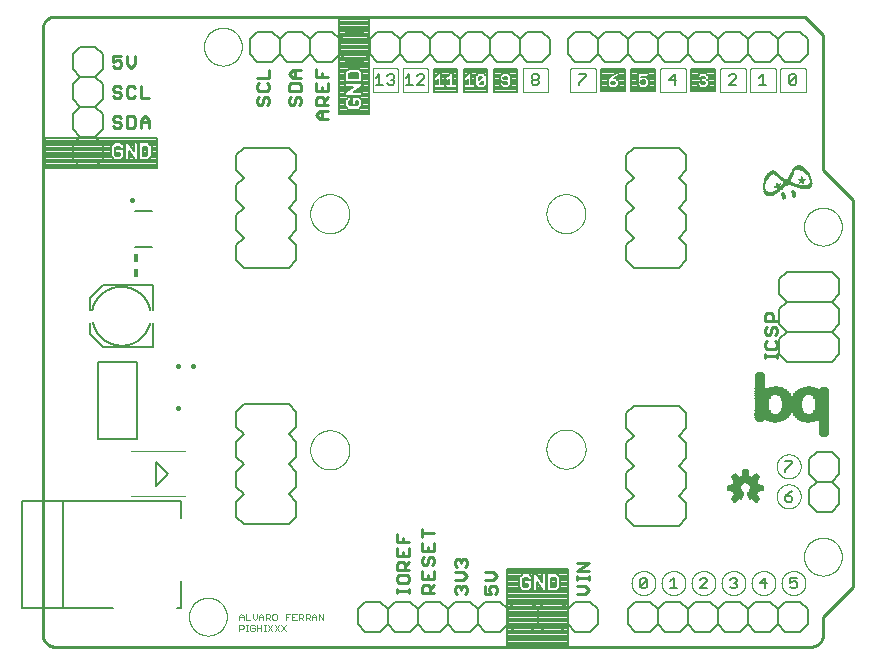
<source format=gto>
G75*
%MOIN*%
%OFA0B0*%
%FSLAX25Y25*%
%IPPOS*%
%LPD*%
%AMOC8*
5,1,8,0,0,1.08239X$1,22.5*
%
%ADD10C,0.01000*%
%ADD11C,0.00000*%
%ADD12C,0.00039*%
%ADD13C,0.00300*%
%ADD14C,0.00600*%
%ADD15C,0.00500*%
%ADD16C,0.01600*%
%ADD17C,0.00800*%
%ADD18R,0.01800X0.00100*%
%ADD19R,0.02200X0.00100*%
%ADD20R,0.02500X0.00100*%
%ADD21R,0.02700X0.00100*%
%ADD22R,0.02900X0.00100*%
%ADD23R,0.03100X0.00100*%
%ADD24R,0.03300X0.00100*%
%ADD25R,0.03500X0.00100*%
%ADD26R,0.03600X0.00100*%
%ADD27R,0.01500X0.00100*%
%ADD28R,0.02800X0.00100*%
%ADD29R,0.03700X0.00100*%
%ADD30R,0.01700X0.00100*%
%ADD31R,0.04300X0.00100*%
%ADD32R,0.04400X0.00100*%
%ADD33R,0.02100X0.00100*%
%ADD34R,0.04900X0.00100*%
%ADD35R,0.05000X0.00100*%
%ADD36R,0.02400X0.00100*%
%ADD37R,0.05400X0.00100*%
%ADD38R,0.05800X0.00100*%
%ADD39R,0.05900X0.00100*%
%ADD40R,0.03800X0.00100*%
%ADD41R,0.06200X0.00100*%
%ADD42R,0.10000X0.00100*%
%ADD43R,0.03000X0.00100*%
%ADD44R,0.06600X0.00100*%
%ADD45R,0.10200X0.00100*%
%ADD46R,0.06800X0.00100*%
%ADD47R,0.10300X0.00100*%
%ADD48R,0.10500X0.00100*%
%ADD49R,0.10400X0.00100*%
%ADD50R,0.10600X0.00100*%
%ADD51R,0.10800X0.00100*%
%ADD52R,0.10900X0.00100*%
%ADD53R,0.11000X0.00100*%
%ADD54R,0.11100X0.00100*%
%ADD55R,0.11200X0.00100*%
%ADD56R,0.11300X0.00100*%
%ADD57R,0.11400X0.00100*%
%ADD58R,0.11500X0.00100*%
%ADD59R,0.11600X0.00100*%
%ADD60R,0.11700X0.00100*%
%ADD61R,0.11800X0.00100*%
%ADD62R,0.11900X0.00100*%
%ADD63R,0.06500X0.00100*%
%ADD64R,0.04600X0.00100*%
%ADD65R,0.06100X0.00100*%
%ADD66R,0.04200X0.00100*%
%ADD67R,0.04100X0.00100*%
%ADD68R,0.05700X0.00100*%
%ADD69R,0.05600X0.00100*%
%ADD70R,0.04000X0.00100*%
%ADD71R,0.05500X0.00100*%
%ADD72R,0.03900X0.00100*%
%ADD73R,0.05300X0.00100*%
%ADD74R,0.05200X0.00100*%
%ADD75R,0.07700X0.00100*%
%ADD76R,0.05100X0.00100*%
%ADD77R,0.07500X0.00100*%
%ADD78R,0.07300X0.00100*%
%ADD79R,0.07100X0.00100*%
%ADD80R,0.04800X0.00100*%
%ADD81R,0.06900X0.00100*%
%ADD82R,0.04700X0.00100*%
%ADD83R,0.06700X0.00100*%
%ADD84R,0.00300X0.00060*%
%ADD85R,0.00540X0.00060*%
%ADD86R,0.00720X0.00060*%
%ADD87R,0.00840X0.00060*%
%ADD88R,0.00960X0.00060*%
%ADD89R,0.01020X0.00060*%
%ADD90R,0.01080X0.00060*%
%ADD91R,0.01140X0.00060*%
%ADD92R,0.01200X0.00060*%
%ADD93R,0.01260X0.00060*%
%ADD94R,0.01260X0.00060*%
%ADD95R,0.01320X0.00060*%
%ADD96R,0.00420X0.00060*%
%ADD97R,0.01380X0.00060*%
%ADD98R,0.00600X0.00060*%
%ADD99R,0.01440X0.00060*%
%ADD100R,0.00780X0.00060*%
%ADD101R,0.01440X0.00060*%
%ADD102R,0.00900X0.00060*%
%ADD103R,0.00960X0.00060*%
%ADD104R,0.01020X0.00060*%
%ADD105R,0.01020X0.00060*%
%ADD106R,0.01200X0.00060*%
%ADD107R,0.01800X0.00060*%
%ADD108R,0.02100X0.00060*%
%ADD109R,0.02340X0.00060*%
%ADD110R,0.01380X0.00060*%
%ADD111R,0.02580X0.00060*%
%ADD112R,0.02760X0.00060*%
%ADD113R,0.01380X0.00060*%
%ADD114R,0.01380X0.00060*%
%ADD115R,0.02940X0.00060*%
%ADD116R,0.01320X0.00060*%
%ADD117R,0.03120X0.00060*%
%ADD118R,0.03300X0.00060*%
%ADD119R,0.03480X0.00060*%
%ADD120R,0.03660X0.00060*%
%ADD121R,0.01140X0.00060*%
%ADD122R,0.03780X0.00060*%
%ADD123R,0.03900X0.00060*%
%ADD124R,0.04080X0.00060*%
%ADD125R,0.00900X0.00060*%
%ADD126R,0.04140X0.00060*%
%ADD127R,0.04320X0.00060*%
%ADD128R,0.00660X0.00060*%
%ADD129R,0.01680X0.00060*%
%ADD130R,0.02400X0.00060*%
%ADD131R,0.00480X0.00060*%
%ADD132R,0.02160X0.00060*%
%ADD133R,0.00120X0.00060*%
%ADD134R,0.01980X0.00060*%
%ADD135R,0.01260X0.00060*%
%ADD136R,0.01920X0.00060*%
%ADD137R,0.01140X0.00060*%
%ADD138R,0.01860X0.00060*%
%ADD139R,0.01860X0.00060*%
%ADD140R,0.01080X0.00060*%
%ADD141R,0.01740X0.00060*%
%ADD142R,0.00960X0.00060*%
%ADD143R,0.01680X0.00060*%
%ADD144R,0.01620X0.00060*%
%ADD145R,0.00780X0.00060*%
%ADD146R,0.01620X0.00060*%
%ADD147R,0.00660X0.00060*%
%ADD148R,0.00420X0.00060*%
%ADD149R,0.01560X0.00060*%
%ADD150R,0.01560X0.00060*%
%ADD151R,0.01500X0.00060*%
%ADD152R,0.01560X0.00060*%
%ADD153R,0.00840X0.00060*%
%ADD154R,0.01620X0.00060*%
%ADD155R,0.00840X0.00060*%
%ADD156R,0.01920X0.00060*%
%ADD157R,0.00780X0.00060*%
%ADD158R,0.02040X0.00060*%
%ADD159R,0.02460X0.00060*%
%ADD160R,0.02880X0.00060*%
%ADD161R,0.02220X0.00060*%
%ADD162R,0.03240X0.00060*%
%ADD163R,0.02340X0.00060*%
%ADD164R,0.03600X0.00060*%
%ADD165R,0.02580X0.00060*%
%ADD166R,0.00780X0.00060*%
%ADD167R,0.04200X0.00060*%
%ADD168R,0.03000X0.00060*%
%ADD169R,0.04500X0.00060*%
%ADD170R,0.03240X0.00060*%
%ADD171R,0.04740X0.00060*%
%ADD172R,0.03420X0.00060*%
%ADD173R,0.04980X0.00060*%
%ADD174R,0.03360X0.00060*%
%ADD175R,0.05160X0.00060*%
%ADD176R,0.05400X0.00060*%
%ADD177R,0.05640X0.00060*%
%ADD178R,0.05820X0.00060*%
%ADD179R,0.06000X0.00060*%
%ADD180R,0.06180X0.00060*%
%ADD181R,0.03480X0.00060*%
%ADD182R,0.02280X0.00060*%
%ADD183R,0.03060X0.00060*%
%ADD184R,0.01740X0.00060*%
%ADD185R,0.02760X0.00060*%
%ADD186R,0.02700X0.00060*%
%ADD187R,0.05280X0.00060*%
%ADD188R,0.00660X0.00060*%
%ADD189R,0.00240X0.00060*%
%ADD190R,0.04260X0.00060*%
%ADD191R,0.00420X0.00060*%
%ADD192R,0.00060X0.00060*%
%ADD193R,0.04080X0.00060*%
%ADD194R,0.01080X0.00060*%
%ADD195R,0.00300X0.00060*%
%ADD196R,0.03840X0.00060*%
%ADD197R,0.00060X0.00060*%
%ADD198R,0.00240X0.00060*%
%ADD199R,0.03720X0.00060*%
%ADD200R,0.00180X0.00060*%
%ADD201R,0.03540X0.00060*%
%ADD202R,0.03360X0.00060*%
%ADD203R,0.00360X0.00060*%
%ADD204R,0.03240X0.00060*%
%ADD205R,0.00420X0.00060*%
%ADD206R,0.03120X0.00060*%
%ADD207R,0.02880X0.00060*%
%ADD208R,0.02880X0.00060*%
%ADD209R,0.02820X0.00060*%
%ADD210R,0.02820X0.00060*%
%ADD211R,0.02820X0.00060*%
%ADD212R,0.03060X0.00060*%
%ADD213R,0.00720X0.00060*%
%ADD214R,0.03120X0.00060*%
%ADD215R,0.01920X0.00060*%
%ADD216R,0.00720X0.00060*%
%ADD217R,0.03180X0.00060*%
%ADD218R,0.02040X0.00060*%
%ADD219R,0.02280X0.00060*%
%ADD220R,0.00960X0.00060*%
%ADD221R,0.02460X0.00060*%
%ADD222R,0.01020X0.00060*%
%ADD223R,0.00720X0.00060*%
%ADD224R,0.01080X0.00060*%
%ADD225R,0.00360X0.00060*%
%ADD226R,0.01140X0.00060*%
%ADD227R,0.01260X0.00060*%
%ADD228R,0.01680X0.00060*%
%ADD229R,0.01740X0.00060*%
%ADD230R,0.02940X0.00060*%
%ADD231R,0.02520X0.00060*%
%ADD232R,0.01320X0.00060*%
%ADD233R,0.01500X0.00060*%
%ADD234R,0.01860X0.00060*%
%ADD235R,0.02160X0.00060*%
%ADD236R,0.04020X0.00060*%
%ADD237R,0.03960X0.00060*%
%ADD238R,0.03720X0.00060*%
%ADD239R,0.03660X0.00060*%
%ADD240R,0.02940X0.00060*%
%ADD241R,0.02640X0.00060*%
%ADD242R,0.02520X0.00060*%
%ADD243R,0.02340X0.00060*%
%ADD244C,0.00591*%
%ADD245C,0.00400*%
%ADD246R,0.01600X0.02800*%
D10*
X0008350Y0009237D02*
X0008350Y0211363D01*
X0008352Y0211487D01*
X0008358Y0211610D01*
X0008367Y0211734D01*
X0008381Y0211856D01*
X0008398Y0211979D01*
X0008420Y0212101D01*
X0008445Y0212222D01*
X0008474Y0212342D01*
X0008506Y0212461D01*
X0008543Y0212580D01*
X0008583Y0212697D01*
X0008626Y0212812D01*
X0008674Y0212927D01*
X0008725Y0213039D01*
X0008779Y0213150D01*
X0008837Y0213260D01*
X0008898Y0213367D01*
X0008963Y0213473D01*
X0009031Y0213576D01*
X0009102Y0213677D01*
X0009176Y0213776D01*
X0009253Y0213873D01*
X0009334Y0213967D01*
X0009417Y0214058D01*
X0009503Y0214147D01*
X0009592Y0214233D01*
X0009683Y0214316D01*
X0009777Y0214397D01*
X0009874Y0214474D01*
X0009973Y0214548D01*
X0010074Y0214619D01*
X0010177Y0214687D01*
X0010283Y0214752D01*
X0010390Y0214813D01*
X0010500Y0214871D01*
X0010611Y0214925D01*
X0010723Y0214976D01*
X0010838Y0215024D01*
X0010953Y0215067D01*
X0011070Y0215107D01*
X0011189Y0215144D01*
X0011308Y0215176D01*
X0011428Y0215205D01*
X0011549Y0215230D01*
X0011671Y0215252D01*
X0011794Y0215269D01*
X0011916Y0215283D01*
X0012040Y0215292D01*
X0012163Y0215298D01*
X0012287Y0215300D01*
X0262350Y0215300D01*
X0268350Y0209300D01*
X0268350Y0164300D01*
X0278350Y0154300D01*
X0278350Y0025300D01*
X0268350Y0015300D01*
X0268350Y0009237D01*
X0268348Y0009113D01*
X0268342Y0008990D01*
X0268333Y0008866D01*
X0268319Y0008744D01*
X0268302Y0008621D01*
X0268280Y0008499D01*
X0268255Y0008378D01*
X0268226Y0008258D01*
X0268194Y0008139D01*
X0268157Y0008020D01*
X0268117Y0007903D01*
X0268074Y0007788D01*
X0268026Y0007673D01*
X0267975Y0007561D01*
X0267921Y0007450D01*
X0267863Y0007340D01*
X0267802Y0007233D01*
X0267737Y0007127D01*
X0267669Y0007024D01*
X0267598Y0006923D01*
X0267524Y0006824D01*
X0267447Y0006727D01*
X0267366Y0006633D01*
X0267283Y0006542D01*
X0267197Y0006453D01*
X0267108Y0006367D01*
X0267017Y0006284D01*
X0266923Y0006203D01*
X0266826Y0006126D01*
X0266727Y0006052D01*
X0266626Y0005981D01*
X0266523Y0005913D01*
X0266417Y0005848D01*
X0266310Y0005787D01*
X0266200Y0005729D01*
X0266089Y0005675D01*
X0265977Y0005624D01*
X0265862Y0005576D01*
X0265747Y0005533D01*
X0265630Y0005493D01*
X0265511Y0005456D01*
X0265392Y0005424D01*
X0265272Y0005395D01*
X0265151Y0005370D01*
X0265029Y0005348D01*
X0264906Y0005331D01*
X0264784Y0005317D01*
X0264660Y0005308D01*
X0264537Y0005302D01*
X0264413Y0005300D01*
X0012287Y0005300D01*
X0012163Y0005302D01*
X0012040Y0005308D01*
X0011916Y0005317D01*
X0011794Y0005331D01*
X0011671Y0005348D01*
X0011549Y0005370D01*
X0011428Y0005395D01*
X0011308Y0005424D01*
X0011189Y0005456D01*
X0011070Y0005493D01*
X0010953Y0005533D01*
X0010838Y0005576D01*
X0010723Y0005624D01*
X0010611Y0005675D01*
X0010500Y0005729D01*
X0010390Y0005787D01*
X0010283Y0005848D01*
X0010177Y0005913D01*
X0010074Y0005981D01*
X0009973Y0006052D01*
X0009874Y0006126D01*
X0009777Y0006203D01*
X0009683Y0006284D01*
X0009592Y0006367D01*
X0009503Y0006453D01*
X0009417Y0006542D01*
X0009334Y0006633D01*
X0009253Y0006727D01*
X0009176Y0006824D01*
X0009102Y0006923D01*
X0009031Y0007024D01*
X0008963Y0007127D01*
X0008898Y0007233D01*
X0008837Y0007340D01*
X0008779Y0007450D01*
X0008725Y0007561D01*
X0008674Y0007673D01*
X0008626Y0007788D01*
X0008583Y0007903D01*
X0008543Y0008020D01*
X0008506Y0008139D01*
X0008474Y0008258D01*
X0008445Y0008378D01*
X0008420Y0008499D01*
X0008398Y0008621D01*
X0008381Y0008744D01*
X0008367Y0008866D01*
X0008358Y0008990D01*
X0008352Y0009113D01*
X0008350Y0009237D01*
X0126347Y0023300D02*
X0126347Y0024634D01*
X0126347Y0023967D02*
X0130350Y0023967D01*
X0130350Y0023300D02*
X0130350Y0024634D01*
X0129683Y0026369D02*
X0127014Y0026369D01*
X0126347Y0027037D01*
X0126347Y0028371D01*
X0127014Y0029038D01*
X0129683Y0029038D01*
X0130350Y0028371D01*
X0130350Y0027037D01*
X0129683Y0026369D01*
X0130350Y0030973D02*
X0126347Y0030973D01*
X0126347Y0032975D01*
X0127014Y0033642D01*
X0128348Y0033642D01*
X0129016Y0032975D01*
X0129016Y0030973D01*
X0129016Y0032308D02*
X0130350Y0033642D01*
X0130350Y0035577D02*
X0126347Y0035577D01*
X0126347Y0038246D01*
X0126347Y0040181D02*
X0126347Y0042850D01*
X0128348Y0041516D02*
X0128348Y0040181D01*
X0126347Y0040181D02*
X0130350Y0040181D01*
X0130350Y0038246D02*
X0130350Y0035577D01*
X0128348Y0035577D02*
X0128348Y0036912D01*
X0134847Y0037112D02*
X0138850Y0037112D01*
X0138850Y0039781D01*
X0136848Y0038446D02*
X0136848Y0037112D01*
X0134847Y0037112D02*
X0134847Y0039781D01*
X0134847Y0041716D02*
X0134847Y0044385D01*
X0134847Y0043050D02*
X0138850Y0043050D01*
X0138183Y0035177D02*
X0138850Y0034510D01*
X0138850Y0033175D01*
X0138183Y0032508D01*
X0136848Y0033175D02*
X0136848Y0034510D01*
X0137516Y0035177D01*
X0138183Y0035177D01*
X0136848Y0033175D02*
X0136181Y0032508D01*
X0135514Y0032508D01*
X0134847Y0033175D01*
X0134847Y0034510D01*
X0135514Y0035177D01*
X0134847Y0030573D02*
X0134847Y0027904D01*
X0138850Y0027904D01*
X0138850Y0030573D01*
X0136848Y0029238D02*
X0136848Y0027904D01*
X0136848Y0025969D02*
X0137516Y0025302D01*
X0137516Y0023300D01*
X0138850Y0023300D02*
X0134847Y0023300D01*
X0134847Y0025302D01*
X0135514Y0025969D01*
X0136848Y0025969D01*
X0137516Y0024634D02*
X0138850Y0025969D01*
X0145847Y0024802D02*
X0145847Y0023467D01*
X0146514Y0022800D01*
X0147848Y0024134D02*
X0147848Y0024802D01*
X0148516Y0025469D01*
X0149183Y0025469D01*
X0149850Y0024802D01*
X0149850Y0023467D01*
X0149183Y0022800D01*
X0147848Y0024802D02*
X0147181Y0025469D01*
X0146514Y0025469D01*
X0145847Y0024802D01*
X0145847Y0027404D02*
X0148516Y0027404D01*
X0149850Y0028738D01*
X0148516Y0030073D01*
X0145847Y0030073D01*
X0146514Y0032008D02*
X0145847Y0032675D01*
X0145847Y0034010D01*
X0146514Y0034677D01*
X0147181Y0034677D01*
X0147848Y0034010D01*
X0148516Y0034677D01*
X0149183Y0034677D01*
X0149850Y0034010D01*
X0149850Y0032675D01*
X0149183Y0032008D01*
X0147848Y0033342D02*
X0147848Y0034010D01*
X0155847Y0030073D02*
X0158516Y0030073D01*
X0159850Y0028738D01*
X0158516Y0027404D01*
X0155847Y0027404D01*
X0155847Y0025469D02*
X0155847Y0022800D01*
X0157848Y0022800D01*
X0157181Y0024134D01*
X0157181Y0024802D01*
X0157848Y0025469D01*
X0159183Y0025469D01*
X0159850Y0024802D01*
X0159850Y0023467D01*
X0159183Y0022800D01*
X0186347Y0022800D02*
X0189016Y0022800D01*
X0190350Y0024134D01*
X0189016Y0025469D01*
X0186347Y0025469D01*
X0186347Y0027404D02*
X0186347Y0028738D01*
X0186347Y0028071D02*
X0190350Y0028071D01*
X0190350Y0027404D02*
X0190350Y0028738D01*
X0190350Y0030473D02*
X0186347Y0030473D01*
X0190350Y0033142D01*
X0186347Y0033142D01*
X0249099Y0101446D02*
X0249099Y0102780D01*
X0249099Y0102113D02*
X0253102Y0102113D01*
X0253102Y0101446D02*
X0253102Y0102780D01*
X0252435Y0104515D02*
X0249766Y0104515D01*
X0249099Y0105182D01*
X0249099Y0106517D01*
X0249766Y0107184D01*
X0249766Y0109119D02*
X0250433Y0109119D01*
X0251100Y0109786D01*
X0251100Y0111121D01*
X0251767Y0111788D01*
X0252435Y0111788D01*
X0253102Y0111121D01*
X0253102Y0109786D01*
X0252435Y0109119D01*
X0252435Y0107184D02*
X0253102Y0106517D01*
X0253102Y0105182D01*
X0252435Y0104515D01*
X0249766Y0109119D02*
X0249099Y0109786D01*
X0249099Y0111121D01*
X0249766Y0111788D01*
X0249099Y0113723D02*
X0249099Y0115725D01*
X0249766Y0116392D01*
X0251100Y0116392D01*
X0251767Y0115725D01*
X0251767Y0113723D01*
X0253102Y0113723D02*
X0249099Y0113723D01*
X0103467Y0181236D02*
X0100798Y0181236D01*
X0099464Y0182571D01*
X0100798Y0183905D01*
X0103467Y0183905D01*
X0103467Y0185840D02*
X0099464Y0185840D01*
X0099464Y0187842D01*
X0100131Y0188509D01*
X0101466Y0188509D01*
X0102133Y0187842D01*
X0102133Y0185840D01*
X0102133Y0187175D02*
X0103467Y0188509D01*
X0103467Y0190444D02*
X0099464Y0190444D01*
X0099464Y0193113D01*
X0099464Y0195048D02*
X0099464Y0197717D01*
X0101466Y0196382D02*
X0101466Y0195048D01*
X0103467Y0195048D02*
X0099464Y0195048D01*
X0101466Y0191779D02*
X0101466Y0190444D01*
X0103467Y0190444D02*
X0103467Y0193113D01*
X0094350Y0192406D02*
X0094350Y0190404D01*
X0090347Y0190404D01*
X0090347Y0192406D01*
X0091014Y0193073D01*
X0093683Y0193073D01*
X0094350Y0192406D01*
X0094350Y0195008D02*
X0091681Y0195008D01*
X0090347Y0196342D01*
X0091681Y0197677D01*
X0094350Y0197677D01*
X0092348Y0197677D02*
X0092348Y0195008D01*
X0093016Y0188469D02*
X0092348Y0187802D01*
X0092348Y0186467D01*
X0091681Y0185800D01*
X0091014Y0185800D01*
X0090347Y0186467D01*
X0090347Y0187802D01*
X0091014Y0188469D01*
X0093016Y0188469D02*
X0093683Y0188469D01*
X0094350Y0187802D01*
X0094350Y0186467D01*
X0093683Y0185800D01*
X0101466Y0183905D02*
X0101466Y0181236D01*
X0083850Y0186467D02*
X0083183Y0185800D01*
X0083850Y0186467D02*
X0083850Y0187802D01*
X0083183Y0188469D01*
X0082516Y0188469D01*
X0081848Y0187802D01*
X0081848Y0186467D01*
X0081181Y0185800D01*
X0080514Y0185800D01*
X0079847Y0186467D01*
X0079847Y0187802D01*
X0080514Y0188469D01*
X0080514Y0190404D02*
X0083183Y0190404D01*
X0083850Y0191071D01*
X0083850Y0192406D01*
X0083183Y0193073D01*
X0083850Y0195008D02*
X0079847Y0195008D01*
X0080514Y0193073D02*
X0079847Y0192406D01*
X0079847Y0191071D01*
X0080514Y0190404D01*
X0083850Y0195008D02*
X0083850Y0197677D01*
X0043727Y0188300D02*
X0041058Y0188300D01*
X0041058Y0192303D01*
X0039123Y0191636D02*
X0038456Y0192303D01*
X0037121Y0192303D01*
X0036454Y0191636D01*
X0036454Y0188967D01*
X0037121Y0188300D01*
X0038456Y0188300D01*
X0039123Y0188967D01*
X0034519Y0188967D02*
X0034519Y0189634D01*
X0033852Y0190302D01*
X0032517Y0190302D01*
X0031850Y0190969D01*
X0031850Y0191636D01*
X0032517Y0192303D01*
X0033852Y0192303D01*
X0034519Y0191636D01*
X0034519Y0188967D02*
X0033852Y0188300D01*
X0032517Y0188300D01*
X0031850Y0188967D01*
X0032517Y0182303D02*
X0031850Y0181636D01*
X0031850Y0180969D01*
X0032517Y0180302D01*
X0033852Y0180302D01*
X0034519Y0179634D01*
X0034519Y0178967D01*
X0033852Y0178300D01*
X0032517Y0178300D01*
X0031850Y0178967D01*
X0032517Y0182303D02*
X0033852Y0182303D01*
X0034519Y0181636D01*
X0036454Y0182303D02*
X0038456Y0182303D01*
X0039123Y0181636D01*
X0039123Y0178967D01*
X0038456Y0178300D01*
X0036454Y0178300D01*
X0036454Y0182303D01*
X0041058Y0180969D02*
X0042392Y0182303D01*
X0043727Y0180969D01*
X0043727Y0178300D01*
X0043727Y0180302D02*
X0041058Y0180302D01*
X0041058Y0180969D02*
X0041058Y0178300D01*
X0037788Y0198300D02*
X0039123Y0199634D01*
X0039123Y0202303D01*
X0036454Y0202303D02*
X0036454Y0199634D01*
X0037788Y0198300D01*
X0034519Y0198967D02*
X0034519Y0200302D01*
X0033852Y0200969D01*
X0033184Y0200969D01*
X0031850Y0200302D01*
X0031850Y0202303D01*
X0034519Y0202303D01*
X0034519Y0198967D02*
X0033852Y0198300D01*
X0032517Y0198300D01*
X0031850Y0198967D01*
D11*
X0062051Y0205300D02*
X0062053Y0205458D01*
X0062059Y0205616D01*
X0062069Y0205774D01*
X0062083Y0205932D01*
X0062101Y0206089D01*
X0062122Y0206246D01*
X0062148Y0206402D01*
X0062178Y0206558D01*
X0062211Y0206713D01*
X0062249Y0206866D01*
X0062290Y0207019D01*
X0062335Y0207171D01*
X0062384Y0207322D01*
X0062437Y0207471D01*
X0062493Y0207619D01*
X0062553Y0207765D01*
X0062617Y0207910D01*
X0062685Y0208053D01*
X0062756Y0208195D01*
X0062830Y0208335D01*
X0062908Y0208472D01*
X0062990Y0208608D01*
X0063074Y0208742D01*
X0063163Y0208873D01*
X0063254Y0209002D01*
X0063349Y0209129D01*
X0063446Y0209254D01*
X0063547Y0209376D01*
X0063651Y0209495D01*
X0063758Y0209612D01*
X0063868Y0209726D01*
X0063981Y0209837D01*
X0064096Y0209946D01*
X0064214Y0210051D01*
X0064335Y0210153D01*
X0064458Y0210253D01*
X0064584Y0210349D01*
X0064712Y0210442D01*
X0064842Y0210532D01*
X0064975Y0210618D01*
X0065110Y0210702D01*
X0065246Y0210781D01*
X0065385Y0210858D01*
X0065526Y0210930D01*
X0065668Y0211000D01*
X0065812Y0211065D01*
X0065958Y0211127D01*
X0066105Y0211185D01*
X0066254Y0211240D01*
X0066404Y0211291D01*
X0066555Y0211338D01*
X0066707Y0211381D01*
X0066860Y0211420D01*
X0067015Y0211456D01*
X0067170Y0211487D01*
X0067326Y0211515D01*
X0067482Y0211539D01*
X0067639Y0211559D01*
X0067797Y0211575D01*
X0067954Y0211587D01*
X0068113Y0211595D01*
X0068271Y0211599D01*
X0068429Y0211599D01*
X0068587Y0211595D01*
X0068746Y0211587D01*
X0068903Y0211575D01*
X0069061Y0211559D01*
X0069218Y0211539D01*
X0069374Y0211515D01*
X0069530Y0211487D01*
X0069685Y0211456D01*
X0069840Y0211420D01*
X0069993Y0211381D01*
X0070145Y0211338D01*
X0070296Y0211291D01*
X0070446Y0211240D01*
X0070595Y0211185D01*
X0070742Y0211127D01*
X0070888Y0211065D01*
X0071032Y0211000D01*
X0071174Y0210930D01*
X0071315Y0210858D01*
X0071454Y0210781D01*
X0071590Y0210702D01*
X0071725Y0210618D01*
X0071858Y0210532D01*
X0071988Y0210442D01*
X0072116Y0210349D01*
X0072242Y0210253D01*
X0072365Y0210153D01*
X0072486Y0210051D01*
X0072604Y0209946D01*
X0072719Y0209837D01*
X0072832Y0209726D01*
X0072942Y0209612D01*
X0073049Y0209495D01*
X0073153Y0209376D01*
X0073254Y0209254D01*
X0073351Y0209129D01*
X0073446Y0209002D01*
X0073537Y0208873D01*
X0073626Y0208742D01*
X0073710Y0208608D01*
X0073792Y0208472D01*
X0073870Y0208335D01*
X0073944Y0208195D01*
X0074015Y0208053D01*
X0074083Y0207910D01*
X0074147Y0207765D01*
X0074207Y0207619D01*
X0074263Y0207471D01*
X0074316Y0207322D01*
X0074365Y0207171D01*
X0074410Y0207019D01*
X0074451Y0206866D01*
X0074489Y0206713D01*
X0074522Y0206558D01*
X0074552Y0206402D01*
X0074578Y0206246D01*
X0074599Y0206089D01*
X0074617Y0205932D01*
X0074631Y0205774D01*
X0074641Y0205616D01*
X0074647Y0205458D01*
X0074649Y0205300D01*
X0074647Y0205142D01*
X0074641Y0204984D01*
X0074631Y0204826D01*
X0074617Y0204668D01*
X0074599Y0204511D01*
X0074578Y0204354D01*
X0074552Y0204198D01*
X0074522Y0204042D01*
X0074489Y0203887D01*
X0074451Y0203734D01*
X0074410Y0203581D01*
X0074365Y0203429D01*
X0074316Y0203278D01*
X0074263Y0203129D01*
X0074207Y0202981D01*
X0074147Y0202835D01*
X0074083Y0202690D01*
X0074015Y0202547D01*
X0073944Y0202405D01*
X0073870Y0202265D01*
X0073792Y0202128D01*
X0073710Y0201992D01*
X0073626Y0201858D01*
X0073537Y0201727D01*
X0073446Y0201598D01*
X0073351Y0201471D01*
X0073254Y0201346D01*
X0073153Y0201224D01*
X0073049Y0201105D01*
X0072942Y0200988D01*
X0072832Y0200874D01*
X0072719Y0200763D01*
X0072604Y0200654D01*
X0072486Y0200549D01*
X0072365Y0200447D01*
X0072242Y0200347D01*
X0072116Y0200251D01*
X0071988Y0200158D01*
X0071858Y0200068D01*
X0071725Y0199982D01*
X0071590Y0199898D01*
X0071454Y0199819D01*
X0071315Y0199742D01*
X0071174Y0199670D01*
X0071032Y0199600D01*
X0070888Y0199535D01*
X0070742Y0199473D01*
X0070595Y0199415D01*
X0070446Y0199360D01*
X0070296Y0199309D01*
X0070145Y0199262D01*
X0069993Y0199219D01*
X0069840Y0199180D01*
X0069685Y0199144D01*
X0069530Y0199113D01*
X0069374Y0199085D01*
X0069218Y0199061D01*
X0069061Y0199041D01*
X0068903Y0199025D01*
X0068746Y0199013D01*
X0068587Y0199005D01*
X0068429Y0199001D01*
X0068271Y0199001D01*
X0068113Y0199005D01*
X0067954Y0199013D01*
X0067797Y0199025D01*
X0067639Y0199041D01*
X0067482Y0199061D01*
X0067326Y0199085D01*
X0067170Y0199113D01*
X0067015Y0199144D01*
X0066860Y0199180D01*
X0066707Y0199219D01*
X0066555Y0199262D01*
X0066404Y0199309D01*
X0066254Y0199360D01*
X0066105Y0199415D01*
X0065958Y0199473D01*
X0065812Y0199535D01*
X0065668Y0199600D01*
X0065526Y0199670D01*
X0065385Y0199742D01*
X0065246Y0199819D01*
X0065110Y0199898D01*
X0064975Y0199982D01*
X0064842Y0200068D01*
X0064712Y0200158D01*
X0064584Y0200251D01*
X0064458Y0200347D01*
X0064335Y0200447D01*
X0064214Y0200549D01*
X0064096Y0200654D01*
X0063981Y0200763D01*
X0063868Y0200874D01*
X0063758Y0200988D01*
X0063651Y0201105D01*
X0063547Y0201224D01*
X0063446Y0201346D01*
X0063349Y0201471D01*
X0063254Y0201598D01*
X0063163Y0201727D01*
X0063074Y0201858D01*
X0062990Y0201992D01*
X0062908Y0202128D01*
X0062830Y0202265D01*
X0062756Y0202405D01*
X0062685Y0202547D01*
X0062617Y0202690D01*
X0062553Y0202835D01*
X0062493Y0202981D01*
X0062437Y0203129D01*
X0062384Y0203278D01*
X0062335Y0203429D01*
X0062290Y0203581D01*
X0062249Y0203734D01*
X0062211Y0203887D01*
X0062178Y0204042D01*
X0062148Y0204198D01*
X0062122Y0204354D01*
X0062101Y0204511D01*
X0062083Y0204668D01*
X0062069Y0204826D01*
X0062059Y0204984D01*
X0062053Y0205142D01*
X0062051Y0205300D01*
X0262051Y0145300D02*
X0262053Y0145458D01*
X0262059Y0145616D01*
X0262069Y0145774D01*
X0262083Y0145932D01*
X0262101Y0146089D01*
X0262122Y0146246D01*
X0262148Y0146402D01*
X0262178Y0146558D01*
X0262211Y0146713D01*
X0262249Y0146866D01*
X0262290Y0147019D01*
X0262335Y0147171D01*
X0262384Y0147322D01*
X0262437Y0147471D01*
X0262493Y0147619D01*
X0262553Y0147765D01*
X0262617Y0147910D01*
X0262685Y0148053D01*
X0262756Y0148195D01*
X0262830Y0148335D01*
X0262908Y0148472D01*
X0262990Y0148608D01*
X0263074Y0148742D01*
X0263163Y0148873D01*
X0263254Y0149002D01*
X0263349Y0149129D01*
X0263446Y0149254D01*
X0263547Y0149376D01*
X0263651Y0149495D01*
X0263758Y0149612D01*
X0263868Y0149726D01*
X0263981Y0149837D01*
X0264096Y0149946D01*
X0264214Y0150051D01*
X0264335Y0150153D01*
X0264458Y0150253D01*
X0264584Y0150349D01*
X0264712Y0150442D01*
X0264842Y0150532D01*
X0264975Y0150618D01*
X0265110Y0150702D01*
X0265246Y0150781D01*
X0265385Y0150858D01*
X0265526Y0150930D01*
X0265668Y0151000D01*
X0265812Y0151065D01*
X0265958Y0151127D01*
X0266105Y0151185D01*
X0266254Y0151240D01*
X0266404Y0151291D01*
X0266555Y0151338D01*
X0266707Y0151381D01*
X0266860Y0151420D01*
X0267015Y0151456D01*
X0267170Y0151487D01*
X0267326Y0151515D01*
X0267482Y0151539D01*
X0267639Y0151559D01*
X0267797Y0151575D01*
X0267954Y0151587D01*
X0268113Y0151595D01*
X0268271Y0151599D01*
X0268429Y0151599D01*
X0268587Y0151595D01*
X0268746Y0151587D01*
X0268903Y0151575D01*
X0269061Y0151559D01*
X0269218Y0151539D01*
X0269374Y0151515D01*
X0269530Y0151487D01*
X0269685Y0151456D01*
X0269840Y0151420D01*
X0269993Y0151381D01*
X0270145Y0151338D01*
X0270296Y0151291D01*
X0270446Y0151240D01*
X0270595Y0151185D01*
X0270742Y0151127D01*
X0270888Y0151065D01*
X0271032Y0151000D01*
X0271174Y0150930D01*
X0271315Y0150858D01*
X0271454Y0150781D01*
X0271590Y0150702D01*
X0271725Y0150618D01*
X0271858Y0150532D01*
X0271988Y0150442D01*
X0272116Y0150349D01*
X0272242Y0150253D01*
X0272365Y0150153D01*
X0272486Y0150051D01*
X0272604Y0149946D01*
X0272719Y0149837D01*
X0272832Y0149726D01*
X0272942Y0149612D01*
X0273049Y0149495D01*
X0273153Y0149376D01*
X0273254Y0149254D01*
X0273351Y0149129D01*
X0273446Y0149002D01*
X0273537Y0148873D01*
X0273626Y0148742D01*
X0273710Y0148608D01*
X0273792Y0148472D01*
X0273870Y0148335D01*
X0273944Y0148195D01*
X0274015Y0148053D01*
X0274083Y0147910D01*
X0274147Y0147765D01*
X0274207Y0147619D01*
X0274263Y0147471D01*
X0274316Y0147322D01*
X0274365Y0147171D01*
X0274410Y0147019D01*
X0274451Y0146866D01*
X0274489Y0146713D01*
X0274522Y0146558D01*
X0274552Y0146402D01*
X0274578Y0146246D01*
X0274599Y0146089D01*
X0274617Y0145932D01*
X0274631Y0145774D01*
X0274641Y0145616D01*
X0274647Y0145458D01*
X0274649Y0145300D01*
X0274647Y0145142D01*
X0274641Y0144984D01*
X0274631Y0144826D01*
X0274617Y0144668D01*
X0274599Y0144511D01*
X0274578Y0144354D01*
X0274552Y0144198D01*
X0274522Y0144042D01*
X0274489Y0143887D01*
X0274451Y0143734D01*
X0274410Y0143581D01*
X0274365Y0143429D01*
X0274316Y0143278D01*
X0274263Y0143129D01*
X0274207Y0142981D01*
X0274147Y0142835D01*
X0274083Y0142690D01*
X0274015Y0142547D01*
X0273944Y0142405D01*
X0273870Y0142265D01*
X0273792Y0142128D01*
X0273710Y0141992D01*
X0273626Y0141858D01*
X0273537Y0141727D01*
X0273446Y0141598D01*
X0273351Y0141471D01*
X0273254Y0141346D01*
X0273153Y0141224D01*
X0273049Y0141105D01*
X0272942Y0140988D01*
X0272832Y0140874D01*
X0272719Y0140763D01*
X0272604Y0140654D01*
X0272486Y0140549D01*
X0272365Y0140447D01*
X0272242Y0140347D01*
X0272116Y0140251D01*
X0271988Y0140158D01*
X0271858Y0140068D01*
X0271725Y0139982D01*
X0271590Y0139898D01*
X0271454Y0139819D01*
X0271315Y0139742D01*
X0271174Y0139670D01*
X0271032Y0139600D01*
X0270888Y0139535D01*
X0270742Y0139473D01*
X0270595Y0139415D01*
X0270446Y0139360D01*
X0270296Y0139309D01*
X0270145Y0139262D01*
X0269993Y0139219D01*
X0269840Y0139180D01*
X0269685Y0139144D01*
X0269530Y0139113D01*
X0269374Y0139085D01*
X0269218Y0139061D01*
X0269061Y0139041D01*
X0268903Y0139025D01*
X0268746Y0139013D01*
X0268587Y0139005D01*
X0268429Y0139001D01*
X0268271Y0139001D01*
X0268113Y0139005D01*
X0267954Y0139013D01*
X0267797Y0139025D01*
X0267639Y0139041D01*
X0267482Y0139061D01*
X0267326Y0139085D01*
X0267170Y0139113D01*
X0267015Y0139144D01*
X0266860Y0139180D01*
X0266707Y0139219D01*
X0266555Y0139262D01*
X0266404Y0139309D01*
X0266254Y0139360D01*
X0266105Y0139415D01*
X0265958Y0139473D01*
X0265812Y0139535D01*
X0265668Y0139600D01*
X0265526Y0139670D01*
X0265385Y0139742D01*
X0265246Y0139819D01*
X0265110Y0139898D01*
X0264975Y0139982D01*
X0264842Y0140068D01*
X0264712Y0140158D01*
X0264584Y0140251D01*
X0264458Y0140347D01*
X0264335Y0140447D01*
X0264214Y0140549D01*
X0264096Y0140654D01*
X0263981Y0140763D01*
X0263868Y0140874D01*
X0263758Y0140988D01*
X0263651Y0141105D01*
X0263547Y0141224D01*
X0263446Y0141346D01*
X0263349Y0141471D01*
X0263254Y0141598D01*
X0263163Y0141727D01*
X0263074Y0141858D01*
X0262990Y0141992D01*
X0262908Y0142128D01*
X0262830Y0142265D01*
X0262756Y0142405D01*
X0262685Y0142547D01*
X0262617Y0142690D01*
X0262553Y0142835D01*
X0262493Y0142981D01*
X0262437Y0143129D01*
X0262384Y0143278D01*
X0262335Y0143429D01*
X0262290Y0143581D01*
X0262249Y0143734D01*
X0262211Y0143887D01*
X0262178Y0144042D01*
X0262148Y0144198D01*
X0262122Y0144354D01*
X0262101Y0144511D01*
X0262083Y0144668D01*
X0262069Y0144826D01*
X0262059Y0144984D01*
X0262053Y0145142D01*
X0262051Y0145300D01*
X0262051Y0035300D02*
X0262053Y0035458D01*
X0262059Y0035616D01*
X0262069Y0035774D01*
X0262083Y0035932D01*
X0262101Y0036089D01*
X0262122Y0036246D01*
X0262148Y0036402D01*
X0262178Y0036558D01*
X0262211Y0036713D01*
X0262249Y0036866D01*
X0262290Y0037019D01*
X0262335Y0037171D01*
X0262384Y0037322D01*
X0262437Y0037471D01*
X0262493Y0037619D01*
X0262553Y0037765D01*
X0262617Y0037910D01*
X0262685Y0038053D01*
X0262756Y0038195D01*
X0262830Y0038335D01*
X0262908Y0038472D01*
X0262990Y0038608D01*
X0263074Y0038742D01*
X0263163Y0038873D01*
X0263254Y0039002D01*
X0263349Y0039129D01*
X0263446Y0039254D01*
X0263547Y0039376D01*
X0263651Y0039495D01*
X0263758Y0039612D01*
X0263868Y0039726D01*
X0263981Y0039837D01*
X0264096Y0039946D01*
X0264214Y0040051D01*
X0264335Y0040153D01*
X0264458Y0040253D01*
X0264584Y0040349D01*
X0264712Y0040442D01*
X0264842Y0040532D01*
X0264975Y0040618D01*
X0265110Y0040702D01*
X0265246Y0040781D01*
X0265385Y0040858D01*
X0265526Y0040930D01*
X0265668Y0041000D01*
X0265812Y0041065D01*
X0265958Y0041127D01*
X0266105Y0041185D01*
X0266254Y0041240D01*
X0266404Y0041291D01*
X0266555Y0041338D01*
X0266707Y0041381D01*
X0266860Y0041420D01*
X0267015Y0041456D01*
X0267170Y0041487D01*
X0267326Y0041515D01*
X0267482Y0041539D01*
X0267639Y0041559D01*
X0267797Y0041575D01*
X0267954Y0041587D01*
X0268113Y0041595D01*
X0268271Y0041599D01*
X0268429Y0041599D01*
X0268587Y0041595D01*
X0268746Y0041587D01*
X0268903Y0041575D01*
X0269061Y0041559D01*
X0269218Y0041539D01*
X0269374Y0041515D01*
X0269530Y0041487D01*
X0269685Y0041456D01*
X0269840Y0041420D01*
X0269993Y0041381D01*
X0270145Y0041338D01*
X0270296Y0041291D01*
X0270446Y0041240D01*
X0270595Y0041185D01*
X0270742Y0041127D01*
X0270888Y0041065D01*
X0271032Y0041000D01*
X0271174Y0040930D01*
X0271315Y0040858D01*
X0271454Y0040781D01*
X0271590Y0040702D01*
X0271725Y0040618D01*
X0271858Y0040532D01*
X0271988Y0040442D01*
X0272116Y0040349D01*
X0272242Y0040253D01*
X0272365Y0040153D01*
X0272486Y0040051D01*
X0272604Y0039946D01*
X0272719Y0039837D01*
X0272832Y0039726D01*
X0272942Y0039612D01*
X0273049Y0039495D01*
X0273153Y0039376D01*
X0273254Y0039254D01*
X0273351Y0039129D01*
X0273446Y0039002D01*
X0273537Y0038873D01*
X0273626Y0038742D01*
X0273710Y0038608D01*
X0273792Y0038472D01*
X0273870Y0038335D01*
X0273944Y0038195D01*
X0274015Y0038053D01*
X0274083Y0037910D01*
X0274147Y0037765D01*
X0274207Y0037619D01*
X0274263Y0037471D01*
X0274316Y0037322D01*
X0274365Y0037171D01*
X0274410Y0037019D01*
X0274451Y0036866D01*
X0274489Y0036713D01*
X0274522Y0036558D01*
X0274552Y0036402D01*
X0274578Y0036246D01*
X0274599Y0036089D01*
X0274617Y0035932D01*
X0274631Y0035774D01*
X0274641Y0035616D01*
X0274647Y0035458D01*
X0274649Y0035300D01*
X0274647Y0035142D01*
X0274641Y0034984D01*
X0274631Y0034826D01*
X0274617Y0034668D01*
X0274599Y0034511D01*
X0274578Y0034354D01*
X0274552Y0034198D01*
X0274522Y0034042D01*
X0274489Y0033887D01*
X0274451Y0033734D01*
X0274410Y0033581D01*
X0274365Y0033429D01*
X0274316Y0033278D01*
X0274263Y0033129D01*
X0274207Y0032981D01*
X0274147Y0032835D01*
X0274083Y0032690D01*
X0274015Y0032547D01*
X0273944Y0032405D01*
X0273870Y0032265D01*
X0273792Y0032128D01*
X0273710Y0031992D01*
X0273626Y0031858D01*
X0273537Y0031727D01*
X0273446Y0031598D01*
X0273351Y0031471D01*
X0273254Y0031346D01*
X0273153Y0031224D01*
X0273049Y0031105D01*
X0272942Y0030988D01*
X0272832Y0030874D01*
X0272719Y0030763D01*
X0272604Y0030654D01*
X0272486Y0030549D01*
X0272365Y0030447D01*
X0272242Y0030347D01*
X0272116Y0030251D01*
X0271988Y0030158D01*
X0271858Y0030068D01*
X0271725Y0029982D01*
X0271590Y0029898D01*
X0271454Y0029819D01*
X0271315Y0029742D01*
X0271174Y0029670D01*
X0271032Y0029600D01*
X0270888Y0029535D01*
X0270742Y0029473D01*
X0270595Y0029415D01*
X0270446Y0029360D01*
X0270296Y0029309D01*
X0270145Y0029262D01*
X0269993Y0029219D01*
X0269840Y0029180D01*
X0269685Y0029144D01*
X0269530Y0029113D01*
X0269374Y0029085D01*
X0269218Y0029061D01*
X0269061Y0029041D01*
X0268903Y0029025D01*
X0268746Y0029013D01*
X0268587Y0029005D01*
X0268429Y0029001D01*
X0268271Y0029001D01*
X0268113Y0029005D01*
X0267954Y0029013D01*
X0267797Y0029025D01*
X0267639Y0029041D01*
X0267482Y0029061D01*
X0267326Y0029085D01*
X0267170Y0029113D01*
X0267015Y0029144D01*
X0266860Y0029180D01*
X0266707Y0029219D01*
X0266555Y0029262D01*
X0266404Y0029309D01*
X0266254Y0029360D01*
X0266105Y0029415D01*
X0265958Y0029473D01*
X0265812Y0029535D01*
X0265668Y0029600D01*
X0265526Y0029670D01*
X0265385Y0029742D01*
X0265246Y0029819D01*
X0265110Y0029898D01*
X0264975Y0029982D01*
X0264842Y0030068D01*
X0264712Y0030158D01*
X0264584Y0030251D01*
X0264458Y0030347D01*
X0264335Y0030447D01*
X0264214Y0030549D01*
X0264096Y0030654D01*
X0263981Y0030763D01*
X0263868Y0030874D01*
X0263758Y0030988D01*
X0263651Y0031105D01*
X0263547Y0031224D01*
X0263446Y0031346D01*
X0263349Y0031471D01*
X0263254Y0031598D01*
X0263163Y0031727D01*
X0263074Y0031858D01*
X0262990Y0031992D01*
X0262908Y0032128D01*
X0262830Y0032265D01*
X0262756Y0032405D01*
X0262685Y0032547D01*
X0262617Y0032690D01*
X0262553Y0032835D01*
X0262493Y0032981D01*
X0262437Y0033129D01*
X0262384Y0033278D01*
X0262335Y0033429D01*
X0262290Y0033581D01*
X0262249Y0033734D01*
X0262211Y0033887D01*
X0262178Y0034042D01*
X0262148Y0034198D01*
X0262122Y0034354D01*
X0262101Y0034511D01*
X0262083Y0034668D01*
X0262069Y0034826D01*
X0262059Y0034984D01*
X0262053Y0035142D01*
X0262051Y0035300D01*
X0057051Y0015300D02*
X0057053Y0015458D01*
X0057059Y0015616D01*
X0057069Y0015774D01*
X0057083Y0015932D01*
X0057101Y0016089D01*
X0057122Y0016246D01*
X0057148Y0016402D01*
X0057178Y0016558D01*
X0057211Y0016713D01*
X0057249Y0016866D01*
X0057290Y0017019D01*
X0057335Y0017171D01*
X0057384Y0017322D01*
X0057437Y0017471D01*
X0057493Y0017619D01*
X0057553Y0017765D01*
X0057617Y0017910D01*
X0057685Y0018053D01*
X0057756Y0018195D01*
X0057830Y0018335D01*
X0057908Y0018472D01*
X0057990Y0018608D01*
X0058074Y0018742D01*
X0058163Y0018873D01*
X0058254Y0019002D01*
X0058349Y0019129D01*
X0058446Y0019254D01*
X0058547Y0019376D01*
X0058651Y0019495D01*
X0058758Y0019612D01*
X0058868Y0019726D01*
X0058981Y0019837D01*
X0059096Y0019946D01*
X0059214Y0020051D01*
X0059335Y0020153D01*
X0059458Y0020253D01*
X0059584Y0020349D01*
X0059712Y0020442D01*
X0059842Y0020532D01*
X0059975Y0020618D01*
X0060110Y0020702D01*
X0060246Y0020781D01*
X0060385Y0020858D01*
X0060526Y0020930D01*
X0060668Y0021000D01*
X0060812Y0021065D01*
X0060958Y0021127D01*
X0061105Y0021185D01*
X0061254Y0021240D01*
X0061404Y0021291D01*
X0061555Y0021338D01*
X0061707Y0021381D01*
X0061860Y0021420D01*
X0062015Y0021456D01*
X0062170Y0021487D01*
X0062326Y0021515D01*
X0062482Y0021539D01*
X0062639Y0021559D01*
X0062797Y0021575D01*
X0062954Y0021587D01*
X0063113Y0021595D01*
X0063271Y0021599D01*
X0063429Y0021599D01*
X0063587Y0021595D01*
X0063746Y0021587D01*
X0063903Y0021575D01*
X0064061Y0021559D01*
X0064218Y0021539D01*
X0064374Y0021515D01*
X0064530Y0021487D01*
X0064685Y0021456D01*
X0064840Y0021420D01*
X0064993Y0021381D01*
X0065145Y0021338D01*
X0065296Y0021291D01*
X0065446Y0021240D01*
X0065595Y0021185D01*
X0065742Y0021127D01*
X0065888Y0021065D01*
X0066032Y0021000D01*
X0066174Y0020930D01*
X0066315Y0020858D01*
X0066454Y0020781D01*
X0066590Y0020702D01*
X0066725Y0020618D01*
X0066858Y0020532D01*
X0066988Y0020442D01*
X0067116Y0020349D01*
X0067242Y0020253D01*
X0067365Y0020153D01*
X0067486Y0020051D01*
X0067604Y0019946D01*
X0067719Y0019837D01*
X0067832Y0019726D01*
X0067942Y0019612D01*
X0068049Y0019495D01*
X0068153Y0019376D01*
X0068254Y0019254D01*
X0068351Y0019129D01*
X0068446Y0019002D01*
X0068537Y0018873D01*
X0068626Y0018742D01*
X0068710Y0018608D01*
X0068792Y0018472D01*
X0068870Y0018335D01*
X0068944Y0018195D01*
X0069015Y0018053D01*
X0069083Y0017910D01*
X0069147Y0017765D01*
X0069207Y0017619D01*
X0069263Y0017471D01*
X0069316Y0017322D01*
X0069365Y0017171D01*
X0069410Y0017019D01*
X0069451Y0016866D01*
X0069489Y0016713D01*
X0069522Y0016558D01*
X0069552Y0016402D01*
X0069578Y0016246D01*
X0069599Y0016089D01*
X0069617Y0015932D01*
X0069631Y0015774D01*
X0069641Y0015616D01*
X0069647Y0015458D01*
X0069649Y0015300D01*
X0069647Y0015142D01*
X0069641Y0014984D01*
X0069631Y0014826D01*
X0069617Y0014668D01*
X0069599Y0014511D01*
X0069578Y0014354D01*
X0069552Y0014198D01*
X0069522Y0014042D01*
X0069489Y0013887D01*
X0069451Y0013734D01*
X0069410Y0013581D01*
X0069365Y0013429D01*
X0069316Y0013278D01*
X0069263Y0013129D01*
X0069207Y0012981D01*
X0069147Y0012835D01*
X0069083Y0012690D01*
X0069015Y0012547D01*
X0068944Y0012405D01*
X0068870Y0012265D01*
X0068792Y0012128D01*
X0068710Y0011992D01*
X0068626Y0011858D01*
X0068537Y0011727D01*
X0068446Y0011598D01*
X0068351Y0011471D01*
X0068254Y0011346D01*
X0068153Y0011224D01*
X0068049Y0011105D01*
X0067942Y0010988D01*
X0067832Y0010874D01*
X0067719Y0010763D01*
X0067604Y0010654D01*
X0067486Y0010549D01*
X0067365Y0010447D01*
X0067242Y0010347D01*
X0067116Y0010251D01*
X0066988Y0010158D01*
X0066858Y0010068D01*
X0066725Y0009982D01*
X0066590Y0009898D01*
X0066454Y0009819D01*
X0066315Y0009742D01*
X0066174Y0009670D01*
X0066032Y0009600D01*
X0065888Y0009535D01*
X0065742Y0009473D01*
X0065595Y0009415D01*
X0065446Y0009360D01*
X0065296Y0009309D01*
X0065145Y0009262D01*
X0064993Y0009219D01*
X0064840Y0009180D01*
X0064685Y0009144D01*
X0064530Y0009113D01*
X0064374Y0009085D01*
X0064218Y0009061D01*
X0064061Y0009041D01*
X0063903Y0009025D01*
X0063746Y0009013D01*
X0063587Y0009005D01*
X0063429Y0009001D01*
X0063271Y0009001D01*
X0063113Y0009005D01*
X0062954Y0009013D01*
X0062797Y0009025D01*
X0062639Y0009041D01*
X0062482Y0009061D01*
X0062326Y0009085D01*
X0062170Y0009113D01*
X0062015Y0009144D01*
X0061860Y0009180D01*
X0061707Y0009219D01*
X0061555Y0009262D01*
X0061404Y0009309D01*
X0061254Y0009360D01*
X0061105Y0009415D01*
X0060958Y0009473D01*
X0060812Y0009535D01*
X0060668Y0009600D01*
X0060526Y0009670D01*
X0060385Y0009742D01*
X0060246Y0009819D01*
X0060110Y0009898D01*
X0059975Y0009982D01*
X0059842Y0010068D01*
X0059712Y0010158D01*
X0059584Y0010251D01*
X0059458Y0010347D01*
X0059335Y0010447D01*
X0059214Y0010549D01*
X0059096Y0010654D01*
X0058981Y0010763D01*
X0058868Y0010874D01*
X0058758Y0010988D01*
X0058651Y0011105D01*
X0058547Y0011224D01*
X0058446Y0011346D01*
X0058349Y0011471D01*
X0058254Y0011598D01*
X0058163Y0011727D01*
X0058074Y0011858D01*
X0057990Y0011992D01*
X0057908Y0012128D01*
X0057830Y0012265D01*
X0057756Y0012405D01*
X0057685Y0012547D01*
X0057617Y0012690D01*
X0057553Y0012835D01*
X0057493Y0012981D01*
X0057437Y0013129D01*
X0057384Y0013278D01*
X0057335Y0013429D01*
X0057290Y0013581D01*
X0057249Y0013734D01*
X0057211Y0013887D01*
X0057178Y0014042D01*
X0057148Y0014198D01*
X0057122Y0014354D01*
X0057101Y0014511D01*
X0057083Y0014668D01*
X0057069Y0014826D01*
X0057059Y0014984D01*
X0057053Y0015142D01*
X0057051Y0015300D01*
D12*
X0097448Y0070891D02*
X0097450Y0070731D01*
X0097456Y0070570D01*
X0097466Y0070410D01*
X0097479Y0070251D01*
X0097497Y0070091D01*
X0097519Y0069933D01*
X0097544Y0069774D01*
X0097574Y0069617D01*
X0097607Y0069460D01*
X0097644Y0069304D01*
X0097685Y0069149D01*
X0097729Y0068995D01*
X0097778Y0068842D01*
X0097830Y0068690D01*
X0097886Y0068540D01*
X0097945Y0068391D01*
X0098008Y0068244D01*
X0098075Y0068098D01*
X0098145Y0067954D01*
X0098219Y0067812D01*
X0098297Y0067671D01*
X0098377Y0067533D01*
X0098461Y0067396D01*
X0098549Y0067262D01*
X0098640Y0067130D01*
X0098733Y0067000D01*
X0098831Y0066872D01*
X0098931Y0066747D01*
X0099034Y0066624D01*
X0099140Y0066504D01*
X0099249Y0066387D01*
X0099361Y0066272D01*
X0099476Y0066160D01*
X0099593Y0066051D01*
X0099713Y0065945D01*
X0099836Y0065842D01*
X0099961Y0065742D01*
X0100089Y0065644D01*
X0100219Y0065551D01*
X0100351Y0065460D01*
X0100485Y0065372D01*
X0100622Y0065288D01*
X0100760Y0065208D01*
X0100901Y0065130D01*
X0101043Y0065056D01*
X0101187Y0064986D01*
X0101333Y0064919D01*
X0101480Y0064856D01*
X0101629Y0064797D01*
X0101779Y0064741D01*
X0101931Y0064689D01*
X0102084Y0064640D01*
X0102238Y0064596D01*
X0102393Y0064555D01*
X0102549Y0064518D01*
X0102706Y0064485D01*
X0102863Y0064455D01*
X0103022Y0064430D01*
X0103180Y0064408D01*
X0103340Y0064390D01*
X0103499Y0064377D01*
X0103659Y0064367D01*
X0103820Y0064361D01*
X0103980Y0064359D01*
X0104140Y0064361D01*
X0104301Y0064367D01*
X0104461Y0064377D01*
X0104620Y0064390D01*
X0104780Y0064408D01*
X0104938Y0064430D01*
X0105097Y0064455D01*
X0105254Y0064485D01*
X0105411Y0064518D01*
X0105567Y0064555D01*
X0105722Y0064596D01*
X0105876Y0064640D01*
X0106029Y0064689D01*
X0106181Y0064741D01*
X0106331Y0064797D01*
X0106480Y0064856D01*
X0106627Y0064919D01*
X0106773Y0064986D01*
X0106917Y0065056D01*
X0107059Y0065130D01*
X0107200Y0065208D01*
X0107338Y0065288D01*
X0107475Y0065372D01*
X0107609Y0065460D01*
X0107741Y0065551D01*
X0107871Y0065644D01*
X0107999Y0065742D01*
X0108124Y0065842D01*
X0108247Y0065945D01*
X0108367Y0066051D01*
X0108484Y0066160D01*
X0108599Y0066272D01*
X0108711Y0066387D01*
X0108820Y0066504D01*
X0108926Y0066624D01*
X0109029Y0066747D01*
X0109129Y0066872D01*
X0109227Y0067000D01*
X0109320Y0067130D01*
X0109411Y0067262D01*
X0109499Y0067396D01*
X0109583Y0067533D01*
X0109663Y0067671D01*
X0109741Y0067812D01*
X0109815Y0067954D01*
X0109885Y0068098D01*
X0109952Y0068244D01*
X0110015Y0068391D01*
X0110074Y0068540D01*
X0110130Y0068690D01*
X0110182Y0068842D01*
X0110231Y0068995D01*
X0110275Y0069149D01*
X0110316Y0069304D01*
X0110353Y0069460D01*
X0110386Y0069617D01*
X0110416Y0069774D01*
X0110441Y0069933D01*
X0110463Y0070091D01*
X0110481Y0070251D01*
X0110494Y0070410D01*
X0110504Y0070570D01*
X0110510Y0070731D01*
X0110512Y0070891D01*
X0110510Y0071051D01*
X0110504Y0071212D01*
X0110494Y0071372D01*
X0110481Y0071531D01*
X0110463Y0071691D01*
X0110441Y0071849D01*
X0110416Y0072008D01*
X0110386Y0072165D01*
X0110353Y0072322D01*
X0110316Y0072478D01*
X0110275Y0072633D01*
X0110231Y0072787D01*
X0110182Y0072940D01*
X0110130Y0073092D01*
X0110074Y0073242D01*
X0110015Y0073391D01*
X0109952Y0073538D01*
X0109885Y0073684D01*
X0109815Y0073828D01*
X0109741Y0073970D01*
X0109663Y0074111D01*
X0109583Y0074249D01*
X0109499Y0074386D01*
X0109411Y0074520D01*
X0109320Y0074652D01*
X0109227Y0074782D01*
X0109129Y0074910D01*
X0109029Y0075035D01*
X0108926Y0075158D01*
X0108820Y0075278D01*
X0108711Y0075395D01*
X0108599Y0075510D01*
X0108484Y0075622D01*
X0108367Y0075731D01*
X0108247Y0075837D01*
X0108124Y0075940D01*
X0107999Y0076040D01*
X0107871Y0076138D01*
X0107741Y0076231D01*
X0107609Y0076322D01*
X0107475Y0076410D01*
X0107338Y0076494D01*
X0107200Y0076574D01*
X0107059Y0076652D01*
X0106917Y0076726D01*
X0106773Y0076796D01*
X0106627Y0076863D01*
X0106480Y0076926D01*
X0106331Y0076985D01*
X0106181Y0077041D01*
X0106029Y0077093D01*
X0105876Y0077142D01*
X0105722Y0077186D01*
X0105567Y0077227D01*
X0105411Y0077264D01*
X0105254Y0077297D01*
X0105097Y0077327D01*
X0104938Y0077352D01*
X0104780Y0077374D01*
X0104620Y0077392D01*
X0104461Y0077405D01*
X0104301Y0077415D01*
X0104140Y0077421D01*
X0103980Y0077423D01*
X0103820Y0077421D01*
X0103659Y0077415D01*
X0103499Y0077405D01*
X0103340Y0077392D01*
X0103180Y0077374D01*
X0103022Y0077352D01*
X0102863Y0077327D01*
X0102706Y0077297D01*
X0102549Y0077264D01*
X0102393Y0077227D01*
X0102238Y0077186D01*
X0102084Y0077142D01*
X0101931Y0077093D01*
X0101779Y0077041D01*
X0101629Y0076985D01*
X0101480Y0076926D01*
X0101333Y0076863D01*
X0101187Y0076796D01*
X0101043Y0076726D01*
X0100901Y0076652D01*
X0100760Y0076574D01*
X0100622Y0076494D01*
X0100485Y0076410D01*
X0100351Y0076322D01*
X0100219Y0076231D01*
X0100089Y0076138D01*
X0099961Y0076040D01*
X0099836Y0075940D01*
X0099713Y0075837D01*
X0099593Y0075731D01*
X0099476Y0075622D01*
X0099361Y0075510D01*
X0099249Y0075395D01*
X0099140Y0075278D01*
X0099034Y0075158D01*
X0098931Y0075035D01*
X0098831Y0074910D01*
X0098733Y0074782D01*
X0098640Y0074652D01*
X0098549Y0074520D01*
X0098461Y0074386D01*
X0098377Y0074249D01*
X0098297Y0074111D01*
X0098219Y0073970D01*
X0098145Y0073828D01*
X0098075Y0073684D01*
X0098008Y0073538D01*
X0097945Y0073391D01*
X0097886Y0073242D01*
X0097830Y0073092D01*
X0097778Y0072940D01*
X0097729Y0072787D01*
X0097685Y0072633D01*
X0097644Y0072478D01*
X0097607Y0072322D01*
X0097574Y0072165D01*
X0097544Y0072008D01*
X0097519Y0071849D01*
X0097497Y0071691D01*
X0097479Y0071531D01*
X0097466Y0071372D01*
X0097456Y0071212D01*
X0097450Y0071051D01*
X0097448Y0070891D01*
X0176184Y0071158D02*
X0176186Y0070998D01*
X0176192Y0070838D01*
X0176202Y0070678D01*
X0176215Y0070518D01*
X0176233Y0070359D01*
X0176255Y0070200D01*
X0176280Y0070042D01*
X0176309Y0069884D01*
X0176343Y0069728D01*
X0176380Y0069572D01*
X0176420Y0069417D01*
X0176465Y0069263D01*
X0176513Y0069110D01*
X0176566Y0068959D01*
X0176621Y0068809D01*
X0176681Y0068660D01*
X0176744Y0068513D01*
X0176811Y0068367D01*
X0176881Y0068223D01*
X0176955Y0068081D01*
X0177032Y0067940D01*
X0177113Y0067802D01*
X0177197Y0067666D01*
X0177284Y0067531D01*
X0177375Y0067399D01*
X0177469Y0067269D01*
X0177566Y0067142D01*
X0177666Y0067017D01*
X0177769Y0066894D01*
X0177875Y0066774D01*
X0177984Y0066657D01*
X0178096Y0066542D01*
X0178211Y0066430D01*
X0178328Y0066321D01*
X0178448Y0066215D01*
X0178571Y0066112D01*
X0178696Y0066012D01*
X0178823Y0065915D01*
X0178953Y0065821D01*
X0179085Y0065730D01*
X0179220Y0065643D01*
X0179356Y0065559D01*
X0179494Y0065478D01*
X0179635Y0065401D01*
X0179777Y0065327D01*
X0179921Y0065257D01*
X0180067Y0065190D01*
X0180214Y0065127D01*
X0180363Y0065067D01*
X0180513Y0065012D01*
X0180664Y0064959D01*
X0180817Y0064911D01*
X0180971Y0064866D01*
X0181126Y0064826D01*
X0181282Y0064789D01*
X0181438Y0064755D01*
X0181596Y0064726D01*
X0181754Y0064701D01*
X0181913Y0064679D01*
X0182072Y0064661D01*
X0182232Y0064648D01*
X0182392Y0064638D01*
X0182552Y0064632D01*
X0182712Y0064630D01*
X0182872Y0064632D01*
X0183032Y0064638D01*
X0183192Y0064648D01*
X0183352Y0064661D01*
X0183511Y0064679D01*
X0183670Y0064701D01*
X0183828Y0064726D01*
X0183986Y0064755D01*
X0184142Y0064789D01*
X0184298Y0064826D01*
X0184453Y0064866D01*
X0184607Y0064911D01*
X0184760Y0064959D01*
X0184911Y0065012D01*
X0185061Y0065067D01*
X0185210Y0065127D01*
X0185357Y0065190D01*
X0185503Y0065257D01*
X0185647Y0065327D01*
X0185789Y0065401D01*
X0185930Y0065478D01*
X0186068Y0065559D01*
X0186204Y0065643D01*
X0186339Y0065730D01*
X0186471Y0065821D01*
X0186601Y0065915D01*
X0186728Y0066012D01*
X0186853Y0066112D01*
X0186976Y0066215D01*
X0187096Y0066321D01*
X0187213Y0066430D01*
X0187328Y0066542D01*
X0187440Y0066657D01*
X0187549Y0066774D01*
X0187655Y0066894D01*
X0187758Y0067017D01*
X0187858Y0067142D01*
X0187955Y0067269D01*
X0188049Y0067399D01*
X0188140Y0067531D01*
X0188227Y0067666D01*
X0188311Y0067802D01*
X0188392Y0067940D01*
X0188469Y0068081D01*
X0188543Y0068223D01*
X0188613Y0068367D01*
X0188680Y0068513D01*
X0188743Y0068660D01*
X0188803Y0068809D01*
X0188858Y0068959D01*
X0188911Y0069110D01*
X0188959Y0069263D01*
X0189004Y0069417D01*
X0189044Y0069572D01*
X0189081Y0069728D01*
X0189115Y0069884D01*
X0189144Y0070042D01*
X0189169Y0070200D01*
X0189191Y0070359D01*
X0189209Y0070518D01*
X0189222Y0070678D01*
X0189232Y0070838D01*
X0189238Y0070998D01*
X0189240Y0071158D01*
X0189238Y0071318D01*
X0189232Y0071478D01*
X0189222Y0071638D01*
X0189209Y0071798D01*
X0189191Y0071957D01*
X0189169Y0072116D01*
X0189144Y0072274D01*
X0189115Y0072432D01*
X0189081Y0072588D01*
X0189044Y0072744D01*
X0189004Y0072899D01*
X0188959Y0073053D01*
X0188911Y0073206D01*
X0188858Y0073357D01*
X0188803Y0073507D01*
X0188743Y0073656D01*
X0188680Y0073803D01*
X0188613Y0073949D01*
X0188543Y0074093D01*
X0188469Y0074235D01*
X0188392Y0074376D01*
X0188311Y0074514D01*
X0188227Y0074650D01*
X0188140Y0074785D01*
X0188049Y0074917D01*
X0187955Y0075047D01*
X0187858Y0075174D01*
X0187758Y0075299D01*
X0187655Y0075422D01*
X0187549Y0075542D01*
X0187440Y0075659D01*
X0187328Y0075774D01*
X0187213Y0075886D01*
X0187096Y0075995D01*
X0186976Y0076101D01*
X0186853Y0076204D01*
X0186728Y0076304D01*
X0186601Y0076401D01*
X0186471Y0076495D01*
X0186339Y0076586D01*
X0186204Y0076673D01*
X0186068Y0076757D01*
X0185930Y0076838D01*
X0185789Y0076915D01*
X0185647Y0076989D01*
X0185503Y0077059D01*
X0185357Y0077126D01*
X0185210Y0077189D01*
X0185061Y0077249D01*
X0184911Y0077304D01*
X0184760Y0077357D01*
X0184607Y0077405D01*
X0184453Y0077450D01*
X0184298Y0077490D01*
X0184142Y0077527D01*
X0183986Y0077561D01*
X0183828Y0077590D01*
X0183670Y0077615D01*
X0183511Y0077637D01*
X0183352Y0077655D01*
X0183192Y0077668D01*
X0183032Y0077678D01*
X0182872Y0077684D01*
X0182712Y0077686D01*
X0182552Y0077684D01*
X0182392Y0077678D01*
X0182232Y0077668D01*
X0182072Y0077655D01*
X0181913Y0077637D01*
X0181754Y0077615D01*
X0181596Y0077590D01*
X0181438Y0077561D01*
X0181282Y0077527D01*
X0181126Y0077490D01*
X0180971Y0077450D01*
X0180817Y0077405D01*
X0180664Y0077357D01*
X0180513Y0077304D01*
X0180363Y0077249D01*
X0180214Y0077189D01*
X0180067Y0077126D01*
X0179921Y0077059D01*
X0179777Y0076989D01*
X0179635Y0076915D01*
X0179494Y0076838D01*
X0179356Y0076757D01*
X0179220Y0076673D01*
X0179085Y0076586D01*
X0178953Y0076495D01*
X0178823Y0076401D01*
X0178696Y0076304D01*
X0178571Y0076204D01*
X0178448Y0076101D01*
X0178328Y0075995D01*
X0178211Y0075886D01*
X0178096Y0075774D01*
X0177984Y0075659D01*
X0177875Y0075542D01*
X0177769Y0075422D01*
X0177666Y0075299D01*
X0177566Y0075174D01*
X0177469Y0075047D01*
X0177375Y0074917D01*
X0177284Y0074785D01*
X0177197Y0074650D01*
X0177113Y0074514D01*
X0177032Y0074376D01*
X0176955Y0074235D01*
X0176881Y0074093D01*
X0176811Y0073949D01*
X0176744Y0073803D01*
X0176681Y0073656D01*
X0176621Y0073507D01*
X0176566Y0073357D01*
X0176513Y0073206D01*
X0176465Y0073053D01*
X0176420Y0072899D01*
X0176380Y0072744D01*
X0176343Y0072588D01*
X0176309Y0072432D01*
X0176280Y0072274D01*
X0176255Y0072116D01*
X0176233Y0071957D01*
X0176215Y0071798D01*
X0176202Y0071638D01*
X0176192Y0071478D01*
X0176186Y0071318D01*
X0176184Y0071158D01*
X0176189Y0149631D02*
X0176191Y0149472D01*
X0176197Y0149312D01*
X0176207Y0149153D01*
X0176220Y0148995D01*
X0176238Y0148836D01*
X0176259Y0148678D01*
X0176285Y0148521D01*
X0176314Y0148364D01*
X0176347Y0148209D01*
X0176384Y0148054D01*
X0176424Y0147900D01*
X0176469Y0147746D01*
X0176517Y0147595D01*
X0176568Y0147444D01*
X0176624Y0147295D01*
X0176683Y0147147D01*
X0176746Y0147000D01*
X0176812Y0146855D01*
X0176882Y0146712D01*
X0176956Y0146571D01*
X0177032Y0146431D01*
X0177113Y0146293D01*
X0177196Y0146158D01*
X0177283Y0146024D01*
X0177373Y0145893D01*
X0177467Y0145764D01*
X0177563Y0145637D01*
X0177663Y0145513D01*
X0177765Y0145391D01*
X0177871Y0145271D01*
X0177979Y0145155D01*
X0178090Y0145040D01*
X0178205Y0144929D01*
X0178321Y0144821D01*
X0178441Y0144715D01*
X0178563Y0144613D01*
X0178687Y0144513D01*
X0178814Y0144417D01*
X0178943Y0144323D01*
X0179074Y0144233D01*
X0179208Y0144146D01*
X0179343Y0144063D01*
X0179481Y0143982D01*
X0179621Y0143906D01*
X0179762Y0143832D01*
X0179905Y0143762D01*
X0180050Y0143696D01*
X0180197Y0143633D01*
X0180345Y0143574D01*
X0180494Y0143518D01*
X0180645Y0143467D01*
X0180796Y0143419D01*
X0180950Y0143374D01*
X0181104Y0143334D01*
X0181259Y0143297D01*
X0181414Y0143264D01*
X0181571Y0143235D01*
X0181728Y0143209D01*
X0181886Y0143188D01*
X0182045Y0143170D01*
X0182203Y0143157D01*
X0182362Y0143147D01*
X0182522Y0143141D01*
X0182681Y0143139D01*
X0182840Y0143141D01*
X0183000Y0143147D01*
X0183159Y0143157D01*
X0183317Y0143170D01*
X0183476Y0143188D01*
X0183634Y0143209D01*
X0183791Y0143235D01*
X0183948Y0143264D01*
X0184103Y0143297D01*
X0184258Y0143334D01*
X0184412Y0143374D01*
X0184566Y0143419D01*
X0184717Y0143467D01*
X0184868Y0143518D01*
X0185017Y0143574D01*
X0185165Y0143633D01*
X0185312Y0143696D01*
X0185457Y0143762D01*
X0185600Y0143832D01*
X0185741Y0143906D01*
X0185881Y0143982D01*
X0186019Y0144063D01*
X0186154Y0144146D01*
X0186288Y0144233D01*
X0186419Y0144323D01*
X0186548Y0144417D01*
X0186675Y0144513D01*
X0186799Y0144613D01*
X0186921Y0144715D01*
X0187041Y0144821D01*
X0187157Y0144929D01*
X0187272Y0145040D01*
X0187383Y0145155D01*
X0187491Y0145271D01*
X0187597Y0145391D01*
X0187699Y0145513D01*
X0187799Y0145637D01*
X0187895Y0145764D01*
X0187989Y0145893D01*
X0188079Y0146024D01*
X0188166Y0146158D01*
X0188249Y0146293D01*
X0188330Y0146431D01*
X0188406Y0146571D01*
X0188480Y0146712D01*
X0188550Y0146855D01*
X0188616Y0147000D01*
X0188679Y0147147D01*
X0188738Y0147295D01*
X0188794Y0147444D01*
X0188845Y0147595D01*
X0188893Y0147746D01*
X0188938Y0147900D01*
X0188978Y0148054D01*
X0189015Y0148209D01*
X0189048Y0148364D01*
X0189077Y0148521D01*
X0189103Y0148678D01*
X0189124Y0148836D01*
X0189142Y0148995D01*
X0189155Y0149153D01*
X0189165Y0149312D01*
X0189171Y0149472D01*
X0189173Y0149631D01*
X0189171Y0149790D01*
X0189165Y0149950D01*
X0189155Y0150109D01*
X0189142Y0150267D01*
X0189124Y0150426D01*
X0189103Y0150584D01*
X0189077Y0150741D01*
X0189048Y0150898D01*
X0189015Y0151053D01*
X0188978Y0151208D01*
X0188938Y0151362D01*
X0188893Y0151516D01*
X0188845Y0151667D01*
X0188794Y0151818D01*
X0188738Y0151967D01*
X0188679Y0152115D01*
X0188616Y0152262D01*
X0188550Y0152407D01*
X0188480Y0152550D01*
X0188406Y0152691D01*
X0188330Y0152831D01*
X0188249Y0152969D01*
X0188166Y0153104D01*
X0188079Y0153238D01*
X0187989Y0153369D01*
X0187895Y0153498D01*
X0187799Y0153625D01*
X0187699Y0153749D01*
X0187597Y0153871D01*
X0187491Y0153991D01*
X0187383Y0154107D01*
X0187272Y0154222D01*
X0187157Y0154333D01*
X0187041Y0154441D01*
X0186921Y0154547D01*
X0186799Y0154649D01*
X0186675Y0154749D01*
X0186548Y0154845D01*
X0186419Y0154939D01*
X0186288Y0155029D01*
X0186154Y0155116D01*
X0186019Y0155199D01*
X0185881Y0155280D01*
X0185741Y0155356D01*
X0185600Y0155430D01*
X0185457Y0155500D01*
X0185312Y0155566D01*
X0185165Y0155629D01*
X0185017Y0155688D01*
X0184868Y0155744D01*
X0184717Y0155795D01*
X0184566Y0155843D01*
X0184412Y0155888D01*
X0184258Y0155928D01*
X0184103Y0155965D01*
X0183948Y0155998D01*
X0183791Y0156027D01*
X0183634Y0156053D01*
X0183476Y0156074D01*
X0183317Y0156092D01*
X0183159Y0156105D01*
X0183000Y0156115D01*
X0182840Y0156121D01*
X0182681Y0156123D01*
X0182522Y0156121D01*
X0182362Y0156115D01*
X0182203Y0156105D01*
X0182045Y0156092D01*
X0181886Y0156074D01*
X0181728Y0156053D01*
X0181571Y0156027D01*
X0181414Y0155998D01*
X0181259Y0155965D01*
X0181104Y0155928D01*
X0180950Y0155888D01*
X0180796Y0155843D01*
X0180645Y0155795D01*
X0180494Y0155744D01*
X0180345Y0155688D01*
X0180197Y0155629D01*
X0180050Y0155566D01*
X0179905Y0155500D01*
X0179762Y0155430D01*
X0179621Y0155356D01*
X0179481Y0155280D01*
X0179343Y0155199D01*
X0179208Y0155116D01*
X0179074Y0155029D01*
X0178943Y0154939D01*
X0178814Y0154845D01*
X0178687Y0154749D01*
X0178563Y0154649D01*
X0178441Y0154547D01*
X0178321Y0154441D01*
X0178205Y0154333D01*
X0178090Y0154222D01*
X0177979Y0154107D01*
X0177871Y0153991D01*
X0177765Y0153871D01*
X0177663Y0153749D01*
X0177563Y0153625D01*
X0177467Y0153498D01*
X0177373Y0153369D01*
X0177283Y0153238D01*
X0177196Y0153104D01*
X0177113Y0152969D01*
X0177032Y0152831D01*
X0176956Y0152691D01*
X0176882Y0152550D01*
X0176812Y0152407D01*
X0176746Y0152262D01*
X0176683Y0152115D01*
X0176624Y0151967D01*
X0176568Y0151818D01*
X0176517Y0151667D01*
X0176469Y0151516D01*
X0176424Y0151362D01*
X0176384Y0151208D01*
X0176347Y0151053D01*
X0176314Y0150898D01*
X0176285Y0150741D01*
X0176259Y0150584D01*
X0176238Y0150426D01*
X0176220Y0150267D01*
X0176207Y0150109D01*
X0176197Y0149950D01*
X0176191Y0149790D01*
X0176189Y0149631D01*
X0110488Y0149603D02*
X0110486Y0149443D01*
X0110480Y0149283D01*
X0110470Y0149123D01*
X0110457Y0148964D01*
X0110439Y0148805D01*
X0110417Y0148646D01*
X0110392Y0148488D01*
X0110363Y0148331D01*
X0110330Y0148174D01*
X0110293Y0148019D01*
X0110252Y0147864D01*
X0110207Y0147710D01*
X0110159Y0147558D01*
X0110107Y0147406D01*
X0110051Y0147256D01*
X0109992Y0147108D01*
X0109929Y0146961D01*
X0109862Y0146815D01*
X0109792Y0146672D01*
X0109718Y0146529D01*
X0109641Y0146389D01*
X0109560Y0146251D01*
X0109476Y0146115D01*
X0109389Y0145981D01*
X0109299Y0145849D01*
X0109205Y0145719D01*
X0109108Y0145592D01*
X0109008Y0145467D01*
X0108905Y0145344D01*
X0108799Y0145224D01*
X0108690Y0145107D01*
X0108578Y0144993D01*
X0108464Y0144881D01*
X0108347Y0144772D01*
X0108227Y0144666D01*
X0108104Y0144563D01*
X0107979Y0144463D01*
X0107852Y0144366D01*
X0107722Y0144272D01*
X0107590Y0144182D01*
X0107456Y0144095D01*
X0107320Y0144011D01*
X0107182Y0143930D01*
X0107042Y0143853D01*
X0106899Y0143779D01*
X0106756Y0143709D01*
X0106610Y0143642D01*
X0106463Y0143579D01*
X0106315Y0143520D01*
X0106165Y0143464D01*
X0106013Y0143412D01*
X0105861Y0143364D01*
X0105707Y0143319D01*
X0105552Y0143278D01*
X0105397Y0143241D01*
X0105240Y0143208D01*
X0105083Y0143179D01*
X0104925Y0143154D01*
X0104766Y0143132D01*
X0104607Y0143114D01*
X0104448Y0143101D01*
X0104288Y0143091D01*
X0104128Y0143085D01*
X0103968Y0143083D01*
X0103808Y0143085D01*
X0103648Y0143091D01*
X0103488Y0143101D01*
X0103329Y0143114D01*
X0103170Y0143132D01*
X0103011Y0143154D01*
X0102853Y0143179D01*
X0102696Y0143208D01*
X0102539Y0143241D01*
X0102384Y0143278D01*
X0102229Y0143319D01*
X0102075Y0143364D01*
X0101923Y0143412D01*
X0101771Y0143464D01*
X0101621Y0143520D01*
X0101473Y0143579D01*
X0101326Y0143642D01*
X0101180Y0143709D01*
X0101037Y0143779D01*
X0100894Y0143853D01*
X0100754Y0143930D01*
X0100616Y0144011D01*
X0100480Y0144095D01*
X0100346Y0144182D01*
X0100214Y0144272D01*
X0100084Y0144366D01*
X0099957Y0144463D01*
X0099832Y0144563D01*
X0099709Y0144666D01*
X0099589Y0144772D01*
X0099472Y0144881D01*
X0099358Y0144993D01*
X0099246Y0145107D01*
X0099137Y0145224D01*
X0099031Y0145344D01*
X0098928Y0145467D01*
X0098828Y0145592D01*
X0098731Y0145719D01*
X0098637Y0145849D01*
X0098547Y0145981D01*
X0098460Y0146115D01*
X0098376Y0146251D01*
X0098295Y0146389D01*
X0098218Y0146529D01*
X0098144Y0146672D01*
X0098074Y0146815D01*
X0098007Y0146961D01*
X0097944Y0147108D01*
X0097885Y0147256D01*
X0097829Y0147406D01*
X0097777Y0147558D01*
X0097729Y0147710D01*
X0097684Y0147864D01*
X0097643Y0148019D01*
X0097606Y0148174D01*
X0097573Y0148331D01*
X0097544Y0148488D01*
X0097519Y0148646D01*
X0097497Y0148805D01*
X0097479Y0148964D01*
X0097466Y0149123D01*
X0097456Y0149283D01*
X0097450Y0149443D01*
X0097448Y0149603D01*
X0097450Y0149763D01*
X0097456Y0149923D01*
X0097466Y0150083D01*
X0097479Y0150242D01*
X0097497Y0150401D01*
X0097519Y0150560D01*
X0097544Y0150718D01*
X0097573Y0150875D01*
X0097606Y0151032D01*
X0097643Y0151187D01*
X0097684Y0151342D01*
X0097729Y0151496D01*
X0097777Y0151648D01*
X0097829Y0151800D01*
X0097885Y0151950D01*
X0097944Y0152098D01*
X0098007Y0152245D01*
X0098074Y0152391D01*
X0098144Y0152534D01*
X0098218Y0152677D01*
X0098295Y0152817D01*
X0098376Y0152955D01*
X0098460Y0153091D01*
X0098547Y0153225D01*
X0098637Y0153357D01*
X0098731Y0153487D01*
X0098828Y0153614D01*
X0098928Y0153739D01*
X0099031Y0153862D01*
X0099137Y0153982D01*
X0099246Y0154099D01*
X0099358Y0154213D01*
X0099472Y0154325D01*
X0099589Y0154434D01*
X0099709Y0154540D01*
X0099832Y0154643D01*
X0099957Y0154743D01*
X0100084Y0154840D01*
X0100214Y0154934D01*
X0100346Y0155024D01*
X0100480Y0155111D01*
X0100616Y0155195D01*
X0100754Y0155276D01*
X0100894Y0155353D01*
X0101037Y0155427D01*
X0101180Y0155497D01*
X0101326Y0155564D01*
X0101473Y0155627D01*
X0101621Y0155686D01*
X0101771Y0155742D01*
X0101923Y0155794D01*
X0102075Y0155842D01*
X0102229Y0155887D01*
X0102384Y0155928D01*
X0102539Y0155965D01*
X0102696Y0155998D01*
X0102853Y0156027D01*
X0103011Y0156052D01*
X0103170Y0156074D01*
X0103329Y0156092D01*
X0103488Y0156105D01*
X0103648Y0156115D01*
X0103808Y0156121D01*
X0103968Y0156123D01*
X0104128Y0156121D01*
X0104288Y0156115D01*
X0104448Y0156105D01*
X0104607Y0156092D01*
X0104766Y0156074D01*
X0104925Y0156052D01*
X0105083Y0156027D01*
X0105240Y0155998D01*
X0105397Y0155965D01*
X0105552Y0155928D01*
X0105707Y0155887D01*
X0105861Y0155842D01*
X0106013Y0155794D01*
X0106165Y0155742D01*
X0106315Y0155686D01*
X0106463Y0155627D01*
X0106610Y0155564D01*
X0106756Y0155497D01*
X0106899Y0155427D01*
X0107042Y0155353D01*
X0107182Y0155276D01*
X0107320Y0155195D01*
X0107456Y0155111D01*
X0107590Y0155024D01*
X0107722Y0154934D01*
X0107852Y0154840D01*
X0107979Y0154743D01*
X0108104Y0154643D01*
X0108227Y0154540D01*
X0108347Y0154434D01*
X0108464Y0154325D01*
X0108578Y0154213D01*
X0108690Y0154099D01*
X0108799Y0153982D01*
X0108905Y0153862D01*
X0109008Y0153739D01*
X0109108Y0153614D01*
X0109205Y0153487D01*
X0109299Y0153357D01*
X0109389Y0153225D01*
X0109476Y0153091D01*
X0109560Y0152955D01*
X0109641Y0152817D01*
X0109718Y0152677D01*
X0109792Y0152534D01*
X0109862Y0152391D01*
X0109929Y0152245D01*
X0109992Y0152098D01*
X0110051Y0151950D01*
X0110107Y0151800D01*
X0110159Y0151648D01*
X0110207Y0151496D01*
X0110252Y0151342D01*
X0110293Y0151187D01*
X0110330Y0151032D01*
X0110363Y0150875D01*
X0110392Y0150718D01*
X0110417Y0150560D01*
X0110439Y0150401D01*
X0110457Y0150242D01*
X0110470Y0150083D01*
X0110480Y0149923D01*
X0110486Y0149763D01*
X0110488Y0149603D01*
D13*
X0101751Y0016252D02*
X0101751Y0014150D01*
X0100350Y0016252D01*
X0100350Y0014150D01*
X0099541Y0014150D02*
X0099541Y0015551D01*
X0098841Y0016252D01*
X0098140Y0015551D01*
X0098140Y0014150D01*
X0097331Y0014150D02*
X0096631Y0014851D01*
X0096981Y0014851D02*
X0095930Y0014851D01*
X0095930Y0014150D02*
X0095930Y0016252D01*
X0096981Y0016252D01*
X0097331Y0015901D01*
X0097331Y0015201D01*
X0096981Y0014851D01*
X0098140Y0015201D02*
X0099541Y0015201D01*
X0095122Y0015201D02*
X0094771Y0014851D01*
X0093720Y0014851D01*
X0094421Y0014851D02*
X0095122Y0014150D01*
X0095122Y0015201D02*
X0095122Y0015901D01*
X0094771Y0016252D01*
X0093720Y0016252D01*
X0093720Y0014150D01*
X0092912Y0014150D02*
X0091511Y0014150D01*
X0091511Y0016252D01*
X0092912Y0016252D01*
X0092211Y0015201D02*
X0091511Y0015201D01*
X0090702Y0016252D02*
X0089301Y0016252D01*
X0089301Y0014150D01*
X0089301Y0015201D02*
X0090001Y0015201D01*
X0089229Y0012652D02*
X0087827Y0010550D01*
X0087019Y0010550D02*
X0085617Y0012652D01*
X0084809Y0012652D02*
X0083408Y0010550D01*
X0082635Y0010550D02*
X0081934Y0010550D01*
X0082285Y0010550D02*
X0082285Y0012652D01*
X0082635Y0012652D02*
X0081934Y0012652D01*
X0081126Y0012652D02*
X0081126Y0010550D01*
X0081126Y0011601D02*
X0079724Y0011601D01*
X0078916Y0011601D02*
X0078215Y0011601D01*
X0078916Y0011601D02*
X0078916Y0010900D01*
X0078566Y0010550D01*
X0077865Y0010550D01*
X0077515Y0010900D01*
X0077515Y0012301D01*
X0077865Y0012652D01*
X0078566Y0012652D01*
X0078916Y0012301D01*
X0079724Y0012652D02*
X0079724Y0010550D01*
X0076742Y0010550D02*
X0076041Y0010550D01*
X0076392Y0010550D02*
X0076392Y0012652D01*
X0076742Y0012652D02*
X0076041Y0012652D01*
X0075233Y0012301D02*
X0075233Y0011601D01*
X0074882Y0011251D01*
X0073831Y0011251D01*
X0073831Y0010550D02*
X0073831Y0012652D01*
X0074882Y0012652D01*
X0075233Y0012301D01*
X0075233Y0014150D02*
X0075233Y0015551D01*
X0074532Y0016252D01*
X0073831Y0015551D01*
X0073831Y0014150D01*
X0073831Y0015201D02*
X0075233Y0015201D01*
X0076041Y0016252D02*
X0076041Y0014150D01*
X0077443Y0014150D01*
X0078251Y0014851D02*
X0078952Y0014150D01*
X0079652Y0014851D01*
X0079652Y0016252D01*
X0080461Y0015551D02*
X0081162Y0016252D01*
X0081862Y0015551D01*
X0081862Y0014150D01*
X0082671Y0014150D02*
X0082671Y0016252D01*
X0083722Y0016252D01*
X0084072Y0015901D01*
X0084072Y0015201D01*
X0083722Y0014851D01*
X0082671Y0014851D01*
X0083372Y0014851D02*
X0084072Y0014150D01*
X0084881Y0014500D02*
X0085231Y0014150D01*
X0085932Y0014150D01*
X0086282Y0014500D01*
X0086282Y0015901D01*
X0085932Y0016252D01*
X0085231Y0016252D01*
X0084881Y0015901D01*
X0084881Y0014500D01*
X0083408Y0012652D02*
X0084809Y0010550D01*
X0085617Y0010550D02*
X0087019Y0012652D01*
X0087827Y0012652D02*
X0089229Y0010550D01*
X0081862Y0015201D02*
X0080461Y0015201D01*
X0080461Y0015551D02*
X0080461Y0014150D01*
X0078251Y0014851D02*
X0078251Y0016252D01*
D14*
X0113350Y0017800D02*
X0113350Y0012800D01*
X0115850Y0010300D01*
X0120850Y0010300D01*
X0123350Y0012800D01*
X0125850Y0010300D01*
X0130850Y0010300D01*
X0133350Y0012800D01*
X0133350Y0017800D01*
X0130850Y0020300D01*
X0125850Y0020300D01*
X0123350Y0017800D01*
X0123350Y0012800D01*
X0123350Y0017800D02*
X0120850Y0020300D01*
X0115850Y0020300D01*
X0113350Y0017800D01*
X0133350Y0017800D02*
X0135850Y0020300D01*
X0140850Y0020300D01*
X0143350Y0017800D01*
X0145850Y0020300D01*
X0150850Y0020300D01*
X0153350Y0017800D01*
X0155850Y0020300D01*
X0160850Y0020300D01*
X0163350Y0017800D01*
X0163350Y0012800D01*
X0160850Y0010300D01*
X0155850Y0010300D01*
X0153350Y0012800D01*
X0150850Y0010300D01*
X0145850Y0010300D01*
X0143350Y0012800D01*
X0140850Y0010300D01*
X0135850Y0010300D01*
X0133350Y0012800D01*
X0143350Y0012800D02*
X0143350Y0017800D01*
X0153350Y0017800D02*
X0153350Y0012800D01*
X0163350Y0012800D02*
X0165850Y0010300D01*
X0170850Y0010300D01*
X0173350Y0012800D01*
X0175850Y0010300D01*
X0180850Y0010300D01*
X0183350Y0012800D01*
X0185850Y0010300D01*
X0190850Y0010300D01*
X0193350Y0012800D01*
X0193350Y0017800D01*
X0190850Y0020300D01*
X0185850Y0020300D01*
X0183350Y0017800D01*
X0183350Y0012800D01*
X0183350Y0017800D02*
X0180850Y0020300D01*
X0175850Y0020300D01*
X0173350Y0017800D01*
X0173350Y0012800D01*
X0173350Y0017800D02*
X0170850Y0020300D01*
X0165850Y0020300D01*
X0163350Y0017800D01*
X0203350Y0017800D02*
X0203350Y0012800D01*
X0205850Y0010300D01*
X0210850Y0010300D01*
X0213350Y0012800D01*
X0215850Y0010300D01*
X0220850Y0010300D01*
X0223350Y0012800D01*
X0223350Y0017800D01*
X0220850Y0020300D01*
X0215850Y0020300D01*
X0213350Y0017800D01*
X0213350Y0012800D01*
X0213350Y0017800D02*
X0210850Y0020300D01*
X0205850Y0020300D01*
X0203350Y0017800D01*
X0208046Y0024750D02*
X0207462Y0025334D01*
X0209798Y0027669D01*
X0209798Y0025334D01*
X0209214Y0024750D01*
X0208046Y0024750D01*
X0207462Y0025334D02*
X0207462Y0027669D01*
X0208046Y0028253D01*
X0209214Y0028253D01*
X0209798Y0027669D01*
X0217462Y0027085D02*
X0218630Y0028253D01*
X0218630Y0024750D01*
X0217462Y0024750D02*
X0219798Y0024750D01*
X0225850Y0020300D02*
X0230850Y0020300D01*
X0233350Y0017800D01*
X0235850Y0020300D01*
X0240850Y0020300D01*
X0243350Y0017800D01*
X0245850Y0020300D01*
X0250850Y0020300D01*
X0253350Y0017800D01*
X0255850Y0020300D01*
X0260850Y0020300D01*
X0263350Y0017800D01*
X0263350Y0012800D01*
X0260850Y0010300D01*
X0255850Y0010300D01*
X0253350Y0012800D01*
X0250850Y0010300D01*
X0245850Y0010300D01*
X0243350Y0012800D01*
X0240850Y0010300D01*
X0235850Y0010300D01*
X0233350Y0012800D01*
X0230850Y0010300D01*
X0225850Y0010300D01*
X0223350Y0012800D01*
X0223350Y0017800D02*
X0225850Y0020300D01*
X0227462Y0024750D02*
X0229798Y0027085D01*
X0229798Y0027669D01*
X0229214Y0028253D01*
X0228046Y0028253D01*
X0227462Y0027669D01*
X0227462Y0024750D02*
X0229798Y0024750D01*
X0237462Y0025334D02*
X0238046Y0024750D01*
X0239214Y0024750D01*
X0239798Y0025334D01*
X0239798Y0025918D01*
X0239214Y0026501D01*
X0238630Y0026501D01*
X0239214Y0026501D02*
X0239798Y0027085D01*
X0239798Y0027669D01*
X0239214Y0028253D01*
X0238046Y0028253D01*
X0237462Y0027669D01*
X0247462Y0026501D02*
X0249798Y0026501D01*
X0249214Y0024750D02*
X0249214Y0028253D01*
X0247462Y0026501D01*
X0243350Y0017800D02*
X0243350Y0012800D01*
X0233350Y0012800D02*
X0233350Y0017800D01*
X0253350Y0017800D02*
X0253350Y0012800D01*
X0258046Y0024750D02*
X0257462Y0025334D01*
X0258046Y0024750D02*
X0259214Y0024750D01*
X0259798Y0025334D01*
X0259798Y0026501D01*
X0259214Y0027085D01*
X0258630Y0027085D01*
X0257462Y0026501D01*
X0257462Y0028253D01*
X0259798Y0028253D01*
X0266350Y0050300D02*
X0263850Y0052800D01*
X0263850Y0057800D01*
X0266350Y0060300D01*
X0263850Y0062800D01*
X0263850Y0067800D01*
X0266350Y0070300D01*
X0271350Y0070300D01*
X0273850Y0067800D01*
X0273850Y0062800D01*
X0271350Y0060300D01*
X0273850Y0057800D01*
X0273850Y0052800D01*
X0271350Y0050300D01*
X0266350Y0050300D01*
X0258198Y0054234D02*
X0258198Y0054818D01*
X0257614Y0055401D01*
X0255862Y0055401D01*
X0255862Y0054234D01*
X0256446Y0053650D01*
X0257614Y0053650D01*
X0258198Y0054234D01*
X0257030Y0056569D02*
X0255862Y0055401D01*
X0257030Y0056569D02*
X0258198Y0057153D01*
X0255862Y0063650D02*
X0255862Y0064234D01*
X0258198Y0066569D01*
X0258198Y0067153D01*
X0255862Y0067153D01*
X0266350Y0060300D02*
X0271350Y0060300D01*
X0222750Y0058100D02*
X0222750Y0063100D01*
X0220250Y0065600D01*
X0222750Y0068100D01*
X0222750Y0073100D01*
X0220250Y0075600D01*
X0222750Y0078100D01*
X0222750Y0083100D01*
X0220250Y0085600D01*
X0205250Y0085600D01*
X0202750Y0083100D01*
X0202750Y0078100D01*
X0205250Y0075600D01*
X0202750Y0073100D01*
X0202750Y0068100D01*
X0205250Y0065600D01*
X0202750Y0063100D01*
X0202750Y0058100D01*
X0205250Y0055600D01*
X0202750Y0053100D01*
X0202750Y0048100D01*
X0205250Y0045600D01*
X0220250Y0045600D01*
X0222750Y0048100D01*
X0222750Y0053100D01*
X0220250Y0055600D01*
X0222750Y0058100D01*
X0256350Y0100300D02*
X0271350Y0100300D01*
X0273850Y0102800D01*
X0273850Y0107800D01*
X0271350Y0110300D01*
X0256350Y0110300D01*
X0253850Y0107800D01*
X0253850Y0102800D01*
X0256350Y0100300D01*
X0256350Y0110300D02*
X0253850Y0112800D01*
X0253850Y0117800D01*
X0256350Y0120300D01*
X0271350Y0120300D01*
X0273850Y0117800D01*
X0273850Y0112800D01*
X0271350Y0110300D01*
X0271350Y0120300D02*
X0273850Y0122800D01*
X0273850Y0127800D01*
X0271350Y0130300D01*
X0256350Y0130300D01*
X0253850Y0127800D01*
X0253850Y0122800D01*
X0256350Y0120300D01*
X0222750Y0134100D02*
X0220250Y0131600D01*
X0205250Y0131600D01*
X0202750Y0134100D01*
X0202750Y0139100D01*
X0205250Y0141600D01*
X0202750Y0144100D01*
X0202750Y0149100D01*
X0205250Y0151600D01*
X0202750Y0154100D01*
X0202750Y0159100D01*
X0205250Y0161600D01*
X0202750Y0164100D01*
X0202750Y0169100D01*
X0205250Y0171600D01*
X0220250Y0171600D01*
X0222750Y0169100D01*
X0222750Y0164100D01*
X0220250Y0161600D01*
X0222750Y0159100D01*
X0222750Y0154100D01*
X0220250Y0151600D01*
X0222750Y0149100D01*
X0222750Y0144100D01*
X0220250Y0141600D01*
X0222750Y0139100D01*
X0222750Y0134100D01*
X0218914Y0192550D02*
X0218914Y0196053D01*
X0217162Y0194301D01*
X0219498Y0194301D01*
X0220850Y0200300D02*
X0215850Y0200300D01*
X0213350Y0202800D01*
X0213350Y0207800D01*
X0215850Y0210300D01*
X0220850Y0210300D01*
X0223350Y0207800D01*
X0225850Y0210300D01*
X0230850Y0210300D01*
X0233350Y0207800D01*
X0235850Y0210300D01*
X0240850Y0210300D01*
X0243350Y0207800D01*
X0245850Y0210300D01*
X0250850Y0210300D01*
X0253350Y0207800D01*
X0255850Y0210300D01*
X0260850Y0210300D01*
X0263350Y0207800D01*
X0263350Y0202800D01*
X0260850Y0200300D01*
X0255850Y0200300D01*
X0253350Y0202800D01*
X0250850Y0200300D01*
X0245850Y0200300D01*
X0243350Y0202800D01*
X0243350Y0207800D01*
X0243350Y0202800D02*
X0240850Y0200300D01*
X0235850Y0200300D01*
X0233350Y0202800D01*
X0230850Y0200300D01*
X0225850Y0200300D01*
X0223350Y0202800D01*
X0220850Y0200300D01*
X0223350Y0202800D02*
X0223350Y0207800D01*
X0213350Y0207800D02*
X0210850Y0210300D01*
X0205850Y0210300D01*
X0203350Y0207800D01*
X0200850Y0210300D01*
X0195850Y0210300D01*
X0193350Y0207800D01*
X0190850Y0210300D01*
X0185850Y0210300D01*
X0183350Y0207800D01*
X0183350Y0202800D01*
X0185850Y0200300D01*
X0190850Y0200300D01*
X0193350Y0202800D01*
X0193350Y0207800D01*
X0193350Y0202800D02*
X0195850Y0200300D01*
X0200850Y0200300D01*
X0203350Y0202800D01*
X0203350Y0207800D01*
X0203350Y0202800D02*
X0205850Y0200300D01*
X0210850Y0200300D01*
X0213350Y0202800D01*
X0233350Y0202800D02*
X0233350Y0207800D01*
X0237746Y0196053D02*
X0237162Y0195469D01*
X0237746Y0196053D02*
X0238914Y0196053D01*
X0239498Y0195469D01*
X0239498Y0194885D01*
X0237162Y0192550D01*
X0239498Y0192550D01*
X0247162Y0192550D02*
X0249498Y0192550D01*
X0248330Y0192550D02*
X0248330Y0196053D01*
X0247162Y0194885D01*
X0257162Y0195469D02*
X0257162Y0193134D01*
X0259498Y0195469D01*
X0259498Y0193134D01*
X0258914Y0192550D01*
X0257746Y0192550D01*
X0257162Y0193134D01*
X0257162Y0195469D02*
X0257746Y0196053D01*
X0258914Y0196053D01*
X0259498Y0195469D01*
X0253350Y0202800D02*
X0253350Y0207800D01*
X0189498Y0196053D02*
X0189498Y0195469D01*
X0187162Y0193134D01*
X0187162Y0192550D01*
X0187162Y0196053D02*
X0189498Y0196053D01*
X0177350Y0202800D02*
X0174850Y0200300D01*
X0169850Y0200300D01*
X0167350Y0202800D01*
X0164850Y0200300D01*
X0159850Y0200300D01*
X0157350Y0202800D01*
X0157350Y0207800D01*
X0159850Y0210300D01*
X0164850Y0210300D01*
X0167350Y0207800D01*
X0169850Y0210300D01*
X0174850Y0210300D01*
X0177350Y0207800D01*
X0177350Y0202800D01*
X0173014Y0196053D02*
X0173598Y0195469D01*
X0173598Y0194885D01*
X0173014Y0194301D01*
X0171846Y0194301D01*
X0171262Y0194885D01*
X0171262Y0195469D01*
X0171846Y0196053D01*
X0173014Y0196053D01*
X0173014Y0194301D02*
X0173598Y0193718D01*
X0173598Y0193134D01*
X0173014Y0192550D01*
X0171846Y0192550D01*
X0171262Y0193134D01*
X0171262Y0193718D01*
X0171846Y0194301D01*
X0167350Y0202800D02*
X0167350Y0207800D01*
X0157350Y0207800D02*
X0154850Y0210300D01*
X0149850Y0210300D01*
X0147350Y0207800D01*
X0144850Y0210300D01*
X0139850Y0210300D01*
X0137350Y0207800D01*
X0134850Y0210300D01*
X0129850Y0210300D01*
X0127350Y0207800D01*
X0127350Y0202800D01*
X0129850Y0200300D01*
X0134850Y0200300D01*
X0137350Y0202800D01*
X0137350Y0207800D01*
X0137350Y0202800D02*
X0139850Y0200300D01*
X0144850Y0200300D01*
X0147350Y0202800D01*
X0147350Y0207800D01*
X0147350Y0202800D02*
X0149850Y0200300D01*
X0154850Y0200300D01*
X0157350Y0202800D01*
X0135485Y0195469D02*
X0134901Y0196053D01*
X0133734Y0196053D01*
X0133150Y0195469D01*
X0135485Y0195469D02*
X0135485Y0194885D01*
X0133150Y0192550D01*
X0135485Y0192550D01*
X0131710Y0192550D02*
X0129375Y0192550D01*
X0130542Y0192550D02*
X0130542Y0196053D01*
X0129375Y0194885D01*
X0125485Y0194885D02*
X0124901Y0194301D01*
X0125485Y0193718D01*
X0125485Y0193134D01*
X0124901Y0192550D01*
X0123734Y0192550D01*
X0123150Y0193134D01*
X0121710Y0192550D02*
X0119375Y0192550D01*
X0120542Y0192550D02*
X0120542Y0196053D01*
X0119375Y0194885D01*
X0123150Y0195469D02*
X0123734Y0196053D01*
X0124901Y0196053D01*
X0125485Y0195469D01*
X0125485Y0194885D01*
X0124901Y0194301D02*
X0124318Y0194301D01*
X0124850Y0200300D02*
X0119850Y0200300D01*
X0117350Y0202800D01*
X0114850Y0200300D01*
X0109850Y0200300D01*
X0107350Y0202800D01*
X0104850Y0200300D01*
X0099850Y0200300D01*
X0097350Y0202800D01*
X0097350Y0207800D01*
X0099850Y0210300D01*
X0104850Y0210300D01*
X0107350Y0207800D01*
X0109850Y0210300D01*
X0114850Y0210300D01*
X0117350Y0207800D01*
X0119850Y0210300D01*
X0124850Y0210300D01*
X0127350Y0207800D01*
X0127350Y0202800D02*
X0124850Y0200300D01*
X0117350Y0202800D02*
X0117350Y0207800D01*
X0107350Y0207800D02*
X0107350Y0202800D01*
X0097350Y0202800D02*
X0094850Y0200300D01*
X0089850Y0200300D01*
X0087350Y0202800D01*
X0084850Y0200300D01*
X0079850Y0200300D01*
X0077350Y0202800D01*
X0077350Y0207800D01*
X0079850Y0210300D01*
X0084850Y0210300D01*
X0087350Y0207800D01*
X0089850Y0210300D01*
X0094850Y0210300D01*
X0097350Y0207800D01*
X0087350Y0207800D02*
X0087350Y0202800D01*
X0090250Y0171600D02*
X0075250Y0171600D01*
X0072750Y0169100D01*
X0072750Y0164100D01*
X0075250Y0161600D01*
X0072750Y0159100D01*
X0072750Y0154100D01*
X0075250Y0151600D01*
X0072750Y0149100D01*
X0072750Y0144100D01*
X0075250Y0141600D01*
X0072750Y0139100D01*
X0072750Y0134100D01*
X0075250Y0131600D01*
X0090250Y0131600D01*
X0092750Y0134100D01*
X0092750Y0139100D01*
X0090250Y0141600D01*
X0092750Y0144100D01*
X0092750Y0149100D01*
X0090250Y0151600D01*
X0092750Y0154100D01*
X0092750Y0159100D01*
X0090250Y0161600D01*
X0092750Y0164100D01*
X0092750Y0169100D01*
X0090250Y0171600D01*
X0044757Y0150579D02*
X0039147Y0150579D01*
X0039147Y0138421D02*
X0044757Y0138421D01*
X0025850Y0165300D02*
X0020850Y0165300D01*
X0018350Y0167800D01*
X0018350Y0172800D01*
X0020850Y0175300D01*
X0018350Y0177800D01*
X0018350Y0182800D01*
X0020850Y0185300D01*
X0018350Y0187800D01*
X0018350Y0192800D01*
X0020850Y0195300D01*
X0018350Y0197800D01*
X0018350Y0202800D01*
X0020850Y0205300D01*
X0025850Y0205300D01*
X0028350Y0202800D01*
X0028350Y0197800D01*
X0025850Y0195300D01*
X0028350Y0192800D01*
X0028350Y0187800D01*
X0025850Y0185300D01*
X0020850Y0185300D01*
X0025850Y0185300D02*
X0028350Y0182800D01*
X0028350Y0177800D01*
X0025850Y0175300D01*
X0028350Y0172800D01*
X0028350Y0167800D01*
X0025850Y0165300D01*
X0025850Y0175300D02*
X0020850Y0175300D01*
X0020850Y0195300D02*
X0025850Y0195300D01*
X0075250Y0086100D02*
X0090250Y0086100D01*
X0092750Y0083600D01*
X0092750Y0078600D01*
X0090250Y0076100D01*
X0092750Y0073600D01*
X0092750Y0068600D01*
X0090250Y0066100D01*
X0092750Y0063600D01*
X0092750Y0058600D01*
X0090250Y0056100D01*
X0092750Y0053600D01*
X0092750Y0048600D01*
X0090250Y0046100D01*
X0075250Y0046100D01*
X0072750Y0048600D01*
X0072750Y0053600D01*
X0075250Y0056100D01*
X0072750Y0058600D01*
X0072750Y0063600D01*
X0075250Y0066100D01*
X0072750Y0068600D01*
X0072750Y0073600D01*
X0075250Y0076100D01*
X0072750Y0078600D01*
X0072750Y0083600D01*
X0075250Y0086100D01*
D15*
X0054350Y0053700D02*
X0014950Y0053700D01*
X0014950Y0018400D01*
X0001250Y0018300D02*
X0031850Y0018300D01*
X0053100Y0018300D02*
X0054350Y0018300D01*
X0054350Y0027050D01*
X0054350Y0048300D02*
X0054350Y0053700D01*
X0014950Y0053700D02*
X0001250Y0053700D01*
X0001250Y0018300D01*
D16*
X0053230Y0084800D02*
X0053470Y0084800D01*
X0053470Y0098800D02*
X0053230Y0098800D01*
X0058230Y0098800D02*
X0058470Y0098800D01*
X0038150Y0154080D02*
X0038150Y0154320D01*
D17*
X0046450Y0165000D02*
X0046450Y0165200D01*
X0008950Y0165200D01*
X0008950Y0166000D01*
X0046450Y0166000D01*
X0046450Y0165200D01*
X0046450Y0165000D02*
X0008950Y0165000D01*
X0008950Y0165200D01*
X0008950Y0166000D02*
X0008950Y0166800D01*
X0046450Y0166800D01*
X0046450Y0166000D01*
X0046450Y0166800D02*
X0046450Y0167600D01*
X0039580Y0167600D01*
X0039736Y0167756D01*
X0039919Y0167878D01*
X0039935Y0167955D01*
X0039990Y0168010D01*
X0039990Y0168231D01*
X0040033Y0168447D01*
X0039990Y0168512D01*
X0039990Y0169200D01*
X0040258Y0169200D01*
X0040258Y0168400D01*
X0040024Y0168400D01*
X0040258Y0168400D02*
X0040258Y0168010D01*
X0040668Y0167600D01*
X0043450Y0167600D01*
X0044250Y0168400D01*
X0046450Y0168400D01*
X0046450Y0167600D01*
X0046450Y0168400D02*
X0046450Y0169200D01*
X0044594Y0169200D01*
X0044594Y0170000D01*
X0046450Y0170000D01*
X0046450Y0169200D01*
X0046450Y0170000D02*
X0046450Y0170800D01*
X0044594Y0170800D01*
X0044594Y0171600D01*
X0046450Y0171600D01*
X0046450Y0170800D01*
X0046450Y0171600D02*
X0046450Y0172400D01*
X0044454Y0172400D01*
X0044585Y0172268D02*
X0044183Y0172670D01*
X0043860Y0172994D01*
X0043654Y0173200D01*
X0046450Y0173200D01*
X0046450Y0172400D01*
X0046450Y0173200D02*
X0046450Y0174000D01*
X0008950Y0174000D01*
X0008950Y0174800D01*
X0046450Y0174800D01*
X0046450Y0174000D01*
X0046450Y0174800D02*
X0046450Y0175000D01*
X0008950Y0175000D01*
X0008950Y0174800D01*
X0008950Y0174000D02*
X0008950Y0173200D01*
X0031990Y0173200D01*
X0032194Y0173404D02*
X0031460Y0172670D01*
X0031050Y0172260D01*
X0031050Y0171600D01*
X0008950Y0171600D01*
X0008950Y0172400D01*
X0031190Y0172400D01*
X0031050Y0171600D02*
X0031050Y0170800D01*
X0008950Y0170800D01*
X0008950Y0171600D01*
X0008950Y0170800D02*
X0008950Y0170000D01*
X0031050Y0170000D01*
X0031050Y0169200D01*
X0008950Y0169200D01*
X0008950Y0170000D01*
X0008950Y0169200D02*
X0008950Y0168400D01*
X0031394Y0168400D01*
X0032194Y0167600D01*
X0034242Y0167600D01*
X0034976Y0168334D01*
X0035386Y0168744D01*
X0035386Y0169200D01*
X0035654Y0169200D01*
X0035654Y0168400D01*
X0035042Y0168400D01*
X0034976Y0168334D02*
X0034976Y0168334D01*
X0035654Y0168400D02*
X0035654Y0168010D01*
X0036064Y0167600D01*
X0036644Y0167600D01*
X0037054Y0168010D01*
X0037054Y0168400D01*
X0038382Y0168400D01*
X0038590Y0168088D02*
X0038590Y0168010D01*
X0038746Y0167854D01*
X0038868Y0167670D01*
X0038944Y0167655D01*
X0039000Y0167600D01*
X0008950Y0167600D01*
X0008950Y0168400D01*
X0008950Y0167600D02*
X0008950Y0166800D01*
X0008950Y0172400D02*
X0008950Y0173200D01*
X0031050Y0170800D02*
X0031050Y0170000D01*
X0031050Y0169200D02*
X0031050Y0168744D01*
X0031394Y0168400D01*
X0032450Y0169324D02*
X0032450Y0170000D01*
X0032730Y0170000D01*
X0032928Y0169802D01*
X0033986Y0169802D01*
X0033986Y0169324D01*
X0033862Y0169200D01*
X0032574Y0169200D01*
X0032450Y0169324D01*
X0032574Y0169200D02*
X0032774Y0169000D01*
X0033662Y0169000D01*
X0033862Y0169200D01*
X0032730Y0170000D02*
X0032518Y0170212D01*
X0032518Y0170792D01*
X0032928Y0171202D01*
X0034976Y0171202D01*
X0035378Y0170800D01*
X0035654Y0170800D01*
X0035654Y0170000D01*
X0035386Y0170000D01*
X0035386Y0170792D01*
X0035378Y0170800D01*
X0035654Y0170800D02*
X0035654Y0171600D01*
X0035306Y0171600D01*
X0035386Y0171680D02*
X0035386Y0172260D01*
X0035246Y0172400D01*
X0035654Y0172400D01*
X0035654Y0171600D01*
X0035386Y0171680D02*
X0034976Y0171270D01*
X0034396Y0171270D01*
X0034066Y0171600D01*
X0032450Y0171600D01*
X0032450Y0171680D01*
X0032774Y0172004D01*
X0033662Y0172004D01*
X0034066Y0171600D01*
X0035246Y0172400D02*
X0034446Y0173200D01*
X0035836Y0173200D01*
X0035908Y0173248D02*
X0035724Y0173125D01*
X0035709Y0173049D01*
X0035654Y0172994D01*
X0035654Y0172773D01*
X0035611Y0172557D01*
X0035654Y0172492D01*
X0035654Y0172400D01*
X0035908Y0173248D02*
X0036064Y0173404D01*
X0036142Y0173404D01*
X0036207Y0173447D01*
X0036423Y0173404D01*
X0036644Y0173404D01*
X0036699Y0173348D01*
X0036776Y0173333D01*
X0036898Y0173150D01*
X0037054Y0172994D01*
X0037054Y0172916D01*
X0038590Y0170612D01*
X0038590Y0170800D01*
X0038465Y0170800D01*
X0038590Y0170800D02*
X0038590Y0171600D01*
X0037931Y0171600D01*
X0038590Y0171600D02*
X0038590Y0172400D01*
X0037398Y0172400D01*
X0036865Y0173200D02*
X0038796Y0173200D01*
X0038590Y0172994D01*
X0038590Y0172400D01*
X0038796Y0173200D02*
X0039000Y0173404D01*
X0039580Y0173404D01*
X0039990Y0172994D01*
X0039990Y0172400D01*
X0040258Y0172400D01*
X0040258Y0171600D01*
X0039990Y0171600D01*
X0039990Y0172400D01*
X0040258Y0172400D02*
X0040258Y0172994D01*
X0040668Y0173404D01*
X0043450Y0173404D01*
X0043654Y0173200D01*
X0044585Y0172268D02*
X0044594Y0172260D01*
X0044594Y0171600D01*
X0044594Y0170800D02*
X0044594Y0170000D01*
X0044594Y0169200D02*
X0044594Y0168744D01*
X0044250Y0168400D01*
X0043194Y0169324D02*
X0043070Y0169200D01*
X0041658Y0169200D01*
X0041658Y0170000D01*
X0043194Y0170000D01*
X0043194Y0169324D01*
X0043070Y0169200D02*
X0042870Y0169000D01*
X0041658Y0169000D01*
X0041658Y0169200D01*
X0041658Y0170000D02*
X0041658Y0170800D01*
X0043194Y0170800D01*
X0043194Y0170000D01*
X0043194Y0170800D02*
X0043194Y0171600D01*
X0041658Y0171600D01*
X0041658Y0172004D01*
X0042870Y0172004D01*
X0043194Y0171680D01*
X0043194Y0171600D01*
X0041658Y0171600D02*
X0041658Y0170800D01*
X0040258Y0170800D02*
X0039990Y0170800D01*
X0039990Y0171600D01*
X0040258Y0171600D02*
X0040258Y0170800D01*
X0040258Y0170000D01*
X0039990Y0170000D01*
X0039990Y0170800D01*
X0039990Y0170000D02*
X0039990Y0169200D01*
X0040258Y0169200D02*
X0040258Y0170000D01*
X0039580Y0167600D02*
X0039502Y0167600D01*
X0039437Y0167557D01*
X0039220Y0167600D01*
X0039000Y0167600D01*
X0038590Y0168088D02*
X0037054Y0170392D01*
X0037054Y0170000D01*
X0037315Y0170000D01*
X0037054Y0170000D02*
X0037054Y0169200D01*
X0037848Y0169200D01*
X0037054Y0169200D02*
X0037054Y0168400D01*
X0035654Y0169200D02*
X0035654Y0170000D01*
X0035386Y0170000D02*
X0035386Y0169200D01*
X0032450Y0170000D02*
X0032450Y0170800D01*
X0032526Y0170800D01*
X0032450Y0170800D02*
X0032450Y0171600D01*
X0032194Y0173404D02*
X0034242Y0173404D01*
X0034446Y0173200D01*
X0039783Y0173200D02*
X0040464Y0173200D01*
X0044886Y0125920D02*
X0028351Y0125920D01*
X0024020Y0121590D01*
X0024020Y0117456D01*
X0024020Y0113322D02*
X0024020Y0109385D01*
X0028351Y0105054D01*
X0044886Y0105054D01*
X0044886Y0113322D01*
X0044886Y0117653D02*
X0044886Y0125920D01*
X0044099Y0113322D02*
X0044046Y0113090D01*
X0043987Y0112859D01*
X0043923Y0112630D01*
X0043852Y0112403D01*
X0043777Y0112177D01*
X0043696Y0111953D01*
X0043609Y0111731D01*
X0043517Y0111512D01*
X0043420Y0111295D01*
X0043317Y0111080D01*
X0043209Y0110868D01*
X0043096Y0110658D01*
X0042978Y0110451D01*
X0042855Y0110248D01*
X0042727Y0110047D01*
X0042594Y0109849D01*
X0042457Y0109655D01*
X0042314Y0109464D01*
X0042167Y0109277D01*
X0042016Y0109093D01*
X0041860Y0108914D01*
X0041700Y0108738D01*
X0041535Y0108566D01*
X0041366Y0108398D01*
X0041194Y0108234D01*
X0041017Y0108074D01*
X0040836Y0107919D01*
X0040652Y0107768D01*
X0040464Y0107622D01*
X0040273Y0107481D01*
X0040078Y0107344D01*
X0039880Y0107212D01*
X0039679Y0107085D01*
X0039474Y0106962D01*
X0039267Y0106845D01*
X0039057Y0106733D01*
X0038844Y0106626D01*
X0038629Y0106524D01*
X0038412Y0106428D01*
X0038192Y0106337D01*
X0037970Y0106251D01*
X0037745Y0106171D01*
X0037519Y0106096D01*
X0037292Y0106027D01*
X0037062Y0105963D01*
X0036831Y0105905D01*
X0036599Y0105853D01*
X0036366Y0105806D01*
X0036131Y0105765D01*
X0035896Y0105730D01*
X0035660Y0105701D01*
X0035423Y0105677D01*
X0035185Y0105659D01*
X0034948Y0105647D01*
X0034710Y0105641D01*
X0034472Y0105641D01*
X0034234Y0105646D01*
X0033996Y0105657D01*
X0033758Y0105674D01*
X0033521Y0105697D01*
X0033285Y0105725D01*
X0033049Y0105760D01*
X0032815Y0105800D01*
X0032581Y0105845D01*
X0032349Y0105897D01*
X0032118Y0105954D01*
X0031888Y0106017D01*
X0031660Y0106085D01*
X0031434Y0106159D01*
X0031209Y0106238D01*
X0030987Y0106323D01*
X0030766Y0106413D01*
X0030548Y0106509D01*
X0030333Y0106610D01*
X0030120Y0106716D01*
X0029909Y0106827D01*
X0029702Y0106944D01*
X0029497Y0107065D01*
X0029295Y0107192D01*
X0029097Y0107323D01*
X0028901Y0107459D01*
X0028709Y0107600D01*
X0028521Y0107745D01*
X0028336Y0107895D01*
X0028155Y0108050D01*
X0027978Y0108209D01*
X0027804Y0108372D01*
X0027635Y0108539D01*
X0027470Y0108711D01*
X0027309Y0108886D01*
X0027152Y0109065D01*
X0027000Y0109248D01*
X0026852Y0109435D01*
X0026709Y0109625D01*
X0026571Y0109819D01*
X0026437Y0110016D01*
X0026309Y0110216D01*
X0026185Y0110419D01*
X0026066Y0110626D01*
X0025952Y0110835D01*
X0025843Y0111047D01*
X0025740Y0111261D01*
X0025642Y0111478D01*
X0025549Y0111697D01*
X0025462Y0111919D01*
X0025380Y0112142D01*
X0025303Y0112367D01*
X0025232Y0112595D01*
X0025167Y0112824D01*
X0025107Y0113054D01*
X0025053Y0113286D01*
X0025004Y0113519D01*
X0024807Y0117456D02*
X0024861Y0117690D01*
X0024919Y0117924D01*
X0024984Y0118155D01*
X0025054Y0118385D01*
X0025130Y0118613D01*
X0025211Y0118840D01*
X0025297Y0119064D01*
X0025390Y0119286D01*
X0025487Y0119506D01*
X0025590Y0119723D01*
X0025698Y0119938D01*
X0025811Y0120150D01*
X0025930Y0120360D01*
X0026053Y0120566D01*
X0026181Y0120769D01*
X0026315Y0120969D01*
X0026453Y0121166D01*
X0026596Y0121360D01*
X0026743Y0121550D01*
X0026895Y0121736D01*
X0027052Y0121918D01*
X0027213Y0122097D01*
X0027378Y0122271D01*
X0027548Y0122442D01*
X0027721Y0122608D01*
X0027899Y0122771D01*
X0028080Y0122928D01*
X0028266Y0123082D01*
X0028455Y0123230D01*
X0028647Y0123374D01*
X0028843Y0123514D01*
X0029042Y0123648D01*
X0029245Y0123778D01*
X0029450Y0123903D01*
X0029659Y0124023D01*
X0029870Y0124137D01*
X0030084Y0124247D01*
X0030301Y0124351D01*
X0030520Y0124450D01*
X0030742Y0124543D01*
X0030966Y0124631D01*
X0031191Y0124714D01*
X0031419Y0124791D01*
X0031649Y0124862D01*
X0031880Y0124928D01*
X0032113Y0124989D01*
X0032347Y0125043D01*
X0032582Y0125092D01*
X0032819Y0125135D01*
X0033056Y0125173D01*
X0033295Y0125204D01*
X0033534Y0125230D01*
X0033774Y0125250D01*
X0034014Y0125264D01*
X0034254Y0125273D01*
X0034494Y0125275D01*
X0034735Y0125272D01*
X0034975Y0125262D01*
X0035215Y0125247D01*
X0035455Y0125226D01*
X0035694Y0125200D01*
X0035932Y0125167D01*
X0036169Y0125129D01*
X0036406Y0125085D01*
X0036641Y0125035D01*
X0036875Y0124979D01*
X0037107Y0124918D01*
X0037338Y0124851D01*
X0037568Y0124779D01*
X0037795Y0124701D01*
X0038021Y0124617D01*
X0038244Y0124528D01*
X0038465Y0124434D01*
X0038684Y0124334D01*
X0038900Y0124229D01*
X0039114Y0124119D01*
X0039325Y0124004D01*
X0039533Y0123883D01*
X0039738Y0123758D01*
X0039940Y0123627D01*
X0040139Y0123492D01*
X0040334Y0123352D01*
X0040526Y0123207D01*
X0040714Y0123057D01*
X0040899Y0122903D01*
X0041080Y0122745D01*
X0041257Y0122582D01*
X0041430Y0122415D01*
X0041599Y0122244D01*
X0041763Y0122068D01*
X0041924Y0121889D01*
X0042079Y0121706D01*
X0042231Y0121519D01*
X0042378Y0121329D01*
X0042520Y0121135D01*
X0042657Y0120937D01*
X0042790Y0120737D01*
X0042917Y0120533D01*
X0043040Y0120326D01*
X0043157Y0120116D01*
X0043270Y0119904D01*
X0043377Y0119689D01*
X0043479Y0119471D01*
X0043576Y0119251D01*
X0043667Y0119028D01*
X0043753Y0118803D01*
X0043833Y0118577D01*
X0043908Y0118348D01*
X0043977Y0118118D01*
X0044040Y0117886D01*
X0044098Y0117653D01*
X0039850Y0100200D02*
X0026850Y0100200D01*
X0026850Y0074400D01*
X0039850Y0074400D01*
X0039850Y0100200D01*
X0045990Y0066837D02*
X0045990Y0058963D01*
X0050018Y0062900D01*
X0045990Y0066837D01*
X0163050Y0031300D02*
X0163050Y0030600D01*
X0183550Y0030600D01*
X0183550Y0029800D01*
X0163050Y0029800D01*
X0163050Y0030600D01*
X0163050Y0031300D02*
X0183550Y0031300D01*
X0183550Y0030600D01*
X0183550Y0029800D02*
X0183550Y0029000D01*
X0180254Y0029000D01*
X0180283Y0028970D02*
X0179960Y0029294D01*
X0179550Y0029704D01*
X0176768Y0029704D01*
X0176358Y0029294D01*
X0176358Y0029000D01*
X0176090Y0029000D01*
X0176090Y0029294D01*
X0175680Y0029704D01*
X0175100Y0029704D01*
X0174690Y0029294D01*
X0174690Y0029000D01*
X0173298Y0029000D01*
X0173154Y0029216D02*
X0173154Y0029294D01*
X0172998Y0029450D01*
X0172876Y0029633D01*
X0172799Y0029648D01*
X0172744Y0029704D01*
X0172523Y0029704D01*
X0172307Y0029747D01*
X0172242Y0029704D01*
X0172164Y0029704D01*
X0172008Y0029548D01*
X0171824Y0029425D01*
X0171809Y0029349D01*
X0171754Y0029294D01*
X0171754Y0029073D01*
X0171711Y0028857D01*
X0171754Y0028792D01*
X0171754Y0028200D01*
X0171486Y0028200D01*
X0171486Y0028560D01*
X0171046Y0029000D01*
X0171739Y0029000D01*
X0171046Y0029000D02*
X0170342Y0029704D01*
X0168294Y0029704D01*
X0167560Y0028970D01*
X0167150Y0028560D01*
X0167150Y0028200D01*
X0163050Y0028200D01*
X0163050Y0029000D01*
X0167590Y0029000D01*
X0167150Y0028200D02*
X0167150Y0027400D01*
X0163050Y0027400D01*
X0163050Y0028200D01*
X0163050Y0027400D02*
X0163050Y0026600D01*
X0167150Y0026600D01*
X0167150Y0025800D01*
X0163050Y0025800D01*
X0163050Y0026600D01*
X0163050Y0025800D02*
X0163050Y0025000D01*
X0167194Y0025000D01*
X0167150Y0025044D02*
X0167884Y0024310D01*
X0168294Y0023900D01*
X0170342Y0023900D01*
X0170752Y0024310D01*
X0170752Y0024310D01*
X0171442Y0025000D01*
X0171754Y0025000D01*
X0171754Y0024310D01*
X0171864Y0024200D01*
X0170642Y0024200D01*
X0171442Y0025000D02*
X0171486Y0025044D01*
X0171486Y0025800D01*
X0171754Y0025800D01*
X0171754Y0025000D01*
X0171754Y0025800D02*
X0171754Y0026600D01*
X0171486Y0026600D01*
X0171486Y0027092D01*
X0171178Y0027400D01*
X0171754Y0027400D01*
X0171754Y0026600D01*
X0171486Y0026600D02*
X0171486Y0025800D01*
X0170086Y0025800D02*
X0168550Y0025800D01*
X0168550Y0026600D01*
X0168618Y0026600D01*
X0168618Y0026512D01*
X0169028Y0026102D01*
X0170086Y0026102D01*
X0170086Y0025800D01*
X0170086Y0025624D01*
X0169762Y0025300D01*
X0168874Y0025300D01*
X0168550Y0025624D01*
X0168550Y0025800D01*
X0168550Y0026600D02*
X0168550Y0027400D01*
X0168926Y0027400D01*
X0169028Y0027502D02*
X0168618Y0027092D01*
X0168618Y0026600D01*
X0168550Y0027400D02*
X0168550Y0027980D01*
X0168770Y0028200D01*
X0169866Y0028200D01*
X0170496Y0027570D01*
X0171076Y0027570D01*
X0171486Y0027980D01*
X0171486Y0028200D01*
X0171754Y0028200D02*
X0171754Y0027400D01*
X0171178Y0027400D02*
X0171076Y0027502D01*
X0169028Y0027502D01*
X0168770Y0028200D02*
X0168874Y0028304D01*
X0169762Y0028304D01*
X0169866Y0028200D01*
X0167150Y0027400D02*
X0167150Y0026600D01*
X0167150Y0025800D02*
X0167150Y0025044D01*
X0167994Y0024200D02*
X0163050Y0024200D01*
X0163050Y0025000D01*
X0163050Y0024200D02*
X0163050Y0023400D01*
X0183550Y0023400D01*
X0183550Y0022600D01*
X0163050Y0022600D01*
X0163050Y0023400D01*
X0163050Y0022600D02*
X0163050Y0021800D01*
X0183550Y0021800D01*
X0183550Y0021000D01*
X0163050Y0021000D01*
X0163050Y0021800D01*
X0163050Y0021000D02*
X0163050Y0020200D01*
X0183550Y0020200D01*
X0183550Y0019400D01*
X0163050Y0019400D01*
X0163050Y0020200D01*
X0163050Y0019400D02*
X0163050Y0018600D01*
X0183550Y0018600D01*
X0183550Y0017800D01*
X0163050Y0017800D01*
X0163050Y0018600D01*
X0163050Y0017800D02*
X0163050Y0017000D01*
X0183550Y0017000D01*
X0183550Y0016200D01*
X0163050Y0016200D01*
X0163050Y0017000D01*
X0163050Y0016200D02*
X0163050Y0015400D01*
X0183550Y0015400D01*
X0183550Y0014600D01*
X0163050Y0014600D01*
X0163050Y0015400D01*
X0163050Y0014600D02*
X0163050Y0013800D01*
X0183550Y0013800D01*
X0183550Y0013000D01*
X0163050Y0013000D01*
X0163050Y0013800D01*
X0163050Y0013000D02*
X0163050Y0012200D01*
X0183550Y0012200D01*
X0183550Y0011400D01*
X0163050Y0011400D01*
X0163050Y0012200D01*
X0163050Y0011400D02*
X0163050Y0010600D01*
X0183550Y0010600D01*
X0183550Y0009800D01*
X0163050Y0009800D01*
X0163050Y0010600D01*
X0163050Y0009800D02*
X0163050Y0009000D01*
X0183550Y0009000D01*
X0183550Y0008200D01*
X0163050Y0008200D01*
X0163050Y0009000D01*
X0163050Y0008200D02*
X0163050Y0007400D01*
X0183550Y0007400D01*
X0183550Y0006600D01*
X0163050Y0006600D01*
X0163050Y0007400D01*
X0163050Y0006600D02*
X0163050Y0005800D01*
X0183550Y0005800D01*
X0183550Y0006600D01*
X0183550Y0007400D02*
X0183550Y0008200D01*
X0183550Y0009000D02*
X0183550Y0009800D01*
X0183550Y0010600D02*
X0183550Y0011400D01*
X0183550Y0012200D02*
X0183550Y0013000D01*
X0183550Y0013800D02*
X0183550Y0014600D01*
X0183550Y0015400D02*
X0183550Y0016200D01*
X0183550Y0017000D02*
X0183550Y0017800D01*
X0183550Y0018600D02*
X0183550Y0019400D01*
X0183550Y0020200D02*
X0183550Y0021000D01*
X0183550Y0021800D02*
X0183550Y0022600D01*
X0183550Y0023400D02*
X0183550Y0024200D01*
X0179850Y0024200D01*
X0179960Y0024310D02*
X0179960Y0024310D01*
X0179550Y0023900D01*
X0176768Y0023900D01*
X0176468Y0024200D01*
X0176024Y0024200D01*
X0176019Y0024178D02*
X0176035Y0024255D01*
X0176090Y0024310D01*
X0176090Y0024531D01*
X0176133Y0024747D01*
X0176090Y0024812D01*
X0176090Y0025000D01*
X0176358Y0025000D01*
X0176358Y0024310D01*
X0176468Y0024200D01*
X0176019Y0024178D02*
X0175836Y0024056D01*
X0175680Y0023900D01*
X0175602Y0023900D01*
X0175537Y0023857D01*
X0175320Y0023900D01*
X0175100Y0023900D01*
X0175044Y0023955D01*
X0174968Y0023970D01*
X0174846Y0024154D01*
X0174690Y0024310D01*
X0174690Y0024388D01*
X0173154Y0026692D01*
X0173154Y0026600D01*
X0173215Y0026600D01*
X0173154Y0026600D02*
X0173154Y0025800D01*
X0173748Y0025800D01*
X0173154Y0025800D02*
X0173154Y0025000D01*
X0174282Y0025000D01*
X0174800Y0024200D02*
X0173044Y0024200D01*
X0173154Y0024310D02*
X0173154Y0025000D01*
X0173154Y0024310D02*
X0172744Y0023900D01*
X0172164Y0023900D01*
X0171864Y0024200D01*
X0174690Y0026912D02*
X0173154Y0029216D01*
X0173831Y0028200D02*
X0174690Y0028200D01*
X0174690Y0027400D01*
X0174365Y0027400D01*
X0174690Y0027400D02*
X0174690Y0026912D01*
X0174690Y0028200D02*
X0174690Y0029000D01*
X0176090Y0029000D02*
X0176090Y0028200D01*
X0176358Y0028200D01*
X0176358Y0027400D01*
X0176090Y0027400D01*
X0176090Y0028200D01*
X0176358Y0028200D02*
X0176358Y0029000D01*
X0177758Y0028304D02*
X0178970Y0028304D01*
X0179074Y0028200D01*
X0177758Y0028200D01*
X0177758Y0028304D01*
X0177758Y0028200D02*
X0177758Y0027400D01*
X0179294Y0027400D01*
X0179294Y0026600D01*
X0177758Y0026600D01*
X0177758Y0027400D01*
X0177758Y0026600D02*
X0177758Y0025800D01*
X0179294Y0025800D01*
X0179294Y0025624D01*
X0178970Y0025300D01*
X0177758Y0025300D01*
X0177758Y0025800D01*
X0176358Y0025800D02*
X0176090Y0025800D01*
X0176090Y0026600D01*
X0176358Y0026600D01*
X0176358Y0025800D01*
X0176358Y0025000D01*
X0176090Y0025000D02*
X0176090Y0025800D01*
X0176090Y0026600D02*
X0176090Y0027400D01*
X0176358Y0027400D02*
X0176358Y0026600D01*
X0179294Y0026600D02*
X0179294Y0025800D01*
X0180694Y0025800D02*
X0183550Y0025800D01*
X0183550Y0025000D01*
X0180650Y0025000D01*
X0180694Y0025044D01*
X0180694Y0025800D01*
X0180694Y0026600D01*
X0183550Y0026600D01*
X0183550Y0025800D01*
X0183550Y0025000D02*
X0183550Y0024200D01*
X0183550Y0026600D02*
X0183550Y0027400D01*
X0180694Y0027400D01*
X0180694Y0028200D01*
X0183550Y0028200D01*
X0183550Y0027400D01*
X0183550Y0028200D02*
X0183550Y0029000D01*
X0180694Y0028560D02*
X0180694Y0028200D01*
X0180694Y0028560D02*
X0180685Y0028568D01*
X0180283Y0028970D01*
X0179294Y0027980D02*
X0179074Y0028200D01*
X0179294Y0027980D02*
X0179294Y0027400D01*
X0180694Y0027400D02*
X0180694Y0026600D01*
X0180650Y0025000D02*
X0179960Y0024310D01*
X0163050Y0029000D02*
X0163050Y0029800D01*
X0116950Y0182700D02*
X0106950Y0182700D01*
X0106950Y0183200D01*
X0116950Y0183200D01*
X0116950Y0182700D01*
X0116950Y0183200D02*
X0116950Y0184000D01*
X0106950Y0184000D01*
X0106950Y0184800D01*
X0109690Y0184800D01*
X0109780Y0184710D02*
X0109780Y0184710D01*
X0110190Y0184300D01*
X0113706Y0184300D01*
X0114206Y0184800D01*
X0116950Y0184800D01*
X0116950Y0184000D01*
X0116950Y0184800D02*
X0116950Y0185600D01*
X0114850Y0185600D01*
X0114850Y0186400D01*
X0116950Y0186400D01*
X0116950Y0185600D01*
X0116950Y0186400D02*
X0116950Y0187200D01*
X0114850Y0187200D01*
X0114850Y0187492D01*
X0114342Y0188000D01*
X0116950Y0188000D01*
X0116950Y0187200D01*
X0116950Y0188000D02*
X0116950Y0188800D01*
X0106950Y0188800D01*
X0106950Y0189600D01*
X0109031Y0189600D01*
X0109046Y0189673D02*
X0109003Y0189457D01*
X0109046Y0189392D01*
X0109046Y0189314D01*
X0109202Y0189158D01*
X0109325Y0188974D01*
X0109401Y0188959D01*
X0109456Y0188904D01*
X0109677Y0188904D01*
X0109893Y0188861D01*
X0109958Y0188904D01*
X0114440Y0188904D01*
X0114850Y0189314D01*
X0114850Y0189600D01*
X0116950Y0189600D01*
X0116950Y0188800D01*
X0116950Y0189600D02*
X0116950Y0190400D01*
X0112202Y0190400D01*
X0112058Y0190304D02*
X0114362Y0191840D01*
X0114440Y0191840D01*
X0114596Y0191996D01*
X0114780Y0192118D01*
X0114795Y0192194D01*
X0114850Y0192250D01*
X0114850Y0192470D01*
X0114893Y0192687D01*
X0114850Y0192752D01*
X0114850Y0192800D01*
X0116950Y0192800D01*
X0116950Y0192000D01*
X0114602Y0192000D01*
X0114850Y0192800D02*
X0114850Y0192830D01*
X0114694Y0192986D01*
X0114572Y0193169D01*
X0114495Y0193185D01*
X0114440Y0193240D01*
X0114219Y0193240D01*
X0114003Y0193283D01*
X0113938Y0193240D01*
X0109456Y0193240D01*
X0109046Y0192830D01*
X0109046Y0192800D01*
X0106950Y0192800D01*
X0106950Y0193600D01*
X0109364Y0193600D01*
X0109456Y0193508D02*
X0114440Y0193508D01*
X0114850Y0193918D01*
X0114850Y0194400D01*
X0116950Y0194400D01*
X0116950Y0193600D01*
X0114532Y0193600D01*
X0114850Y0194400D02*
X0114850Y0195200D01*
X0116950Y0195200D01*
X0116950Y0194400D01*
X0116950Y0195200D02*
X0116950Y0196000D01*
X0114850Y0196000D01*
X0114850Y0196700D01*
X0114750Y0196800D01*
X0116950Y0196800D01*
X0116950Y0196000D01*
X0116950Y0196800D02*
X0116950Y0197600D01*
X0113950Y0197600D01*
X0113706Y0197844D01*
X0110190Y0197844D01*
X0110182Y0197835D01*
X0109780Y0197433D01*
X0109456Y0197110D01*
X0109146Y0196800D01*
X0106950Y0196800D01*
X0106950Y0197600D01*
X0109946Y0197600D01*
X0109146Y0196800D02*
X0109046Y0196700D01*
X0109046Y0196000D01*
X0106950Y0196000D01*
X0106950Y0196800D01*
X0106950Y0197600D02*
X0106950Y0198400D01*
X0116950Y0198400D01*
X0116950Y0197600D01*
X0116950Y0198400D02*
X0116950Y0199200D01*
X0106950Y0199200D01*
X0106950Y0200000D01*
X0116950Y0200000D01*
X0116950Y0199200D01*
X0116950Y0200000D02*
X0116950Y0200800D01*
X0106950Y0200800D01*
X0106950Y0201600D01*
X0116950Y0201600D01*
X0116950Y0200800D01*
X0116950Y0201600D02*
X0116950Y0202400D01*
X0106950Y0202400D01*
X0106950Y0203200D01*
X0116950Y0203200D01*
X0116950Y0202400D01*
X0116950Y0203200D02*
X0116950Y0204000D01*
X0106950Y0204000D01*
X0106950Y0204800D01*
X0116950Y0204800D01*
X0116950Y0204000D01*
X0116950Y0204800D02*
X0116950Y0205600D01*
X0106950Y0205600D01*
X0106950Y0206400D01*
X0116950Y0206400D01*
X0116950Y0205600D01*
X0116950Y0206400D02*
X0116950Y0207200D01*
X0106950Y0207200D01*
X0106950Y0208000D01*
X0116950Y0208000D01*
X0116950Y0207200D01*
X0116950Y0208000D02*
X0116950Y0208800D01*
X0106950Y0208800D01*
X0106950Y0209600D01*
X0116950Y0209600D01*
X0116950Y0208800D01*
X0116950Y0209600D02*
X0116950Y0210400D01*
X0106950Y0210400D01*
X0106950Y0211200D01*
X0116950Y0211200D01*
X0116950Y0210400D01*
X0116950Y0211200D02*
X0116950Y0212000D01*
X0106950Y0212000D01*
X0106950Y0212800D01*
X0116950Y0212800D01*
X0116950Y0212000D01*
X0116950Y0212800D02*
X0116950Y0213600D01*
X0106950Y0213600D01*
X0106950Y0214400D01*
X0116950Y0214400D01*
X0116950Y0213600D01*
X0116950Y0214400D02*
X0116950Y0214700D01*
X0106950Y0214700D01*
X0106950Y0214400D01*
X0106950Y0213600D02*
X0106950Y0212800D01*
X0106950Y0212000D02*
X0106950Y0211200D01*
X0106950Y0210400D02*
X0106950Y0209600D01*
X0106950Y0208800D02*
X0106950Y0208000D01*
X0106950Y0207200D02*
X0106950Y0206400D01*
X0106950Y0205600D02*
X0106950Y0204800D01*
X0106950Y0204000D02*
X0106950Y0203200D01*
X0106950Y0202400D02*
X0106950Y0201600D01*
X0106950Y0200800D02*
X0106950Y0200000D01*
X0106950Y0199200D02*
X0106950Y0198400D01*
X0106950Y0196000D02*
X0106950Y0195200D01*
X0109046Y0195200D01*
X0109046Y0194400D01*
X0106950Y0194400D01*
X0106950Y0195200D01*
X0106950Y0194400D02*
X0106950Y0193600D01*
X0106950Y0192800D02*
X0106950Y0192000D01*
X0109296Y0192000D01*
X0109456Y0191840D01*
X0111838Y0191840D01*
X0109534Y0190304D01*
X0109456Y0190304D01*
X0109300Y0190148D01*
X0109117Y0190026D01*
X0109102Y0189949D01*
X0109046Y0189894D01*
X0109046Y0189673D01*
X0109678Y0190400D02*
X0106950Y0190400D01*
X0106950Y0191200D01*
X0110878Y0191200D01*
X0112058Y0190304D02*
X0114440Y0190304D01*
X0114850Y0189894D01*
X0114850Y0189600D01*
X0113706Y0188636D02*
X0111658Y0188636D01*
X0111248Y0188226D01*
X0111248Y0188000D01*
X0111180Y0188000D01*
X0111180Y0188226D01*
X0110770Y0188636D01*
X0110190Y0188636D01*
X0109554Y0188000D01*
X0106950Y0188000D01*
X0106950Y0188800D01*
X0106950Y0188000D02*
X0106950Y0187200D01*
X0109046Y0187200D01*
X0109046Y0186400D01*
X0106950Y0186400D01*
X0106950Y0187200D01*
X0106950Y0186400D02*
X0106950Y0185600D01*
X0109046Y0185600D01*
X0109046Y0185444D01*
X0109780Y0184710D01*
X0109046Y0185600D02*
X0109046Y0186400D01*
X0109046Y0187200D02*
X0109046Y0187492D01*
X0109554Y0188000D01*
X0110446Y0186912D02*
X0110734Y0187200D01*
X0111248Y0187200D01*
X0111248Y0186400D01*
X0110446Y0186400D01*
X0110446Y0186912D01*
X0110734Y0187200D02*
X0111180Y0187646D01*
X0111180Y0188000D01*
X0111248Y0188000D02*
X0111248Y0187200D01*
X0111248Y0186400D02*
X0111248Y0186178D01*
X0111658Y0185768D01*
X0112238Y0185768D01*
X0112648Y0186178D01*
X0112648Y0186400D01*
X0113450Y0186400D01*
X0113450Y0186024D01*
X0113126Y0185700D01*
X0110770Y0185700D01*
X0110446Y0186024D01*
X0110446Y0186400D01*
X0112648Y0186400D02*
X0112648Y0187200D01*
X0113162Y0187200D01*
X0113450Y0186912D01*
X0113450Y0186400D01*
X0113162Y0187200D02*
X0113126Y0187236D01*
X0112648Y0187236D01*
X0112648Y0187200D01*
X0113706Y0188636D02*
X0114116Y0188226D01*
X0114116Y0188226D01*
X0114342Y0188000D01*
X0114850Y0187200D02*
X0114850Y0186400D01*
X0114850Y0185600D02*
X0114850Y0185444D01*
X0114206Y0184800D01*
X0106950Y0184800D02*
X0106950Y0185600D01*
X0106950Y0184000D02*
X0106950Y0183200D01*
X0106950Y0189600D02*
X0106950Y0190400D01*
X0106950Y0191200D02*
X0106950Y0192000D01*
X0109046Y0192250D02*
X0109296Y0192000D01*
X0109046Y0192250D02*
X0109046Y0192800D01*
X0109456Y0193508D02*
X0109046Y0193918D01*
X0109046Y0194400D01*
X0109046Y0195200D02*
X0109046Y0196000D01*
X0110446Y0196000D02*
X0110446Y0195200D01*
X0113450Y0195200D01*
X0113450Y0194908D01*
X0110446Y0194908D01*
X0110446Y0195200D01*
X0110446Y0196000D02*
X0113450Y0196000D01*
X0113450Y0195200D01*
X0113450Y0196000D02*
X0113450Y0196120D01*
X0113126Y0196444D01*
X0110770Y0196444D01*
X0110446Y0196120D01*
X0110446Y0196000D01*
X0113950Y0197600D02*
X0114750Y0196800D01*
X0114850Y0196000D02*
X0114850Y0195200D01*
X0116950Y0193600D02*
X0116950Y0192800D01*
X0116950Y0192000D02*
X0116950Y0191200D01*
X0113402Y0191200D01*
X0116950Y0191200D02*
X0116950Y0190400D01*
X0138650Y0190300D02*
X0146350Y0190300D01*
X0146350Y0191100D01*
X0138650Y0191100D01*
X0138650Y0191900D01*
X0138776Y0191900D01*
X0139126Y0191550D01*
X0142092Y0191550D01*
X0142442Y0191900D01*
X0142552Y0191900D01*
X0142902Y0191550D01*
X0145867Y0191550D01*
X0146217Y0191900D01*
X0146350Y0191900D01*
X0146350Y0191100D01*
X0146350Y0191900D02*
X0146350Y0192700D01*
X0145917Y0192700D01*
X0145867Y0192750D01*
X0144984Y0192750D01*
X0144984Y0193500D01*
X0146350Y0193500D01*
X0146350Y0192700D01*
X0146219Y0192398D02*
X0145917Y0192700D01*
X0146219Y0192398D02*
X0146219Y0191902D01*
X0146217Y0191900D01*
X0146350Y0193500D02*
X0146350Y0194300D01*
X0144984Y0194300D01*
X0144984Y0195100D01*
X0146350Y0195100D01*
X0146350Y0194300D01*
X0146350Y0195100D02*
X0146350Y0195900D01*
X0144984Y0195900D01*
X0144984Y0196102D01*
X0144633Y0196453D01*
X0144136Y0196453D01*
X0143583Y0195900D01*
X0141209Y0195900D01*
X0141209Y0196102D01*
X0140858Y0196453D01*
X0140361Y0196453D01*
X0139807Y0195900D01*
X0138650Y0195900D01*
X0138650Y0196700D01*
X0146350Y0196700D01*
X0146350Y0195900D01*
X0146350Y0196700D02*
X0146350Y0197500D01*
X0138650Y0197500D01*
X0138650Y0197800D01*
X0146350Y0197800D01*
X0146350Y0197500D01*
X0144984Y0195900D02*
X0144984Y0195100D01*
X0144984Y0194300D02*
X0144984Y0193500D01*
X0143784Y0193500D02*
X0141209Y0193500D01*
X0141209Y0194300D01*
X0142620Y0194300D01*
X0142550Y0194370D02*
X0142902Y0194019D01*
X0143398Y0194019D01*
X0143784Y0194405D01*
X0143784Y0194300D01*
X0143680Y0194300D01*
X0143784Y0194300D02*
X0143784Y0193500D01*
X0143784Y0192750D01*
X0142902Y0192750D01*
X0142852Y0192700D01*
X0142142Y0192700D01*
X0142092Y0192750D01*
X0141209Y0192750D01*
X0141209Y0193500D01*
X0141209Y0194300D02*
X0141209Y0195100D01*
X0142783Y0195100D01*
X0142550Y0194867D01*
X0142550Y0194370D01*
X0142783Y0195100D02*
X0143583Y0195900D01*
X0141209Y0195900D02*
X0141209Y0195100D01*
X0140009Y0194405D02*
X0140009Y0194300D01*
X0139904Y0194300D01*
X0140009Y0194405D01*
X0140009Y0194300D02*
X0140009Y0193500D01*
X0138650Y0193500D01*
X0138650Y0194300D01*
X0138845Y0194300D01*
X0138775Y0194370D02*
X0139126Y0194019D01*
X0139623Y0194019D01*
X0139904Y0194300D01*
X0140009Y0193500D02*
X0140009Y0192750D01*
X0139126Y0192750D01*
X0139076Y0192700D01*
X0138650Y0192700D01*
X0138650Y0193500D01*
X0138650Y0192700D02*
X0138650Y0191900D01*
X0138775Y0191902D02*
X0138776Y0191900D01*
X0138775Y0191902D02*
X0138775Y0192398D01*
X0139076Y0192700D01*
X0138650Y0191100D02*
X0138650Y0190300D01*
X0142442Y0191900D02*
X0142444Y0191902D01*
X0142444Y0192398D01*
X0142142Y0192700D01*
X0142550Y0192398D02*
X0142550Y0191902D01*
X0142552Y0191900D01*
X0142550Y0192398D02*
X0142852Y0192700D01*
X0138775Y0194370D02*
X0138775Y0194867D01*
X0139007Y0195100D01*
X0138650Y0195100D01*
X0138650Y0195900D01*
X0138650Y0196700D02*
X0138650Y0197500D01*
X0139807Y0195900D02*
X0139007Y0195100D01*
X0138650Y0195100D02*
X0138650Y0194300D01*
X0148650Y0194300D02*
X0148650Y0193500D01*
X0150009Y0193500D01*
X0150009Y0192750D01*
X0149126Y0192750D01*
X0149076Y0192700D01*
X0148650Y0192700D01*
X0148650Y0193500D01*
X0149126Y0194019D02*
X0149623Y0194019D01*
X0149904Y0194300D01*
X0150009Y0194300D01*
X0150009Y0193500D01*
X0150009Y0194300D02*
X0150009Y0194405D01*
X0149904Y0194300D01*
X0149126Y0194019D02*
X0148775Y0194370D01*
X0148775Y0194867D01*
X0149007Y0195100D01*
X0148650Y0195100D01*
X0148650Y0195900D01*
X0149807Y0195900D01*
X0149007Y0195100D01*
X0148650Y0195100D02*
X0148650Y0194300D01*
X0148845Y0194300D01*
X0148650Y0192700D02*
X0148650Y0191900D01*
X0148776Y0191900D01*
X0149126Y0191550D01*
X0152092Y0191550D01*
X0152442Y0191900D01*
X0153169Y0191900D01*
X0152902Y0192167D02*
X0153519Y0191550D01*
X0155250Y0191550D01*
X0155600Y0191900D01*
X0156350Y0191900D01*
X0156350Y0191100D01*
X0148650Y0191100D01*
X0148650Y0191900D01*
X0148775Y0191902D02*
X0148776Y0191900D01*
X0148775Y0191902D02*
X0148775Y0192398D01*
X0149076Y0192700D01*
X0148650Y0191100D02*
X0148650Y0190300D01*
X0156350Y0190300D01*
X0156350Y0191100D01*
X0156350Y0191900D02*
X0156350Y0192700D01*
X0156219Y0192700D01*
X0156219Y0193500D01*
X0156350Y0193500D01*
X0156350Y0192700D01*
X0156219Y0192700D02*
X0156219Y0192519D01*
X0156212Y0192512D01*
X0155600Y0191900D01*
X0154753Y0192750D02*
X0154016Y0192750D01*
X0153998Y0192767D01*
X0155019Y0193787D01*
X0155019Y0193500D01*
X0154731Y0193500D01*
X0155019Y0193500D02*
X0155019Y0193016D01*
X0154753Y0192750D01*
X0156219Y0193500D02*
X0156219Y0194300D01*
X0156350Y0194300D01*
X0156350Y0193500D01*
X0156350Y0194300D02*
X0156350Y0195100D01*
X0156219Y0195100D01*
X0156219Y0195485D01*
X0155867Y0195836D01*
X0155803Y0195900D01*
X0156350Y0195900D01*
X0156350Y0195100D01*
X0156219Y0195100D02*
X0156219Y0194300D01*
X0156350Y0195900D02*
X0156350Y0196700D01*
X0148650Y0196700D01*
X0148650Y0197500D01*
X0156350Y0197500D01*
X0156350Y0196700D01*
X0156350Y0197500D02*
X0156350Y0197800D01*
X0148650Y0197800D01*
X0148650Y0197500D01*
X0148650Y0196700D02*
X0148650Y0195900D01*
X0149807Y0195900D02*
X0150361Y0196453D01*
X0150858Y0196453D01*
X0151209Y0196102D01*
X0151209Y0195900D01*
X0152965Y0195900D01*
X0152902Y0195836D02*
X0153167Y0196102D01*
X0153519Y0196453D01*
X0155250Y0196453D01*
X0155803Y0195900D01*
X0154770Y0195236D02*
X0154634Y0195100D01*
X0153863Y0195100D01*
X0154016Y0195253D01*
X0154753Y0195253D01*
X0154770Y0195236D01*
X0154634Y0195100D02*
X0153834Y0194300D01*
X0153750Y0194300D01*
X0153750Y0194987D01*
X0153863Y0195100D01*
X0153834Y0194300D02*
X0153750Y0194216D01*
X0153750Y0194300D01*
X0152550Y0194300D02*
X0151209Y0194300D01*
X0151209Y0195100D01*
X0152550Y0195100D01*
X0152550Y0194300D01*
X0152550Y0193500D01*
X0151209Y0193500D01*
X0151209Y0194300D01*
X0151209Y0195100D02*
X0151209Y0195900D01*
X0152550Y0195485D02*
X0152902Y0195836D01*
X0152550Y0195485D02*
X0152550Y0195100D01*
X0152550Y0193500D02*
X0152550Y0192700D01*
X0152142Y0192700D01*
X0152092Y0192750D01*
X0151209Y0192750D01*
X0151209Y0193500D01*
X0152142Y0192700D02*
X0152444Y0192398D01*
X0152444Y0191902D01*
X0152442Y0191900D01*
X0152902Y0192167D02*
X0152550Y0192519D01*
X0152550Y0192700D01*
X0158650Y0192700D02*
X0160662Y0192700D01*
X0160662Y0192519D01*
X0161280Y0191902D01*
X0161281Y0191900D01*
X0158650Y0191900D01*
X0158650Y0192700D01*
X0158650Y0193500D01*
X0161533Y0193500D01*
X0161631Y0193402D01*
X0163131Y0193402D01*
X0163131Y0193016D01*
X0162865Y0192750D01*
X0162128Y0192750D01*
X0161511Y0193367D01*
X0161014Y0193367D01*
X0160662Y0193016D01*
X0160662Y0192700D01*
X0161281Y0191900D02*
X0161631Y0191550D01*
X0163363Y0191550D01*
X0163714Y0191902D01*
X0163980Y0192167D01*
X0164331Y0192519D01*
X0164331Y0192700D01*
X0166350Y0192700D01*
X0166350Y0191900D01*
X0163713Y0191900D01*
X0164331Y0192700D02*
X0164331Y0193500D01*
X0166350Y0193500D01*
X0166350Y0192700D01*
X0166350Y0191900D02*
X0166350Y0191100D01*
X0158650Y0191100D01*
X0158650Y0191900D01*
X0158650Y0191100D02*
X0158650Y0190300D01*
X0166350Y0190300D01*
X0166350Y0191100D01*
X0166350Y0193500D02*
X0166350Y0194300D01*
X0164331Y0194300D01*
X0164331Y0195100D01*
X0166350Y0195100D01*
X0166350Y0194300D01*
X0166350Y0195100D02*
X0166350Y0195900D01*
X0163916Y0195900D01*
X0163714Y0196102D02*
X0163363Y0196453D01*
X0161631Y0196453D01*
X0161078Y0195900D01*
X0158650Y0195900D01*
X0158650Y0196700D01*
X0166350Y0196700D01*
X0166350Y0195900D01*
X0166350Y0196700D02*
X0166350Y0197500D01*
X0158650Y0197500D01*
X0158650Y0197800D01*
X0166350Y0197800D01*
X0166350Y0197500D01*
X0164331Y0195485D02*
X0163714Y0196102D01*
X0164331Y0195485D02*
X0164331Y0195100D01*
X0164331Y0194300D02*
X0164331Y0193500D01*
X0163131Y0194602D02*
X0162128Y0194602D01*
X0161862Y0194867D01*
X0161862Y0194987D01*
X0161975Y0195100D01*
X0163019Y0195100D01*
X0163131Y0194987D01*
X0163131Y0194602D01*
X0163019Y0195100D02*
X0162865Y0195253D01*
X0162128Y0195253D01*
X0161975Y0195100D01*
X0161078Y0195900D02*
X0161014Y0195836D01*
X0160662Y0195485D01*
X0160662Y0195100D01*
X0158650Y0195100D01*
X0158650Y0195900D01*
X0158650Y0196700D02*
X0158650Y0197500D01*
X0158650Y0195100D02*
X0158650Y0194300D01*
X0160733Y0194300D01*
X0160662Y0194370D02*
X0161014Y0194019D01*
X0161533Y0193500D01*
X0160662Y0194370D02*
X0160662Y0195100D01*
X0158650Y0194300D02*
X0158650Y0193500D01*
X0194550Y0193600D02*
X0196562Y0193600D01*
X0196562Y0192800D01*
X0194550Y0192800D01*
X0194550Y0193600D01*
X0194550Y0194400D01*
X0196612Y0194400D01*
X0196562Y0194350D01*
X0196562Y0193600D01*
X0196562Y0192800D02*
X0196562Y0192619D01*
X0197180Y0192002D01*
X0197181Y0192000D01*
X0194550Y0192000D01*
X0194550Y0192800D01*
X0194550Y0192000D02*
X0194550Y0191200D01*
X0202250Y0191200D01*
X0202250Y0190400D01*
X0194550Y0190400D01*
X0194550Y0191200D01*
X0197181Y0192000D02*
X0197531Y0191650D01*
X0199263Y0191650D01*
X0199614Y0192002D01*
X0199880Y0192267D01*
X0200231Y0192619D01*
X0200231Y0192800D01*
X0202250Y0192800D01*
X0202250Y0192000D01*
X0199613Y0192000D01*
X0200231Y0192800D02*
X0200231Y0193600D01*
X0202250Y0193600D01*
X0202250Y0192800D01*
X0202250Y0192000D02*
X0202250Y0191200D01*
X0204550Y0191200D02*
X0204550Y0192000D01*
X0207181Y0192000D01*
X0207531Y0191650D02*
X0209263Y0191650D01*
X0209614Y0192002D01*
X0210224Y0192612D01*
X0210231Y0192619D01*
X0210231Y0192800D01*
X0212250Y0192800D01*
X0212250Y0192000D01*
X0209613Y0192000D01*
X0210231Y0192800D02*
X0210231Y0193600D01*
X0212250Y0193600D01*
X0212250Y0192800D01*
X0212250Y0192000D02*
X0212250Y0191200D01*
X0204550Y0191200D01*
X0204550Y0190400D01*
X0212250Y0190400D01*
X0212250Y0191200D01*
X0212250Y0193600D02*
X0212250Y0194400D01*
X0210181Y0194400D01*
X0209880Y0194702D01*
X0209263Y0195319D01*
X0208494Y0195319D01*
X0208391Y0195353D01*
X0209880Y0195353D01*
X0210231Y0195705D01*
X0210231Y0196000D01*
X0212250Y0196000D01*
X0212250Y0195200D01*
X0209381Y0195200D01*
X0208324Y0195353D02*
X0208255Y0195319D01*
X0208148Y0195319D01*
X0208041Y0195212D01*
X0207762Y0195072D01*
X0207762Y0195200D01*
X0208018Y0195200D01*
X0207762Y0195200D02*
X0207762Y0195353D01*
X0208324Y0195353D01*
X0208539Y0194119D02*
X0208765Y0194119D01*
X0209031Y0193853D01*
X0209031Y0193600D01*
X0207509Y0193600D01*
X0207518Y0193609D02*
X0208539Y0194119D01*
X0209031Y0193600D02*
X0209031Y0193116D01*
X0208765Y0192850D01*
X0208028Y0192850D01*
X0207411Y0193467D01*
X0207235Y0193467D01*
X0207304Y0193502D01*
X0207411Y0193502D01*
X0207518Y0193609D01*
X0207168Y0193467D02*
X0206914Y0193467D01*
X0206562Y0193116D01*
X0206562Y0192800D01*
X0204550Y0192800D01*
X0204550Y0193600D01*
X0206770Y0193600D01*
X0206737Y0193611D02*
X0206838Y0193577D01*
X0206914Y0193502D01*
X0207065Y0193502D01*
X0207168Y0193467D01*
X0206737Y0193611D02*
X0206669Y0193746D01*
X0206562Y0193853D01*
X0206562Y0193960D01*
X0206515Y0194056D01*
X0206562Y0194199D01*
X0206562Y0194400D01*
X0204550Y0194400D01*
X0204550Y0195200D01*
X0206562Y0195200D01*
X0206562Y0194400D01*
X0206562Y0195200D02*
X0206562Y0196000D01*
X0204550Y0196000D01*
X0204550Y0196800D01*
X0212250Y0196800D01*
X0212250Y0196000D01*
X0212250Y0196800D02*
X0212250Y0197600D01*
X0204550Y0197600D01*
X0204550Y0197900D01*
X0212250Y0197900D01*
X0212250Y0197600D01*
X0212250Y0195200D02*
X0212250Y0194400D01*
X0210231Y0194350D02*
X0210181Y0194400D01*
X0210231Y0194350D02*
X0210231Y0193600D01*
X0207531Y0191650D02*
X0206562Y0192619D01*
X0206562Y0192800D01*
X0204550Y0192800D02*
X0204550Y0192000D01*
X0204550Y0193600D02*
X0204550Y0194400D01*
X0204550Y0195200D02*
X0204550Y0196000D01*
X0204550Y0196800D02*
X0204550Y0197600D01*
X0202250Y0197600D02*
X0194550Y0197600D01*
X0194550Y0197900D01*
X0202250Y0197900D01*
X0202250Y0197600D01*
X0202250Y0196800D01*
X0194550Y0196800D01*
X0194550Y0197600D01*
X0194550Y0196800D02*
X0194550Y0196000D01*
X0198383Y0196000D01*
X0198255Y0195936D02*
X0198148Y0195936D01*
X0198041Y0195829D01*
X0197906Y0195761D01*
X0197872Y0195660D01*
X0197412Y0195200D01*
X0194550Y0195200D01*
X0194550Y0196000D01*
X0194550Y0195200D02*
X0194550Y0194400D01*
X0196612Y0194400D02*
X0197412Y0195200D01*
X0198255Y0195936D02*
X0199585Y0196601D01*
X0200057Y0196444D01*
X0200279Y0196000D01*
X0202250Y0196000D01*
X0202250Y0195200D01*
X0199467Y0195200D01*
X0200122Y0195528D01*
X0200279Y0195999D01*
X0200279Y0196000D01*
X0199467Y0195200D02*
X0198752Y0194843D01*
X0198611Y0194702D01*
X0199263Y0194702D01*
X0199614Y0194350D01*
X0200224Y0193740D01*
X0200231Y0193733D01*
X0200231Y0193600D01*
X0199564Y0194400D02*
X0202250Y0194400D01*
X0202250Y0193600D01*
X0202250Y0194400D02*
X0202250Y0195200D01*
X0202250Y0196000D02*
X0202250Y0196800D01*
X0206562Y0196202D02*
X0206562Y0196000D01*
X0206562Y0196202D02*
X0206914Y0196553D01*
X0209880Y0196553D01*
X0210231Y0196202D01*
X0210231Y0196000D01*
X0199031Y0193236D02*
X0198765Y0193502D01*
X0197762Y0193502D01*
X0197762Y0193116D01*
X0198028Y0192850D01*
X0198765Y0192850D01*
X0199031Y0193116D01*
X0199031Y0193236D01*
X0224550Y0193600D02*
X0228050Y0193600D01*
X0228148Y0193502D01*
X0228765Y0193502D01*
X0229031Y0193236D01*
X0229031Y0193116D01*
X0228765Y0192850D01*
X0228028Y0192850D01*
X0227411Y0193467D01*
X0226914Y0193467D01*
X0226562Y0193116D01*
X0226562Y0192800D01*
X0224550Y0192800D01*
X0224550Y0193600D01*
X0224550Y0194400D01*
X0227847Y0194400D01*
X0227797Y0194350D01*
X0227797Y0193853D01*
X0228050Y0193600D01*
X0227847Y0194400D02*
X0228148Y0194702D01*
X0228765Y0194702D01*
X0229031Y0194967D01*
X0229031Y0195087D01*
X0228919Y0195200D01*
X0227875Y0195200D01*
X0228028Y0195353D02*
X0228765Y0195353D01*
X0228919Y0195200D01*
X0228028Y0195353D02*
X0227411Y0194736D01*
X0226914Y0194736D01*
X0226562Y0195087D01*
X0226562Y0195200D01*
X0224550Y0195200D01*
X0224550Y0196000D01*
X0226978Y0196000D01*
X0227180Y0196202D02*
X0226562Y0195585D01*
X0226562Y0195200D01*
X0227180Y0196202D02*
X0227531Y0196553D01*
X0229263Y0196553D01*
X0229880Y0195936D01*
X0230231Y0195585D01*
X0230231Y0195200D01*
X0232250Y0195200D01*
X0232250Y0194400D01*
X0230161Y0194400D01*
X0230231Y0194470D01*
X0230231Y0195200D01*
X0230161Y0194400D02*
X0229863Y0194102D01*
X0229880Y0194084D01*
X0230231Y0193733D01*
X0230231Y0193600D01*
X0232250Y0193600D01*
X0232250Y0192800D01*
X0230231Y0192800D01*
X0230231Y0193600D01*
X0230231Y0192800D02*
X0230231Y0192619D01*
X0230224Y0192612D01*
X0229614Y0192002D01*
X0229263Y0191650D01*
X0227531Y0191650D01*
X0226562Y0192619D01*
X0226562Y0192800D01*
X0227181Y0192000D02*
X0224550Y0192000D01*
X0224550Y0192800D01*
X0224550Y0192000D02*
X0224550Y0191200D01*
X0232250Y0191200D01*
X0232250Y0190400D01*
X0224550Y0190400D01*
X0224550Y0191200D01*
X0224550Y0194400D02*
X0224550Y0195200D01*
X0224550Y0196000D02*
X0224550Y0196800D01*
X0232250Y0196800D01*
X0232250Y0196000D01*
X0229816Y0196000D01*
X0232250Y0196000D02*
X0232250Y0195200D01*
X0232250Y0194400D02*
X0232250Y0193600D01*
X0232250Y0192800D02*
X0232250Y0192000D01*
X0229613Y0192000D01*
X0232250Y0192000D02*
X0232250Y0191200D01*
X0232250Y0196800D02*
X0232250Y0197600D01*
X0224550Y0197600D01*
X0224550Y0197900D01*
X0232250Y0197900D01*
X0232250Y0197600D01*
X0224550Y0197600D02*
X0224550Y0196800D01*
D18*
X0247500Y0096400D03*
X0268600Y0075300D03*
D19*
X0268600Y0075400D03*
X0247500Y0096300D03*
D20*
X0247450Y0096200D03*
X0268650Y0075500D03*
D21*
X0268650Y0075600D03*
X0268650Y0091100D03*
X0247450Y0096100D03*
X0247450Y0080600D03*
D22*
X0247450Y0080700D03*
X0252650Y0091600D03*
X0247450Y0096000D03*
X0268650Y0091000D03*
X0263450Y0080100D03*
X0268650Y0075700D03*
D23*
X0268650Y0075800D03*
X0268650Y0090800D03*
X0247450Y0095900D03*
X0247450Y0080900D03*
D24*
X0247450Y0095700D03*
X0247450Y0095800D03*
X0268650Y0076000D03*
X0268650Y0075900D03*
D25*
X0268650Y0076100D03*
X0268650Y0076200D03*
X0268650Y0076300D03*
X0247450Y0095400D03*
X0247450Y0095500D03*
X0247450Y0095600D03*
D26*
X0247500Y0095300D03*
X0247500Y0095200D03*
X0247500Y0095100D03*
X0247500Y0095000D03*
X0247500Y0094900D03*
X0247500Y0094800D03*
X0247500Y0094700D03*
X0247500Y0094600D03*
X0247500Y0094500D03*
X0247500Y0094400D03*
X0247500Y0094300D03*
X0247500Y0094200D03*
X0247500Y0094100D03*
X0247500Y0094000D03*
X0247500Y0093900D03*
X0247500Y0093800D03*
X0247500Y0093700D03*
X0247500Y0093600D03*
X0247500Y0093500D03*
X0247500Y0093400D03*
X0247500Y0093300D03*
X0247500Y0093200D03*
X0247500Y0093100D03*
X0247500Y0093000D03*
X0247500Y0092900D03*
X0247500Y0092800D03*
X0247500Y0092700D03*
X0247500Y0092600D03*
X0247500Y0092500D03*
X0247500Y0092400D03*
X0247500Y0092300D03*
X0247500Y0092200D03*
X0247500Y0092100D03*
X0247500Y0092000D03*
X0247500Y0091900D03*
X0247500Y0091800D03*
X0247500Y0091700D03*
X0247500Y0091600D03*
X0247500Y0091500D03*
X0247500Y0091400D03*
X0247500Y0091300D03*
X0268600Y0080400D03*
X0268600Y0080300D03*
X0268600Y0080200D03*
X0268600Y0080100D03*
X0268600Y0080000D03*
X0268600Y0079900D03*
X0268600Y0079800D03*
X0268600Y0079700D03*
X0268600Y0079600D03*
X0268600Y0079500D03*
X0268600Y0079400D03*
X0268600Y0079300D03*
X0268600Y0079200D03*
X0268600Y0079100D03*
X0268600Y0079000D03*
X0268600Y0078900D03*
X0268600Y0078800D03*
X0268600Y0078700D03*
X0268600Y0078600D03*
X0268600Y0078500D03*
X0268600Y0078400D03*
X0268600Y0078300D03*
X0268600Y0078200D03*
X0268600Y0078100D03*
X0268600Y0078000D03*
X0268600Y0077900D03*
X0268600Y0077800D03*
X0268600Y0077700D03*
X0268600Y0077600D03*
X0268600Y0077500D03*
X0268600Y0077400D03*
X0268600Y0077300D03*
X0268600Y0077200D03*
X0268600Y0077100D03*
X0268600Y0077000D03*
X0268600Y0076900D03*
X0268600Y0076800D03*
X0268600Y0076700D03*
X0268600Y0076600D03*
X0268600Y0076500D03*
X0268600Y0076400D03*
D27*
X0263450Y0080000D03*
X0252450Y0080000D03*
X0252650Y0091700D03*
X0263650Y0091700D03*
D28*
X0263600Y0091600D03*
X0252500Y0080100D03*
D29*
X0252450Y0080200D03*
X0263450Y0080200D03*
X0268550Y0080500D03*
X0263650Y0091500D03*
X0252650Y0091500D03*
X0247550Y0091200D03*
D30*
X0247450Y0080300D03*
X0268650Y0091400D03*
D31*
X0263650Y0091400D03*
X0260650Y0089000D03*
X0255450Y0082700D03*
X0252450Y0080300D03*
D32*
X0260600Y0082700D03*
X0263500Y0080300D03*
X0255500Y0089000D03*
X0252600Y0091400D03*
D33*
X0268650Y0091300D03*
X0247450Y0080400D03*
D34*
X0248150Y0084100D03*
X0248150Y0084200D03*
X0248150Y0084300D03*
X0248150Y0087400D03*
X0248150Y0087500D03*
X0248150Y0087600D03*
X0252450Y0080400D03*
X0263650Y0091300D03*
X0267950Y0087600D03*
X0267950Y0087500D03*
X0267950Y0087400D03*
X0267950Y0084300D03*
X0267950Y0084200D03*
X0267950Y0084100D03*
D35*
X0267900Y0084000D03*
X0267900Y0083900D03*
X0267900Y0087700D03*
X0267900Y0087800D03*
X0263500Y0080400D03*
X0252600Y0091300D03*
X0248200Y0087800D03*
X0248200Y0087700D03*
X0248200Y0084000D03*
X0248200Y0083900D03*
D36*
X0247400Y0080500D03*
X0268700Y0091200D03*
D37*
X0267700Y0088400D03*
X0263600Y0091200D03*
X0267700Y0083300D03*
X0263500Y0080500D03*
X0252500Y0080500D03*
X0248400Y0083300D03*
X0248400Y0088400D03*
X0252600Y0091200D03*
D38*
X0248600Y0088800D03*
X0248600Y0082900D03*
X0252500Y0080600D03*
X0263600Y0091100D03*
X0267500Y0088800D03*
X0267500Y0082900D03*
D39*
X0267450Y0082800D03*
X0263550Y0080600D03*
X0267450Y0088900D03*
X0252550Y0091100D03*
X0248650Y0088900D03*
X0248650Y0082800D03*
D40*
X0256100Y0083500D03*
X0260000Y0083500D03*
X0268500Y0080600D03*
X0247600Y0091100D03*
D41*
X0252500Y0080700D03*
X0263600Y0091000D03*
D42*
X0265400Y0080700D03*
X0250700Y0091000D03*
D43*
X0247400Y0080800D03*
X0268700Y0090900D03*
D44*
X0263600Y0090900D03*
X0252500Y0080800D03*
D45*
X0250800Y0090900D03*
X0265300Y0080800D03*
D46*
X0263600Y0090800D03*
X0252500Y0080900D03*
D47*
X0250950Y0081000D03*
X0250850Y0090800D03*
X0265150Y0090700D03*
X0265250Y0080900D03*
D48*
X0265150Y0081000D03*
X0250950Y0090700D03*
D49*
X0251000Y0081100D03*
X0265100Y0090600D03*
D50*
X0265100Y0090500D03*
X0265100Y0081100D03*
X0251000Y0081200D03*
X0251000Y0090600D03*
D51*
X0251100Y0090500D03*
X0251100Y0081300D03*
X0265000Y0081200D03*
X0265000Y0090400D03*
D52*
X0264950Y0090300D03*
X0264950Y0081300D03*
X0251150Y0081400D03*
X0251150Y0090400D03*
D53*
X0251200Y0090300D03*
X0251200Y0081500D03*
X0264900Y0081400D03*
X0264900Y0090200D03*
D54*
X0264850Y0090100D03*
X0264850Y0081500D03*
X0251250Y0081600D03*
X0251250Y0090200D03*
D55*
X0251300Y0090100D03*
X0251300Y0081700D03*
X0264800Y0081600D03*
X0264800Y0090000D03*
D56*
X0264750Y0089900D03*
X0264750Y0081700D03*
X0251350Y0081800D03*
X0251350Y0090000D03*
D57*
X0251400Y0089900D03*
X0251400Y0081900D03*
X0264700Y0081800D03*
X0264700Y0089800D03*
D58*
X0264650Y0089700D03*
X0264650Y0089600D03*
X0264650Y0082000D03*
X0264650Y0081900D03*
X0251450Y0082000D03*
X0251450Y0082100D03*
X0251450Y0089700D03*
X0251450Y0089800D03*
D59*
X0251500Y0089600D03*
X0251500Y0082200D03*
X0264600Y0082100D03*
X0264600Y0089500D03*
D60*
X0264550Y0089400D03*
X0264550Y0089300D03*
X0264550Y0082300D03*
X0264550Y0082200D03*
X0251550Y0082300D03*
X0251550Y0082400D03*
X0251550Y0089500D03*
D61*
X0251600Y0089400D03*
X0251600Y0089300D03*
X0251600Y0082500D03*
X0264500Y0082400D03*
X0264500Y0089200D03*
D62*
X0264450Y0082500D03*
X0251650Y0089200D03*
D63*
X0248950Y0089100D03*
X0248950Y0082600D03*
X0267150Y0082600D03*
X0267150Y0089100D03*
D64*
X0268100Y0086000D03*
X0268100Y0085900D03*
X0268100Y0085800D03*
X0268100Y0085700D03*
X0260800Y0082600D03*
X0255300Y0082600D03*
X0255300Y0089100D03*
X0260800Y0089100D03*
X0248000Y0086000D03*
X0248000Y0085900D03*
X0248000Y0085800D03*
X0248000Y0085700D03*
D65*
X0248750Y0082700D03*
X0248750Y0089000D03*
X0267350Y0089000D03*
X0267350Y0082700D03*
D66*
X0260500Y0082800D03*
X0260400Y0082900D03*
X0255600Y0082800D03*
X0255700Y0088800D03*
X0255600Y0088900D03*
X0260500Y0088900D03*
D67*
X0260450Y0088800D03*
X0260350Y0088700D03*
X0255750Y0088700D03*
X0255750Y0083000D03*
X0255650Y0082900D03*
X0260350Y0083000D03*
D68*
X0267550Y0083000D03*
X0267550Y0088700D03*
X0248550Y0088700D03*
X0248550Y0083000D03*
D69*
X0248500Y0083100D03*
X0248500Y0088600D03*
X0267600Y0088600D03*
X0267600Y0083100D03*
D70*
X0260300Y0088600D03*
X0260200Y0088500D03*
X0256000Y0088400D03*
X0255900Y0088500D03*
X0255900Y0088600D03*
X0255900Y0083200D03*
X0255800Y0083100D03*
X0260100Y0083300D03*
X0260200Y0083200D03*
X0260200Y0083100D03*
D71*
X0267650Y0083200D03*
X0267650Y0088500D03*
X0248450Y0088500D03*
X0248450Y0083200D03*
D72*
X0255950Y0083300D03*
X0256050Y0083400D03*
X0260050Y0083400D03*
X0260050Y0088300D03*
X0260150Y0088400D03*
X0256050Y0088300D03*
D73*
X0248350Y0088300D03*
X0248350Y0083400D03*
X0267750Y0083400D03*
X0267750Y0088300D03*
D74*
X0267800Y0088200D03*
X0267800Y0088100D03*
X0267800Y0083600D03*
X0267800Y0083500D03*
X0248300Y0083500D03*
X0248300Y0083600D03*
X0248300Y0088100D03*
X0248300Y0088200D03*
D75*
X0258050Y0088200D03*
X0258050Y0088100D03*
X0258050Y0083600D03*
D76*
X0267850Y0083700D03*
X0267850Y0083800D03*
X0267850Y0087900D03*
X0267850Y0088000D03*
X0248250Y0088000D03*
X0248250Y0087900D03*
X0248250Y0083800D03*
X0248250Y0083700D03*
D77*
X0258050Y0083700D03*
X0258050Y0083800D03*
X0258050Y0087900D03*
X0258050Y0088000D03*
D78*
X0258050Y0087800D03*
X0258050Y0087700D03*
X0258050Y0087600D03*
X0258050Y0084100D03*
X0258050Y0084000D03*
X0258050Y0083900D03*
D79*
X0258050Y0084200D03*
X0258050Y0084300D03*
X0258050Y0084400D03*
X0258050Y0087300D03*
X0258050Y0087400D03*
X0258050Y0087500D03*
D80*
X0268000Y0087300D03*
X0268000Y0087200D03*
X0268000Y0087100D03*
X0268000Y0087000D03*
X0268000Y0084700D03*
X0268000Y0084600D03*
X0268000Y0084500D03*
X0268000Y0084400D03*
X0248100Y0084400D03*
X0248100Y0084500D03*
X0248100Y0084600D03*
X0248100Y0084700D03*
X0248100Y0087000D03*
X0248100Y0087100D03*
X0248100Y0087200D03*
X0248100Y0087300D03*
D81*
X0258050Y0087200D03*
X0258050Y0087100D03*
X0258050Y0087000D03*
X0258050Y0086900D03*
X0258050Y0084800D03*
X0258050Y0084700D03*
X0258050Y0084600D03*
X0258050Y0084500D03*
D82*
X0268050Y0084800D03*
X0268050Y0084900D03*
X0268050Y0085000D03*
X0268050Y0085100D03*
X0268050Y0085200D03*
X0268050Y0085300D03*
X0268050Y0085400D03*
X0268050Y0085500D03*
X0268050Y0085600D03*
X0268050Y0086100D03*
X0268050Y0086200D03*
X0268050Y0086300D03*
X0268050Y0086400D03*
X0268050Y0086500D03*
X0268050Y0086600D03*
X0268050Y0086700D03*
X0268050Y0086800D03*
X0268050Y0086900D03*
X0248050Y0086900D03*
X0248050Y0086800D03*
X0248050Y0086700D03*
X0248050Y0086600D03*
X0248050Y0086500D03*
X0248050Y0086400D03*
X0248050Y0086300D03*
X0248050Y0086200D03*
X0248050Y0086100D03*
X0248050Y0085600D03*
X0248050Y0085500D03*
X0248050Y0085400D03*
X0248050Y0085300D03*
X0248050Y0085200D03*
X0248050Y0085100D03*
X0248050Y0085000D03*
X0248050Y0084900D03*
X0248050Y0084800D03*
D83*
X0258050Y0084900D03*
X0258050Y0085000D03*
X0258050Y0085100D03*
X0258050Y0085200D03*
X0258050Y0085300D03*
X0258050Y0085400D03*
X0258050Y0085500D03*
X0258050Y0085600D03*
X0258050Y0085700D03*
X0258050Y0085800D03*
X0258050Y0085900D03*
X0258050Y0086000D03*
X0258050Y0086100D03*
X0258050Y0086200D03*
X0258050Y0086300D03*
X0258050Y0086400D03*
X0258050Y0086500D03*
X0258050Y0086600D03*
X0258050Y0086700D03*
X0258050Y0086800D03*
D84*
X0255370Y0154300D03*
D85*
X0255370Y0154360D03*
X0253090Y0159340D03*
X0251830Y0163780D03*
X0261310Y0161320D03*
X0261730Y0159760D03*
X0260830Y0159760D03*
D86*
X0264160Y0161020D03*
X0264160Y0161080D03*
X0264160Y0161140D03*
X0264100Y0161260D03*
X0264100Y0161320D03*
X0264100Y0161380D03*
X0264040Y0161440D03*
X0264040Y0161560D03*
X0260200Y0165460D03*
X0255340Y0154420D03*
D87*
X0255340Y0154480D03*
X0248860Y0157480D03*
X0248860Y0157540D03*
X0248740Y0158080D03*
X0248740Y0158140D03*
X0248740Y0158980D03*
X0248740Y0159040D03*
X0248860Y0159460D03*
X0248860Y0159520D03*
X0248920Y0159580D03*
X0248920Y0159640D03*
X0248980Y0159820D03*
X0248980Y0159880D03*
X0263860Y0161920D03*
X0264340Y0160120D03*
X0264340Y0160060D03*
X0264340Y0159940D03*
D88*
X0264280Y0159640D03*
X0263680Y0162220D03*
X0263620Y0162280D03*
X0263560Y0162340D03*
X0258820Y0164140D03*
X0258760Y0164080D03*
X0258040Y0162820D03*
X0258040Y0162760D03*
X0257980Y0162640D03*
X0257920Y0162520D03*
X0257920Y0162460D03*
X0257860Y0162340D03*
X0258520Y0156940D03*
X0255340Y0154540D03*
X0249160Y0160360D03*
X0249220Y0160480D03*
X0249220Y0160540D03*
X0249280Y0160660D03*
X0249340Y0160780D03*
X0248980Y0157180D03*
X0248980Y0157120D03*
X0249040Y0157060D03*
D89*
X0255370Y0154600D03*
X0257470Y0161500D03*
X0263530Y0162400D03*
D90*
X0263440Y0162520D03*
X0258940Y0164260D03*
X0257260Y0161140D03*
X0257260Y0161080D03*
X0257200Y0161020D03*
X0254260Y0161380D03*
X0254200Y0161440D03*
X0253960Y0161620D03*
X0253900Y0161680D03*
X0253840Y0161740D03*
X0253660Y0161920D03*
X0253600Y0161980D03*
X0253540Y0162040D03*
X0253360Y0162220D03*
X0253300Y0162280D03*
X0249760Y0161560D03*
X0249700Y0161440D03*
X0249640Y0161380D03*
X0249160Y0156820D03*
X0255160Y0156160D03*
X0255340Y0154660D03*
X0258700Y0155380D03*
D91*
X0255310Y0154720D03*
X0249190Y0156760D03*
X0249790Y0161620D03*
X0251830Y0163660D03*
X0253210Y0162340D03*
X0254410Y0161260D03*
X0257170Y0160960D03*
X0262570Y0157780D03*
X0264190Y0159340D03*
X0263230Y0162760D03*
D92*
X0263200Y0162820D03*
X0263140Y0162880D03*
X0263080Y0162940D03*
X0261220Y0161020D03*
X0264160Y0159280D03*
X0258520Y0156760D03*
X0258700Y0155440D03*
X0255340Y0154780D03*
X0255160Y0155980D03*
X0255160Y0156040D03*
X0257080Y0160840D03*
X0254620Y0161080D03*
X0254560Y0161140D03*
X0253120Y0162460D03*
X0250000Y0161920D03*
X0249940Y0161860D03*
D93*
X0250030Y0161980D03*
X0250090Y0162040D03*
X0252970Y0162580D03*
X0253030Y0162520D03*
X0254710Y0161020D03*
X0255190Y0155920D03*
X0255310Y0154840D03*
X0258670Y0155560D03*
X0258670Y0155620D03*
X0261310Y0160240D03*
X0264070Y0159160D03*
X0264130Y0159220D03*
X0262990Y0163060D03*
X0262930Y0163120D03*
X0262870Y0163180D03*
X0249310Y0156640D03*
D94*
X0255310Y0154900D03*
X0261310Y0160300D03*
D95*
X0261280Y0160180D03*
X0261280Y0160120D03*
X0262780Y0163240D03*
X0252880Y0162640D03*
X0250180Y0162160D03*
X0255280Y0155020D03*
X0255280Y0154960D03*
X0258580Y0156520D03*
D96*
X0258730Y0155020D03*
D97*
X0258550Y0156460D03*
X0255190Y0155740D03*
X0255190Y0155680D03*
X0255250Y0155320D03*
X0255250Y0155080D03*
X0253510Y0158860D03*
X0253510Y0158920D03*
X0253510Y0158980D03*
X0256990Y0160780D03*
X0261310Y0160360D03*
X0261310Y0160060D03*
X0261310Y0159940D03*
X0262690Y0163360D03*
D98*
X0261340Y0161260D03*
X0258760Y0155080D03*
X0254020Y0159220D03*
X0253120Y0159280D03*
D99*
X0253540Y0159040D03*
X0253420Y0158740D03*
X0254980Y0158560D03*
X0255160Y0158680D03*
X0254980Y0160840D03*
X0250480Y0162460D03*
X0249460Y0156520D03*
X0255220Y0155620D03*
X0255220Y0155560D03*
X0255220Y0155440D03*
X0255220Y0155380D03*
X0255280Y0155260D03*
X0255280Y0155140D03*
X0258640Y0155860D03*
X0258640Y0155920D03*
X0258640Y0155980D03*
X0258640Y0156040D03*
X0258580Y0156160D03*
X0258580Y0156220D03*
X0258580Y0156280D03*
X0258580Y0156340D03*
X0261280Y0159880D03*
X0263980Y0159040D03*
X0262540Y0163480D03*
X0262480Y0163540D03*
D100*
X0258730Y0155140D03*
X0255130Y0156340D03*
X0248770Y0157960D03*
X0248770Y0158020D03*
X0248770Y0159160D03*
D101*
X0250420Y0162400D03*
X0252760Y0162700D03*
X0253540Y0159100D03*
X0254920Y0158500D03*
X0255220Y0155500D03*
X0255280Y0155200D03*
X0258640Y0156100D03*
X0250540Y0155500D03*
D102*
X0248950Y0157300D03*
X0249130Y0160300D03*
X0249250Y0160600D03*
X0258310Y0163300D03*
X0258430Y0163600D03*
X0258610Y0163900D03*
X0258490Y0157000D03*
X0258730Y0155200D03*
D103*
X0258700Y0155260D03*
X0257800Y0162220D03*
X0258100Y0162880D03*
X0258100Y0162940D03*
X0258700Y0164020D03*
D104*
X0257830Y0162280D03*
X0257770Y0162160D03*
X0257530Y0161680D03*
X0257530Y0161620D03*
X0257470Y0161560D03*
X0263470Y0162460D03*
X0258730Y0155320D03*
X0255130Y0156220D03*
X0249130Y0156880D03*
X0249070Y0156940D03*
X0249370Y0160840D03*
X0249430Y0160960D03*
X0249430Y0161020D03*
D105*
X0249490Y0161080D03*
X0249490Y0161140D03*
X0249610Y0161320D03*
X0257350Y0161320D03*
X0257350Y0161260D03*
X0257410Y0161380D03*
X0257410Y0161440D03*
X0257590Y0161740D03*
X0257650Y0161860D03*
X0257650Y0161920D03*
X0257710Y0161980D03*
X0257710Y0162040D03*
X0257950Y0162580D03*
X0264250Y0159580D03*
X0264250Y0159520D03*
X0250510Y0155440D03*
D106*
X0257140Y0160900D03*
X0253180Y0162400D03*
X0258520Y0156700D03*
X0258700Y0155500D03*
X0263020Y0163000D03*
D107*
X0261940Y0163960D03*
X0253900Y0157720D03*
X0252820Y0156820D03*
X0250540Y0155560D03*
X0251800Y0163480D03*
D108*
X0251770Y0163360D03*
X0255850Y0159040D03*
X0261130Y0160960D03*
X0250570Y0155620D03*
D109*
X0250630Y0155680D03*
D110*
X0250330Y0162340D03*
X0258670Y0155740D03*
X0258670Y0155680D03*
X0262630Y0163420D03*
D111*
X0250630Y0155740D03*
D112*
X0250660Y0155800D03*
X0253960Y0158200D03*
D113*
X0253450Y0158800D03*
X0254890Y0160900D03*
X0255190Y0155800D03*
X0258550Y0156400D03*
X0261310Y0160000D03*
X0264010Y0159100D03*
D114*
X0258670Y0155800D03*
X0251830Y0163600D03*
D115*
X0256210Y0160420D03*
X0256510Y0159880D03*
X0250690Y0155860D03*
D116*
X0249400Y0156580D03*
X0255160Y0155860D03*
X0254800Y0160960D03*
X0250300Y0162280D03*
X0250240Y0162220D03*
D117*
X0250720Y0155920D03*
D118*
X0250750Y0155980D03*
X0251710Y0162820D03*
D119*
X0250780Y0156040D03*
X0260380Y0164620D03*
D120*
X0250810Y0156100D03*
D121*
X0255130Y0156100D03*
X0254470Y0161200D03*
X0249910Y0161800D03*
X0260230Y0165400D03*
X0263290Y0162700D03*
D122*
X0250870Y0156160D03*
D123*
X0250870Y0156220D03*
X0262150Y0158140D03*
D124*
X0250900Y0156280D03*
D125*
X0248950Y0157240D03*
X0248890Y0157360D03*
X0248890Y0157420D03*
X0248950Y0159760D03*
X0249010Y0159940D03*
X0249070Y0160060D03*
X0249070Y0160120D03*
X0249070Y0160180D03*
X0249130Y0160240D03*
X0249190Y0160420D03*
X0249310Y0160720D03*
X0251830Y0163720D03*
X0258190Y0163120D03*
X0258190Y0163060D03*
X0258250Y0163180D03*
X0258250Y0163240D03*
X0258310Y0163360D03*
X0258370Y0163420D03*
X0258370Y0163480D03*
X0258430Y0163540D03*
X0258490Y0163660D03*
X0258490Y0163720D03*
X0258550Y0163780D03*
X0258610Y0163840D03*
X0258670Y0163960D03*
X0263710Y0162160D03*
X0263770Y0162040D03*
X0264310Y0159880D03*
X0264310Y0159820D03*
X0264310Y0159760D03*
X0255130Y0156280D03*
D126*
X0250930Y0156340D03*
D127*
X0250960Y0156400D03*
D128*
X0255130Y0156400D03*
X0261310Y0161200D03*
D129*
X0263800Y0158920D03*
X0253900Y0157660D03*
X0253240Y0158560D03*
X0249640Y0156460D03*
D130*
X0252040Y0156460D03*
X0261340Y0160840D03*
X0261340Y0164260D03*
X0251740Y0163240D03*
D131*
X0255100Y0156460D03*
X0261340Y0161380D03*
D132*
X0261340Y0160720D03*
X0260260Y0165160D03*
X0254020Y0157960D03*
X0252220Y0156520D03*
D133*
X0255100Y0156520D03*
X0260560Y0159520D03*
X0261340Y0161680D03*
X0261340Y0161740D03*
D134*
X0252370Y0156580D03*
D135*
X0258550Y0156580D03*
X0258550Y0156640D03*
D136*
X0263680Y0158860D03*
X0252520Y0156640D03*
D137*
X0249250Y0156700D03*
D138*
X0252610Y0156700D03*
X0253210Y0158500D03*
D139*
X0253930Y0157780D03*
X0252730Y0156760D03*
X0255670Y0158980D03*
X0262510Y0157840D03*
D140*
X0264220Y0159460D03*
X0263380Y0162580D03*
X0258520Y0156880D03*
X0258520Y0156820D03*
X0254320Y0161320D03*
X0254020Y0161560D03*
X0253720Y0161860D03*
X0253420Y0162160D03*
X0249820Y0161680D03*
X0249580Y0161260D03*
D141*
X0252910Y0156880D03*
X0253030Y0156940D03*
X0261310Y0160540D03*
X0260230Y0165280D03*
D142*
X0258160Y0163000D03*
X0257860Y0162400D03*
X0257740Y0162100D03*
X0264280Y0159700D03*
X0249040Y0157000D03*
D143*
X0253120Y0157000D03*
D144*
X0253210Y0157060D03*
X0253390Y0157180D03*
X0253450Y0157240D03*
X0261310Y0160480D03*
X0262210Y0163780D03*
D145*
X0263890Y0161860D03*
X0263950Y0161740D03*
X0264310Y0160480D03*
X0264310Y0160420D03*
X0264310Y0160360D03*
X0264310Y0160240D03*
X0264310Y0160180D03*
X0261310Y0161080D03*
X0258490Y0157060D03*
X0248710Y0158260D03*
X0248710Y0158320D03*
X0248710Y0158380D03*
X0248710Y0158440D03*
X0248710Y0158560D03*
X0248710Y0158620D03*
X0248710Y0158680D03*
X0248710Y0158740D03*
X0248710Y0158860D03*
X0248710Y0158920D03*
D146*
X0250630Y0162580D03*
X0253270Y0157120D03*
X0255430Y0158860D03*
D147*
X0258490Y0157120D03*
X0260890Y0159820D03*
X0261670Y0159820D03*
X0261310Y0161140D03*
D148*
X0261310Y0161440D03*
X0258490Y0157180D03*
X0254110Y0159280D03*
D149*
X0255340Y0158800D03*
X0253540Y0157300D03*
D150*
X0253600Y0157360D03*
X0253300Y0158620D03*
X0251800Y0163540D03*
D151*
X0250570Y0162520D03*
X0253570Y0159160D03*
X0255070Y0158620D03*
X0255250Y0158740D03*
X0253690Y0157420D03*
X0261310Y0160420D03*
X0262330Y0163660D03*
X0260230Y0165340D03*
D152*
X0262240Y0163720D03*
X0263920Y0158980D03*
X0255160Y0160780D03*
X0253360Y0158680D03*
X0253840Y0157540D03*
X0253780Y0157480D03*
D153*
X0248860Y0157600D03*
X0248860Y0159400D03*
X0248920Y0159700D03*
X0249040Y0160000D03*
X0263740Y0162100D03*
X0264340Y0160000D03*
D154*
X0253870Y0157600D03*
D155*
X0248800Y0157660D03*
X0248800Y0157720D03*
X0248800Y0157780D03*
X0248800Y0157840D03*
X0248800Y0159220D03*
X0248800Y0159280D03*
X0248800Y0159340D03*
X0263800Y0161980D03*
D156*
X0261760Y0164080D03*
X0260260Y0165220D03*
X0251800Y0163420D03*
X0253960Y0157840D03*
D157*
X0248770Y0157900D03*
X0248770Y0159100D03*
D158*
X0254020Y0157900D03*
D159*
X0262450Y0157900D03*
D160*
X0262360Y0157960D03*
X0259360Y0158920D03*
X0256300Y0160240D03*
X0256240Y0160360D03*
D161*
X0254050Y0158020D03*
D162*
X0262300Y0158020D03*
D163*
X0254050Y0158080D03*
D164*
X0262240Y0158080D03*
D165*
X0253990Y0158140D03*
D166*
X0248710Y0158200D03*
X0248710Y0158500D03*
X0248710Y0158800D03*
X0263890Y0161800D03*
X0264310Y0160300D03*
D167*
X0262120Y0158200D03*
D168*
X0256180Y0160480D03*
X0253900Y0158260D03*
D169*
X0257170Y0159280D03*
X0262030Y0158260D03*
D170*
X0256060Y0160720D03*
X0253840Y0158320D03*
X0260380Y0164740D03*
D171*
X0257290Y0159220D03*
X0261970Y0158320D03*
D172*
X0253810Y0158380D03*
X0251710Y0162760D03*
D173*
X0257350Y0159160D03*
X0261910Y0158380D03*
D174*
X0253900Y0158440D03*
D175*
X0261820Y0158440D03*
D176*
X0261760Y0158500D03*
D177*
X0261700Y0158560D03*
D178*
X0261610Y0158620D03*
D179*
X0261580Y0158680D03*
D180*
X0261490Y0158740D03*
D181*
X0259960Y0158800D03*
D182*
X0263500Y0158800D03*
X0251740Y0163300D03*
D183*
X0251710Y0162940D03*
X0256570Y0159820D03*
X0259630Y0158860D03*
D184*
X0255550Y0158920D03*
D185*
X0259180Y0158980D03*
D186*
X0258910Y0159040D03*
X0251710Y0163120D03*
D187*
X0257440Y0159100D03*
D188*
X0253150Y0159220D03*
D189*
X0254260Y0159340D03*
X0260620Y0159580D03*
X0261340Y0161560D03*
X0261340Y0161620D03*
D190*
X0257110Y0159340D03*
D191*
X0253030Y0159400D03*
X0260770Y0159700D03*
D192*
X0254350Y0159400D03*
D193*
X0257020Y0159400D03*
D194*
X0253780Y0161800D03*
X0253480Y0162100D03*
X0264220Y0159400D03*
D195*
X0261910Y0159580D03*
X0260710Y0159640D03*
X0253030Y0159460D03*
D196*
X0256960Y0159460D03*
X0260440Y0164440D03*
D197*
X0262030Y0159460D03*
X0252910Y0159640D03*
D198*
X0253000Y0159520D03*
D199*
X0256900Y0159520D03*
D200*
X0252970Y0159580D03*
X0261970Y0159520D03*
D201*
X0256810Y0159580D03*
D202*
X0256720Y0159640D03*
X0260380Y0164680D03*
D203*
X0261880Y0159640D03*
D204*
X0256660Y0159700D03*
D205*
X0261790Y0159700D03*
D206*
X0256600Y0159760D03*
D207*
X0256480Y0159940D03*
D208*
X0256420Y0160000D03*
D209*
X0256390Y0160060D03*
X0256390Y0160120D03*
X0251710Y0163060D03*
X0260350Y0164920D03*
D210*
X0256330Y0160180D03*
D211*
X0256270Y0160300D03*
D212*
X0256150Y0160540D03*
D213*
X0263980Y0161620D03*
X0263980Y0161680D03*
X0264220Y0160960D03*
X0264220Y0160840D03*
X0264220Y0160780D03*
X0264280Y0160720D03*
X0264280Y0160660D03*
X0264280Y0160540D03*
D214*
X0260380Y0164800D03*
X0256120Y0160600D03*
D215*
X0261340Y0160600D03*
D216*
X0264220Y0160900D03*
X0264280Y0160600D03*
D217*
X0256090Y0160660D03*
X0251710Y0162880D03*
D218*
X0261340Y0160660D03*
X0261640Y0164140D03*
D219*
X0261340Y0160780D03*
D220*
X0249400Y0160900D03*
D221*
X0261310Y0160900D03*
D222*
X0258010Y0162700D03*
X0257590Y0161800D03*
X0257290Y0161200D03*
X0258850Y0164200D03*
X0249550Y0161200D03*
D223*
X0264040Y0161500D03*
X0264160Y0161200D03*
D224*
X0254140Y0161500D03*
X0249700Y0161500D03*
D225*
X0261340Y0161500D03*
D226*
X0263350Y0162640D03*
X0249850Y0161740D03*
D227*
X0250150Y0162100D03*
D228*
X0250720Y0162640D03*
X0262120Y0163840D03*
D229*
X0262030Y0163900D03*
X0250810Y0162700D03*
D230*
X0251710Y0163000D03*
D231*
X0251740Y0163180D03*
D232*
X0262720Y0163300D03*
D233*
X0262390Y0163600D03*
D234*
X0261850Y0164020D03*
D235*
X0261520Y0164200D03*
D236*
X0260470Y0164320D03*
D237*
X0260440Y0164380D03*
D238*
X0260440Y0164500D03*
D239*
X0260410Y0164560D03*
D240*
X0260350Y0164860D03*
D241*
X0260320Y0164980D03*
D242*
X0260320Y0165040D03*
D243*
X0260290Y0165100D03*
D244*
X0243270Y0064061D02*
X0241830Y0064061D01*
X0241637Y0062156D01*
X0240996Y0061951D01*
X0240398Y0061643D01*
X0238914Y0062854D01*
X0237896Y0061836D01*
X0239107Y0060352D01*
X0238799Y0059754D01*
X0238594Y0059113D01*
X0236689Y0058920D01*
X0236689Y0057480D01*
X0238594Y0057287D01*
X0238799Y0056646D01*
X0239107Y0056048D01*
X0237896Y0054564D01*
X0238914Y0053546D01*
X0240398Y0054757D01*
X0240996Y0054449D01*
X0241844Y0056495D01*
X0241465Y0056707D01*
X0241147Y0057001D01*
X0240905Y0057362D01*
X0240755Y0057769D01*
X0240704Y0058200D01*
X0240757Y0058639D01*
X0240913Y0059052D01*
X0241162Y0059417D01*
X0241491Y0059711D01*
X0241881Y0059920D01*
X0242309Y0060029D01*
X0242751Y0060034D01*
X0243181Y0059934D01*
X0243575Y0059734D01*
X0243910Y0059446D01*
X0244168Y0059087D01*
X0244332Y0058677D01*
X0244395Y0058240D01*
X0244351Y0057800D01*
X0244205Y0057384D01*
X0243964Y0057014D01*
X0243641Y0056712D01*
X0243256Y0056495D01*
X0244104Y0054449D01*
X0244702Y0054757D01*
X0246186Y0053546D01*
X0247204Y0054564D01*
X0245993Y0056048D01*
X0246301Y0056646D01*
X0246506Y0057287D01*
X0248411Y0057480D01*
X0248411Y0058920D01*
X0246506Y0059113D01*
X0246301Y0059754D01*
X0245993Y0060352D01*
X0247204Y0061836D01*
X0246186Y0062854D01*
X0244702Y0061643D01*
X0244104Y0061951D01*
X0243463Y0062156D01*
X0243270Y0064061D01*
X0243315Y0063617D02*
X0241785Y0063617D01*
X0241725Y0063028D02*
X0243375Y0063028D01*
X0243435Y0062439D02*
X0241665Y0062439D01*
X0240800Y0061850D02*
X0244300Y0061850D01*
X0244955Y0061850D02*
X0247189Y0061850D01*
X0246735Y0061261D02*
X0238365Y0061261D01*
X0237911Y0061850D02*
X0240145Y0061850D01*
X0239423Y0062439D02*
X0238500Y0062439D01*
X0238846Y0060672D02*
X0246254Y0060672D01*
X0246132Y0060083D02*
X0238968Y0060083D01*
X0238716Y0059494D02*
X0241249Y0059494D01*
X0240858Y0058905D02*
X0236689Y0058905D01*
X0236689Y0058316D02*
X0240718Y0058316D01*
X0240771Y0057727D02*
X0236689Y0057727D01*
X0238641Y0057137D02*
X0241056Y0057137D01*
X0241748Y0056548D02*
X0238849Y0056548D01*
X0239034Y0055959D02*
X0241622Y0055959D01*
X0241378Y0055370D02*
X0238554Y0055370D01*
X0238073Y0054781D02*
X0241134Y0054781D01*
X0239706Y0054192D02*
X0238268Y0054192D01*
X0238858Y0053603D02*
X0238984Y0053603D01*
X0243351Y0056548D02*
X0246251Y0056548D01*
X0246066Y0055959D02*
X0243478Y0055959D01*
X0243722Y0055370D02*
X0246546Y0055370D01*
X0247027Y0054781D02*
X0243966Y0054781D01*
X0245394Y0054192D02*
X0246832Y0054192D01*
X0246242Y0053603D02*
X0246116Y0053603D01*
X0246459Y0057137D02*
X0244044Y0057137D01*
X0244325Y0057727D02*
X0248411Y0057727D01*
X0248411Y0058316D02*
X0244384Y0058316D01*
X0244241Y0058905D02*
X0248411Y0058905D01*
X0246385Y0059494D02*
X0243855Y0059494D01*
X0245678Y0062439D02*
X0246600Y0062439D01*
D245*
X0252950Y0065400D02*
X0252952Y0065526D01*
X0252958Y0065652D01*
X0252968Y0065778D01*
X0252982Y0065904D01*
X0253000Y0066029D01*
X0253022Y0066153D01*
X0253047Y0066277D01*
X0253077Y0066400D01*
X0253110Y0066521D01*
X0253148Y0066642D01*
X0253189Y0066761D01*
X0253234Y0066880D01*
X0253282Y0066996D01*
X0253334Y0067111D01*
X0253390Y0067224D01*
X0253450Y0067336D01*
X0253513Y0067445D01*
X0253579Y0067553D01*
X0253648Y0067658D01*
X0253721Y0067761D01*
X0253798Y0067862D01*
X0253877Y0067960D01*
X0253959Y0068056D01*
X0254045Y0068149D01*
X0254133Y0068240D01*
X0254224Y0068327D01*
X0254318Y0068412D01*
X0254414Y0068493D01*
X0254513Y0068572D01*
X0254614Y0068647D01*
X0254718Y0068719D01*
X0254824Y0068788D01*
X0254932Y0068854D01*
X0255042Y0068916D01*
X0255154Y0068974D01*
X0255267Y0069029D01*
X0255383Y0069080D01*
X0255500Y0069128D01*
X0255618Y0069172D01*
X0255738Y0069212D01*
X0255859Y0069248D01*
X0255981Y0069281D01*
X0256104Y0069310D01*
X0256228Y0069334D01*
X0256352Y0069355D01*
X0256477Y0069372D01*
X0256603Y0069385D01*
X0256729Y0069394D01*
X0256855Y0069399D01*
X0256982Y0069400D01*
X0257108Y0069397D01*
X0257234Y0069390D01*
X0257360Y0069379D01*
X0257485Y0069364D01*
X0257610Y0069345D01*
X0257734Y0069322D01*
X0257858Y0069296D01*
X0257980Y0069265D01*
X0258102Y0069231D01*
X0258222Y0069192D01*
X0258341Y0069150D01*
X0258459Y0069105D01*
X0258575Y0069055D01*
X0258690Y0069002D01*
X0258802Y0068945D01*
X0258913Y0068885D01*
X0259022Y0068821D01*
X0259129Y0068754D01*
X0259234Y0068684D01*
X0259337Y0068610D01*
X0259437Y0068533D01*
X0259535Y0068453D01*
X0259630Y0068370D01*
X0259722Y0068284D01*
X0259812Y0068195D01*
X0259899Y0068103D01*
X0259982Y0068009D01*
X0260063Y0067912D01*
X0260141Y0067812D01*
X0260216Y0067710D01*
X0260287Y0067606D01*
X0260355Y0067499D01*
X0260419Y0067391D01*
X0260480Y0067280D01*
X0260538Y0067168D01*
X0260592Y0067054D01*
X0260642Y0066938D01*
X0260689Y0066821D01*
X0260732Y0066702D01*
X0260771Y0066582D01*
X0260807Y0066461D01*
X0260838Y0066338D01*
X0260866Y0066215D01*
X0260890Y0066091D01*
X0260910Y0065966D01*
X0260926Y0065841D01*
X0260938Y0065715D01*
X0260946Y0065589D01*
X0260950Y0065463D01*
X0260950Y0065337D01*
X0260946Y0065211D01*
X0260938Y0065085D01*
X0260926Y0064959D01*
X0260910Y0064834D01*
X0260890Y0064709D01*
X0260866Y0064585D01*
X0260838Y0064462D01*
X0260807Y0064339D01*
X0260771Y0064218D01*
X0260732Y0064098D01*
X0260689Y0063979D01*
X0260642Y0063862D01*
X0260592Y0063746D01*
X0260538Y0063632D01*
X0260480Y0063520D01*
X0260419Y0063409D01*
X0260355Y0063301D01*
X0260287Y0063194D01*
X0260216Y0063090D01*
X0260141Y0062988D01*
X0260063Y0062888D01*
X0259982Y0062791D01*
X0259899Y0062697D01*
X0259812Y0062605D01*
X0259722Y0062516D01*
X0259630Y0062430D01*
X0259535Y0062347D01*
X0259437Y0062267D01*
X0259337Y0062190D01*
X0259234Y0062116D01*
X0259129Y0062046D01*
X0259022Y0061979D01*
X0258913Y0061915D01*
X0258802Y0061855D01*
X0258690Y0061798D01*
X0258575Y0061745D01*
X0258459Y0061695D01*
X0258341Y0061650D01*
X0258222Y0061608D01*
X0258102Y0061569D01*
X0257980Y0061535D01*
X0257858Y0061504D01*
X0257734Y0061478D01*
X0257610Y0061455D01*
X0257485Y0061436D01*
X0257360Y0061421D01*
X0257234Y0061410D01*
X0257108Y0061403D01*
X0256982Y0061400D01*
X0256855Y0061401D01*
X0256729Y0061406D01*
X0256603Y0061415D01*
X0256477Y0061428D01*
X0256352Y0061445D01*
X0256228Y0061466D01*
X0256104Y0061490D01*
X0255981Y0061519D01*
X0255859Y0061552D01*
X0255738Y0061588D01*
X0255618Y0061628D01*
X0255500Y0061672D01*
X0255383Y0061720D01*
X0255267Y0061771D01*
X0255154Y0061826D01*
X0255042Y0061884D01*
X0254932Y0061946D01*
X0254824Y0062012D01*
X0254718Y0062081D01*
X0254614Y0062153D01*
X0254513Y0062228D01*
X0254414Y0062307D01*
X0254318Y0062388D01*
X0254224Y0062473D01*
X0254133Y0062560D01*
X0254045Y0062651D01*
X0253959Y0062744D01*
X0253877Y0062840D01*
X0253798Y0062938D01*
X0253721Y0063039D01*
X0253648Y0063142D01*
X0253579Y0063247D01*
X0253513Y0063355D01*
X0253450Y0063464D01*
X0253390Y0063576D01*
X0253334Y0063689D01*
X0253282Y0063804D01*
X0253234Y0063920D01*
X0253189Y0064039D01*
X0253148Y0064158D01*
X0253110Y0064279D01*
X0253077Y0064400D01*
X0253047Y0064523D01*
X0253022Y0064647D01*
X0253000Y0064771D01*
X0252982Y0064896D01*
X0252968Y0065022D01*
X0252958Y0065148D01*
X0252952Y0065274D01*
X0252950Y0065400D01*
X0252950Y0055400D02*
X0252952Y0055526D01*
X0252958Y0055652D01*
X0252968Y0055778D01*
X0252982Y0055904D01*
X0253000Y0056029D01*
X0253022Y0056153D01*
X0253047Y0056277D01*
X0253077Y0056400D01*
X0253110Y0056521D01*
X0253148Y0056642D01*
X0253189Y0056761D01*
X0253234Y0056880D01*
X0253282Y0056996D01*
X0253334Y0057111D01*
X0253390Y0057224D01*
X0253450Y0057336D01*
X0253513Y0057445D01*
X0253579Y0057553D01*
X0253648Y0057658D01*
X0253721Y0057761D01*
X0253798Y0057862D01*
X0253877Y0057960D01*
X0253959Y0058056D01*
X0254045Y0058149D01*
X0254133Y0058240D01*
X0254224Y0058327D01*
X0254318Y0058412D01*
X0254414Y0058493D01*
X0254513Y0058572D01*
X0254614Y0058647D01*
X0254718Y0058719D01*
X0254824Y0058788D01*
X0254932Y0058854D01*
X0255042Y0058916D01*
X0255154Y0058974D01*
X0255267Y0059029D01*
X0255383Y0059080D01*
X0255500Y0059128D01*
X0255618Y0059172D01*
X0255738Y0059212D01*
X0255859Y0059248D01*
X0255981Y0059281D01*
X0256104Y0059310D01*
X0256228Y0059334D01*
X0256352Y0059355D01*
X0256477Y0059372D01*
X0256603Y0059385D01*
X0256729Y0059394D01*
X0256855Y0059399D01*
X0256982Y0059400D01*
X0257108Y0059397D01*
X0257234Y0059390D01*
X0257360Y0059379D01*
X0257485Y0059364D01*
X0257610Y0059345D01*
X0257734Y0059322D01*
X0257858Y0059296D01*
X0257980Y0059265D01*
X0258102Y0059231D01*
X0258222Y0059192D01*
X0258341Y0059150D01*
X0258459Y0059105D01*
X0258575Y0059055D01*
X0258690Y0059002D01*
X0258802Y0058945D01*
X0258913Y0058885D01*
X0259022Y0058821D01*
X0259129Y0058754D01*
X0259234Y0058684D01*
X0259337Y0058610D01*
X0259437Y0058533D01*
X0259535Y0058453D01*
X0259630Y0058370D01*
X0259722Y0058284D01*
X0259812Y0058195D01*
X0259899Y0058103D01*
X0259982Y0058009D01*
X0260063Y0057912D01*
X0260141Y0057812D01*
X0260216Y0057710D01*
X0260287Y0057606D01*
X0260355Y0057499D01*
X0260419Y0057391D01*
X0260480Y0057280D01*
X0260538Y0057168D01*
X0260592Y0057054D01*
X0260642Y0056938D01*
X0260689Y0056821D01*
X0260732Y0056702D01*
X0260771Y0056582D01*
X0260807Y0056461D01*
X0260838Y0056338D01*
X0260866Y0056215D01*
X0260890Y0056091D01*
X0260910Y0055966D01*
X0260926Y0055841D01*
X0260938Y0055715D01*
X0260946Y0055589D01*
X0260950Y0055463D01*
X0260950Y0055337D01*
X0260946Y0055211D01*
X0260938Y0055085D01*
X0260926Y0054959D01*
X0260910Y0054834D01*
X0260890Y0054709D01*
X0260866Y0054585D01*
X0260838Y0054462D01*
X0260807Y0054339D01*
X0260771Y0054218D01*
X0260732Y0054098D01*
X0260689Y0053979D01*
X0260642Y0053862D01*
X0260592Y0053746D01*
X0260538Y0053632D01*
X0260480Y0053520D01*
X0260419Y0053409D01*
X0260355Y0053301D01*
X0260287Y0053194D01*
X0260216Y0053090D01*
X0260141Y0052988D01*
X0260063Y0052888D01*
X0259982Y0052791D01*
X0259899Y0052697D01*
X0259812Y0052605D01*
X0259722Y0052516D01*
X0259630Y0052430D01*
X0259535Y0052347D01*
X0259437Y0052267D01*
X0259337Y0052190D01*
X0259234Y0052116D01*
X0259129Y0052046D01*
X0259022Y0051979D01*
X0258913Y0051915D01*
X0258802Y0051855D01*
X0258690Y0051798D01*
X0258575Y0051745D01*
X0258459Y0051695D01*
X0258341Y0051650D01*
X0258222Y0051608D01*
X0258102Y0051569D01*
X0257980Y0051535D01*
X0257858Y0051504D01*
X0257734Y0051478D01*
X0257610Y0051455D01*
X0257485Y0051436D01*
X0257360Y0051421D01*
X0257234Y0051410D01*
X0257108Y0051403D01*
X0256982Y0051400D01*
X0256855Y0051401D01*
X0256729Y0051406D01*
X0256603Y0051415D01*
X0256477Y0051428D01*
X0256352Y0051445D01*
X0256228Y0051466D01*
X0256104Y0051490D01*
X0255981Y0051519D01*
X0255859Y0051552D01*
X0255738Y0051588D01*
X0255618Y0051628D01*
X0255500Y0051672D01*
X0255383Y0051720D01*
X0255267Y0051771D01*
X0255154Y0051826D01*
X0255042Y0051884D01*
X0254932Y0051946D01*
X0254824Y0052012D01*
X0254718Y0052081D01*
X0254614Y0052153D01*
X0254513Y0052228D01*
X0254414Y0052307D01*
X0254318Y0052388D01*
X0254224Y0052473D01*
X0254133Y0052560D01*
X0254045Y0052651D01*
X0253959Y0052744D01*
X0253877Y0052840D01*
X0253798Y0052938D01*
X0253721Y0053039D01*
X0253648Y0053142D01*
X0253579Y0053247D01*
X0253513Y0053355D01*
X0253450Y0053464D01*
X0253390Y0053576D01*
X0253334Y0053689D01*
X0253282Y0053804D01*
X0253234Y0053920D01*
X0253189Y0054039D01*
X0253148Y0054158D01*
X0253110Y0054279D01*
X0253077Y0054400D01*
X0253047Y0054523D01*
X0253022Y0054647D01*
X0253000Y0054771D01*
X0252982Y0054896D01*
X0252968Y0055022D01*
X0252958Y0055148D01*
X0252952Y0055274D01*
X0252950Y0055400D01*
X0244550Y0026500D02*
X0244552Y0026626D01*
X0244558Y0026752D01*
X0244568Y0026878D01*
X0244582Y0027004D01*
X0244600Y0027129D01*
X0244622Y0027253D01*
X0244647Y0027377D01*
X0244677Y0027500D01*
X0244710Y0027621D01*
X0244748Y0027742D01*
X0244789Y0027861D01*
X0244834Y0027980D01*
X0244882Y0028096D01*
X0244934Y0028211D01*
X0244990Y0028324D01*
X0245050Y0028436D01*
X0245113Y0028545D01*
X0245179Y0028653D01*
X0245248Y0028758D01*
X0245321Y0028861D01*
X0245398Y0028962D01*
X0245477Y0029060D01*
X0245559Y0029156D01*
X0245645Y0029249D01*
X0245733Y0029340D01*
X0245824Y0029427D01*
X0245918Y0029512D01*
X0246014Y0029593D01*
X0246113Y0029672D01*
X0246214Y0029747D01*
X0246318Y0029819D01*
X0246424Y0029888D01*
X0246532Y0029954D01*
X0246642Y0030016D01*
X0246754Y0030074D01*
X0246867Y0030129D01*
X0246983Y0030180D01*
X0247100Y0030228D01*
X0247218Y0030272D01*
X0247338Y0030312D01*
X0247459Y0030348D01*
X0247581Y0030381D01*
X0247704Y0030410D01*
X0247828Y0030434D01*
X0247952Y0030455D01*
X0248077Y0030472D01*
X0248203Y0030485D01*
X0248329Y0030494D01*
X0248455Y0030499D01*
X0248582Y0030500D01*
X0248708Y0030497D01*
X0248834Y0030490D01*
X0248960Y0030479D01*
X0249085Y0030464D01*
X0249210Y0030445D01*
X0249334Y0030422D01*
X0249458Y0030396D01*
X0249580Y0030365D01*
X0249702Y0030331D01*
X0249822Y0030292D01*
X0249941Y0030250D01*
X0250059Y0030205D01*
X0250175Y0030155D01*
X0250290Y0030102D01*
X0250402Y0030045D01*
X0250513Y0029985D01*
X0250622Y0029921D01*
X0250729Y0029854D01*
X0250834Y0029784D01*
X0250937Y0029710D01*
X0251037Y0029633D01*
X0251135Y0029553D01*
X0251230Y0029470D01*
X0251322Y0029384D01*
X0251412Y0029295D01*
X0251499Y0029203D01*
X0251582Y0029109D01*
X0251663Y0029012D01*
X0251741Y0028912D01*
X0251816Y0028810D01*
X0251887Y0028706D01*
X0251955Y0028599D01*
X0252019Y0028491D01*
X0252080Y0028380D01*
X0252138Y0028268D01*
X0252192Y0028154D01*
X0252242Y0028038D01*
X0252289Y0027921D01*
X0252332Y0027802D01*
X0252371Y0027682D01*
X0252407Y0027561D01*
X0252438Y0027438D01*
X0252466Y0027315D01*
X0252490Y0027191D01*
X0252510Y0027066D01*
X0252526Y0026941D01*
X0252538Y0026815D01*
X0252546Y0026689D01*
X0252550Y0026563D01*
X0252550Y0026437D01*
X0252546Y0026311D01*
X0252538Y0026185D01*
X0252526Y0026059D01*
X0252510Y0025934D01*
X0252490Y0025809D01*
X0252466Y0025685D01*
X0252438Y0025562D01*
X0252407Y0025439D01*
X0252371Y0025318D01*
X0252332Y0025198D01*
X0252289Y0025079D01*
X0252242Y0024962D01*
X0252192Y0024846D01*
X0252138Y0024732D01*
X0252080Y0024620D01*
X0252019Y0024509D01*
X0251955Y0024401D01*
X0251887Y0024294D01*
X0251816Y0024190D01*
X0251741Y0024088D01*
X0251663Y0023988D01*
X0251582Y0023891D01*
X0251499Y0023797D01*
X0251412Y0023705D01*
X0251322Y0023616D01*
X0251230Y0023530D01*
X0251135Y0023447D01*
X0251037Y0023367D01*
X0250937Y0023290D01*
X0250834Y0023216D01*
X0250729Y0023146D01*
X0250622Y0023079D01*
X0250513Y0023015D01*
X0250402Y0022955D01*
X0250290Y0022898D01*
X0250175Y0022845D01*
X0250059Y0022795D01*
X0249941Y0022750D01*
X0249822Y0022708D01*
X0249702Y0022669D01*
X0249580Y0022635D01*
X0249458Y0022604D01*
X0249334Y0022578D01*
X0249210Y0022555D01*
X0249085Y0022536D01*
X0248960Y0022521D01*
X0248834Y0022510D01*
X0248708Y0022503D01*
X0248582Y0022500D01*
X0248455Y0022501D01*
X0248329Y0022506D01*
X0248203Y0022515D01*
X0248077Y0022528D01*
X0247952Y0022545D01*
X0247828Y0022566D01*
X0247704Y0022590D01*
X0247581Y0022619D01*
X0247459Y0022652D01*
X0247338Y0022688D01*
X0247218Y0022728D01*
X0247100Y0022772D01*
X0246983Y0022820D01*
X0246867Y0022871D01*
X0246754Y0022926D01*
X0246642Y0022984D01*
X0246532Y0023046D01*
X0246424Y0023112D01*
X0246318Y0023181D01*
X0246214Y0023253D01*
X0246113Y0023328D01*
X0246014Y0023407D01*
X0245918Y0023488D01*
X0245824Y0023573D01*
X0245733Y0023660D01*
X0245645Y0023751D01*
X0245559Y0023844D01*
X0245477Y0023940D01*
X0245398Y0024038D01*
X0245321Y0024139D01*
X0245248Y0024242D01*
X0245179Y0024347D01*
X0245113Y0024455D01*
X0245050Y0024564D01*
X0244990Y0024676D01*
X0244934Y0024789D01*
X0244882Y0024904D01*
X0244834Y0025020D01*
X0244789Y0025139D01*
X0244748Y0025258D01*
X0244710Y0025379D01*
X0244677Y0025500D01*
X0244647Y0025623D01*
X0244622Y0025747D01*
X0244600Y0025871D01*
X0244582Y0025996D01*
X0244568Y0026122D01*
X0244558Y0026248D01*
X0244552Y0026374D01*
X0244550Y0026500D01*
X0234550Y0026500D02*
X0234552Y0026626D01*
X0234558Y0026752D01*
X0234568Y0026878D01*
X0234582Y0027004D01*
X0234600Y0027129D01*
X0234622Y0027253D01*
X0234647Y0027377D01*
X0234677Y0027500D01*
X0234710Y0027621D01*
X0234748Y0027742D01*
X0234789Y0027861D01*
X0234834Y0027980D01*
X0234882Y0028096D01*
X0234934Y0028211D01*
X0234990Y0028324D01*
X0235050Y0028436D01*
X0235113Y0028545D01*
X0235179Y0028653D01*
X0235248Y0028758D01*
X0235321Y0028861D01*
X0235398Y0028962D01*
X0235477Y0029060D01*
X0235559Y0029156D01*
X0235645Y0029249D01*
X0235733Y0029340D01*
X0235824Y0029427D01*
X0235918Y0029512D01*
X0236014Y0029593D01*
X0236113Y0029672D01*
X0236214Y0029747D01*
X0236318Y0029819D01*
X0236424Y0029888D01*
X0236532Y0029954D01*
X0236642Y0030016D01*
X0236754Y0030074D01*
X0236867Y0030129D01*
X0236983Y0030180D01*
X0237100Y0030228D01*
X0237218Y0030272D01*
X0237338Y0030312D01*
X0237459Y0030348D01*
X0237581Y0030381D01*
X0237704Y0030410D01*
X0237828Y0030434D01*
X0237952Y0030455D01*
X0238077Y0030472D01*
X0238203Y0030485D01*
X0238329Y0030494D01*
X0238455Y0030499D01*
X0238582Y0030500D01*
X0238708Y0030497D01*
X0238834Y0030490D01*
X0238960Y0030479D01*
X0239085Y0030464D01*
X0239210Y0030445D01*
X0239334Y0030422D01*
X0239458Y0030396D01*
X0239580Y0030365D01*
X0239702Y0030331D01*
X0239822Y0030292D01*
X0239941Y0030250D01*
X0240059Y0030205D01*
X0240175Y0030155D01*
X0240290Y0030102D01*
X0240402Y0030045D01*
X0240513Y0029985D01*
X0240622Y0029921D01*
X0240729Y0029854D01*
X0240834Y0029784D01*
X0240937Y0029710D01*
X0241037Y0029633D01*
X0241135Y0029553D01*
X0241230Y0029470D01*
X0241322Y0029384D01*
X0241412Y0029295D01*
X0241499Y0029203D01*
X0241582Y0029109D01*
X0241663Y0029012D01*
X0241741Y0028912D01*
X0241816Y0028810D01*
X0241887Y0028706D01*
X0241955Y0028599D01*
X0242019Y0028491D01*
X0242080Y0028380D01*
X0242138Y0028268D01*
X0242192Y0028154D01*
X0242242Y0028038D01*
X0242289Y0027921D01*
X0242332Y0027802D01*
X0242371Y0027682D01*
X0242407Y0027561D01*
X0242438Y0027438D01*
X0242466Y0027315D01*
X0242490Y0027191D01*
X0242510Y0027066D01*
X0242526Y0026941D01*
X0242538Y0026815D01*
X0242546Y0026689D01*
X0242550Y0026563D01*
X0242550Y0026437D01*
X0242546Y0026311D01*
X0242538Y0026185D01*
X0242526Y0026059D01*
X0242510Y0025934D01*
X0242490Y0025809D01*
X0242466Y0025685D01*
X0242438Y0025562D01*
X0242407Y0025439D01*
X0242371Y0025318D01*
X0242332Y0025198D01*
X0242289Y0025079D01*
X0242242Y0024962D01*
X0242192Y0024846D01*
X0242138Y0024732D01*
X0242080Y0024620D01*
X0242019Y0024509D01*
X0241955Y0024401D01*
X0241887Y0024294D01*
X0241816Y0024190D01*
X0241741Y0024088D01*
X0241663Y0023988D01*
X0241582Y0023891D01*
X0241499Y0023797D01*
X0241412Y0023705D01*
X0241322Y0023616D01*
X0241230Y0023530D01*
X0241135Y0023447D01*
X0241037Y0023367D01*
X0240937Y0023290D01*
X0240834Y0023216D01*
X0240729Y0023146D01*
X0240622Y0023079D01*
X0240513Y0023015D01*
X0240402Y0022955D01*
X0240290Y0022898D01*
X0240175Y0022845D01*
X0240059Y0022795D01*
X0239941Y0022750D01*
X0239822Y0022708D01*
X0239702Y0022669D01*
X0239580Y0022635D01*
X0239458Y0022604D01*
X0239334Y0022578D01*
X0239210Y0022555D01*
X0239085Y0022536D01*
X0238960Y0022521D01*
X0238834Y0022510D01*
X0238708Y0022503D01*
X0238582Y0022500D01*
X0238455Y0022501D01*
X0238329Y0022506D01*
X0238203Y0022515D01*
X0238077Y0022528D01*
X0237952Y0022545D01*
X0237828Y0022566D01*
X0237704Y0022590D01*
X0237581Y0022619D01*
X0237459Y0022652D01*
X0237338Y0022688D01*
X0237218Y0022728D01*
X0237100Y0022772D01*
X0236983Y0022820D01*
X0236867Y0022871D01*
X0236754Y0022926D01*
X0236642Y0022984D01*
X0236532Y0023046D01*
X0236424Y0023112D01*
X0236318Y0023181D01*
X0236214Y0023253D01*
X0236113Y0023328D01*
X0236014Y0023407D01*
X0235918Y0023488D01*
X0235824Y0023573D01*
X0235733Y0023660D01*
X0235645Y0023751D01*
X0235559Y0023844D01*
X0235477Y0023940D01*
X0235398Y0024038D01*
X0235321Y0024139D01*
X0235248Y0024242D01*
X0235179Y0024347D01*
X0235113Y0024455D01*
X0235050Y0024564D01*
X0234990Y0024676D01*
X0234934Y0024789D01*
X0234882Y0024904D01*
X0234834Y0025020D01*
X0234789Y0025139D01*
X0234748Y0025258D01*
X0234710Y0025379D01*
X0234677Y0025500D01*
X0234647Y0025623D01*
X0234622Y0025747D01*
X0234600Y0025871D01*
X0234582Y0025996D01*
X0234568Y0026122D01*
X0234558Y0026248D01*
X0234552Y0026374D01*
X0234550Y0026500D01*
X0224550Y0026500D02*
X0224552Y0026626D01*
X0224558Y0026752D01*
X0224568Y0026878D01*
X0224582Y0027004D01*
X0224600Y0027129D01*
X0224622Y0027253D01*
X0224647Y0027377D01*
X0224677Y0027500D01*
X0224710Y0027621D01*
X0224748Y0027742D01*
X0224789Y0027861D01*
X0224834Y0027980D01*
X0224882Y0028096D01*
X0224934Y0028211D01*
X0224990Y0028324D01*
X0225050Y0028436D01*
X0225113Y0028545D01*
X0225179Y0028653D01*
X0225248Y0028758D01*
X0225321Y0028861D01*
X0225398Y0028962D01*
X0225477Y0029060D01*
X0225559Y0029156D01*
X0225645Y0029249D01*
X0225733Y0029340D01*
X0225824Y0029427D01*
X0225918Y0029512D01*
X0226014Y0029593D01*
X0226113Y0029672D01*
X0226214Y0029747D01*
X0226318Y0029819D01*
X0226424Y0029888D01*
X0226532Y0029954D01*
X0226642Y0030016D01*
X0226754Y0030074D01*
X0226867Y0030129D01*
X0226983Y0030180D01*
X0227100Y0030228D01*
X0227218Y0030272D01*
X0227338Y0030312D01*
X0227459Y0030348D01*
X0227581Y0030381D01*
X0227704Y0030410D01*
X0227828Y0030434D01*
X0227952Y0030455D01*
X0228077Y0030472D01*
X0228203Y0030485D01*
X0228329Y0030494D01*
X0228455Y0030499D01*
X0228582Y0030500D01*
X0228708Y0030497D01*
X0228834Y0030490D01*
X0228960Y0030479D01*
X0229085Y0030464D01*
X0229210Y0030445D01*
X0229334Y0030422D01*
X0229458Y0030396D01*
X0229580Y0030365D01*
X0229702Y0030331D01*
X0229822Y0030292D01*
X0229941Y0030250D01*
X0230059Y0030205D01*
X0230175Y0030155D01*
X0230290Y0030102D01*
X0230402Y0030045D01*
X0230513Y0029985D01*
X0230622Y0029921D01*
X0230729Y0029854D01*
X0230834Y0029784D01*
X0230937Y0029710D01*
X0231037Y0029633D01*
X0231135Y0029553D01*
X0231230Y0029470D01*
X0231322Y0029384D01*
X0231412Y0029295D01*
X0231499Y0029203D01*
X0231582Y0029109D01*
X0231663Y0029012D01*
X0231741Y0028912D01*
X0231816Y0028810D01*
X0231887Y0028706D01*
X0231955Y0028599D01*
X0232019Y0028491D01*
X0232080Y0028380D01*
X0232138Y0028268D01*
X0232192Y0028154D01*
X0232242Y0028038D01*
X0232289Y0027921D01*
X0232332Y0027802D01*
X0232371Y0027682D01*
X0232407Y0027561D01*
X0232438Y0027438D01*
X0232466Y0027315D01*
X0232490Y0027191D01*
X0232510Y0027066D01*
X0232526Y0026941D01*
X0232538Y0026815D01*
X0232546Y0026689D01*
X0232550Y0026563D01*
X0232550Y0026437D01*
X0232546Y0026311D01*
X0232538Y0026185D01*
X0232526Y0026059D01*
X0232510Y0025934D01*
X0232490Y0025809D01*
X0232466Y0025685D01*
X0232438Y0025562D01*
X0232407Y0025439D01*
X0232371Y0025318D01*
X0232332Y0025198D01*
X0232289Y0025079D01*
X0232242Y0024962D01*
X0232192Y0024846D01*
X0232138Y0024732D01*
X0232080Y0024620D01*
X0232019Y0024509D01*
X0231955Y0024401D01*
X0231887Y0024294D01*
X0231816Y0024190D01*
X0231741Y0024088D01*
X0231663Y0023988D01*
X0231582Y0023891D01*
X0231499Y0023797D01*
X0231412Y0023705D01*
X0231322Y0023616D01*
X0231230Y0023530D01*
X0231135Y0023447D01*
X0231037Y0023367D01*
X0230937Y0023290D01*
X0230834Y0023216D01*
X0230729Y0023146D01*
X0230622Y0023079D01*
X0230513Y0023015D01*
X0230402Y0022955D01*
X0230290Y0022898D01*
X0230175Y0022845D01*
X0230059Y0022795D01*
X0229941Y0022750D01*
X0229822Y0022708D01*
X0229702Y0022669D01*
X0229580Y0022635D01*
X0229458Y0022604D01*
X0229334Y0022578D01*
X0229210Y0022555D01*
X0229085Y0022536D01*
X0228960Y0022521D01*
X0228834Y0022510D01*
X0228708Y0022503D01*
X0228582Y0022500D01*
X0228455Y0022501D01*
X0228329Y0022506D01*
X0228203Y0022515D01*
X0228077Y0022528D01*
X0227952Y0022545D01*
X0227828Y0022566D01*
X0227704Y0022590D01*
X0227581Y0022619D01*
X0227459Y0022652D01*
X0227338Y0022688D01*
X0227218Y0022728D01*
X0227100Y0022772D01*
X0226983Y0022820D01*
X0226867Y0022871D01*
X0226754Y0022926D01*
X0226642Y0022984D01*
X0226532Y0023046D01*
X0226424Y0023112D01*
X0226318Y0023181D01*
X0226214Y0023253D01*
X0226113Y0023328D01*
X0226014Y0023407D01*
X0225918Y0023488D01*
X0225824Y0023573D01*
X0225733Y0023660D01*
X0225645Y0023751D01*
X0225559Y0023844D01*
X0225477Y0023940D01*
X0225398Y0024038D01*
X0225321Y0024139D01*
X0225248Y0024242D01*
X0225179Y0024347D01*
X0225113Y0024455D01*
X0225050Y0024564D01*
X0224990Y0024676D01*
X0224934Y0024789D01*
X0224882Y0024904D01*
X0224834Y0025020D01*
X0224789Y0025139D01*
X0224748Y0025258D01*
X0224710Y0025379D01*
X0224677Y0025500D01*
X0224647Y0025623D01*
X0224622Y0025747D01*
X0224600Y0025871D01*
X0224582Y0025996D01*
X0224568Y0026122D01*
X0224558Y0026248D01*
X0224552Y0026374D01*
X0224550Y0026500D01*
X0214550Y0026500D02*
X0214552Y0026626D01*
X0214558Y0026752D01*
X0214568Y0026878D01*
X0214582Y0027004D01*
X0214600Y0027129D01*
X0214622Y0027253D01*
X0214647Y0027377D01*
X0214677Y0027500D01*
X0214710Y0027621D01*
X0214748Y0027742D01*
X0214789Y0027861D01*
X0214834Y0027980D01*
X0214882Y0028096D01*
X0214934Y0028211D01*
X0214990Y0028324D01*
X0215050Y0028436D01*
X0215113Y0028545D01*
X0215179Y0028653D01*
X0215248Y0028758D01*
X0215321Y0028861D01*
X0215398Y0028962D01*
X0215477Y0029060D01*
X0215559Y0029156D01*
X0215645Y0029249D01*
X0215733Y0029340D01*
X0215824Y0029427D01*
X0215918Y0029512D01*
X0216014Y0029593D01*
X0216113Y0029672D01*
X0216214Y0029747D01*
X0216318Y0029819D01*
X0216424Y0029888D01*
X0216532Y0029954D01*
X0216642Y0030016D01*
X0216754Y0030074D01*
X0216867Y0030129D01*
X0216983Y0030180D01*
X0217100Y0030228D01*
X0217218Y0030272D01*
X0217338Y0030312D01*
X0217459Y0030348D01*
X0217581Y0030381D01*
X0217704Y0030410D01*
X0217828Y0030434D01*
X0217952Y0030455D01*
X0218077Y0030472D01*
X0218203Y0030485D01*
X0218329Y0030494D01*
X0218455Y0030499D01*
X0218582Y0030500D01*
X0218708Y0030497D01*
X0218834Y0030490D01*
X0218960Y0030479D01*
X0219085Y0030464D01*
X0219210Y0030445D01*
X0219334Y0030422D01*
X0219458Y0030396D01*
X0219580Y0030365D01*
X0219702Y0030331D01*
X0219822Y0030292D01*
X0219941Y0030250D01*
X0220059Y0030205D01*
X0220175Y0030155D01*
X0220290Y0030102D01*
X0220402Y0030045D01*
X0220513Y0029985D01*
X0220622Y0029921D01*
X0220729Y0029854D01*
X0220834Y0029784D01*
X0220937Y0029710D01*
X0221037Y0029633D01*
X0221135Y0029553D01*
X0221230Y0029470D01*
X0221322Y0029384D01*
X0221412Y0029295D01*
X0221499Y0029203D01*
X0221582Y0029109D01*
X0221663Y0029012D01*
X0221741Y0028912D01*
X0221816Y0028810D01*
X0221887Y0028706D01*
X0221955Y0028599D01*
X0222019Y0028491D01*
X0222080Y0028380D01*
X0222138Y0028268D01*
X0222192Y0028154D01*
X0222242Y0028038D01*
X0222289Y0027921D01*
X0222332Y0027802D01*
X0222371Y0027682D01*
X0222407Y0027561D01*
X0222438Y0027438D01*
X0222466Y0027315D01*
X0222490Y0027191D01*
X0222510Y0027066D01*
X0222526Y0026941D01*
X0222538Y0026815D01*
X0222546Y0026689D01*
X0222550Y0026563D01*
X0222550Y0026437D01*
X0222546Y0026311D01*
X0222538Y0026185D01*
X0222526Y0026059D01*
X0222510Y0025934D01*
X0222490Y0025809D01*
X0222466Y0025685D01*
X0222438Y0025562D01*
X0222407Y0025439D01*
X0222371Y0025318D01*
X0222332Y0025198D01*
X0222289Y0025079D01*
X0222242Y0024962D01*
X0222192Y0024846D01*
X0222138Y0024732D01*
X0222080Y0024620D01*
X0222019Y0024509D01*
X0221955Y0024401D01*
X0221887Y0024294D01*
X0221816Y0024190D01*
X0221741Y0024088D01*
X0221663Y0023988D01*
X0221582Y0023891D01*
X0221499Y0023797D01*
X0221412Y0023705D01*
X0221322Y0023616D01*
X0221230Y0023530D01*
X0221135Y0023447D01*
X0221037Y0023367D01*
X0220937Y0023290D01*
X0220834Y0023216D01*
X0220729Y0023146D01*
X0220622Y0023079D01*
X0220513Y0023015D01*
X0220402Y0022955D01*
X0220290Y0022898D01*
X0220175Y0022845D01*
X0220059Y0022795D01*
X0219941Y0022750D01*
X0219822Y0022708D01*
X0219702Y0022669D01*
X0219580Y0022635D01*
X0219458Y0022604D01*
X0219334Y0022578D01*
X0219210Y0022555D01*
X0219085Y0022536D01*
X0218960Y0022521D01*
X0218834Y0022510D01*
X0218708Y0022503D01*
X0218582Y0022500D01*
X0218455Y0022501D01*
X0218329Y0022506D01*
X0218203Y0022515D01*
X0218077Y0022528D01*
X0217952Y0022545D01*
X0217828Y0022566D01*
X0217704Y0022590D01*
X0217581Y0022619D01*
X0217459Y0022652D01*
X0217338Y0022688D01*
X0217218Y0022728D01*
X0217100Y0022772D01*
X0216983Y0022820D01*
X0216867Y0022871D01*
X0216754Y0022926D01*
X0216642Y0022984D01*
X0216532Y0023046D01*
X0216424Y0023112D01*
X0216318Y0023181D01*
X0216214Y0023253D01*
X0216113Y0023328D01*
X0216014Y0023407D01*
X0215918Y0023488D01*
X0215824Y0023573D01*
X0215733Y0023660D01*
X0215645Y0023751D01*
X0215559Y0023844D01*
X0215477Y0023940D01*
X0215398Y0024038D01*
X0215321Y0024139D01*
X0215248Y0024242D01*
X0215179Y0024347D01*
X0215113Y0024455D01*
X0215050Y0024564D01*
X0214990Y0024676D01*
X0214934Y0024789D01*
X0214882Y0024904D01*
X0214834Y0025020D01*
X0214789Y0025139D01*
X0214748Y0025258D01*
X0214710Y0025379D01*
X0214677Y0025500D01*
X0214647Y0025623D01*
X0214622Y0025747D01*
X0214600Y0025871D01*
X0214582Y0025996D01*
X0214568Y0026122D01*
X0214558Y0026248D01*
X0214552Y0026374D01*
X0214550Y0026500D01*
X0204550Y0026500D02*
X0204552Y0026626D01*
X0204558Y0026752D01*
X0204568Y0026878D01*
X0204582Y0027004D01*
X0204600Y0027129D01*
X0204622Y0027253D01*
X0204647Y0027377D01*
X0204677Y0027500D01*
X0204710Y0027621D01*
X0204748Y0027742D01*
X0204789Y0027861D01*
X0204834Y0027980D01*
X0204882Y0028096D01*
X0204934Y0028211D01*
X0204990Y0028324D01*
X0205050Y0028436D01*
X0205113Y0028545D01*
X0205179Y0028653D01*
X0205248Y0028758D01*
X0205321Y0028861D01*
X0205398Y0028962D01*
X0205477Y0029060D01*
X0205559Y0029156D01*
X0205645Y0029249D01*
X0205733Y0029340D01*
X0205824Y0029427D01*
X0205918Y0029512D01*
X0206014Y0029593D01*
X0206113Y0029672D01*
X0206214Y0029747D01*
X0206318Y0029819D01*
X0206424Y0029888D01*
X0206532Y0029954D01*
X0206642Y0030016D01*
X0206754Y0030074D01*
X0206867Y0030129D01*
X0206983Y0030180D01*
X0207100Y0030228D01*
X0207218Y0030272D01*
X0207338Y0030312D01*
X0207459Y0030348D01*
X0207581Y0030381D01*
X0207704Y0030410D01*
X0207828Y0030434D01*
X0207952Y0030455D01*
X0208077Y0030472D01*
X0208203Y0030485D01*
X0208329Y0030494D01*
X0208455Y0030499D01*
X0208582Y0030500D01*
X0208708Y0030497D01*
X0208834Y0030490D01*
X0208960Y0030479D01*
X0209085Y0030464D01*
X0209210Y0030445D01*
X0209334Y0030422D01*
X0209458Y0030396D01*
X0209580Y0030365D01*
X0209702Y0030331D01*
X0209822Y0030292D01*
X0209941Y0030250D01*
X0210059Y0030205D01*
X0210175Y0030155D01*
X0210290Y0030102D01*
X0210402Y0030045D01*
X0210513Y0029985D01*
X0210622Y0029921D01*
X0210729Y0029854D01*
X0210834Y0029784D01*
X0210937Y0029710D01*
X0211037Y0029633D01*
X0211135Y0029553D01*
X0211230Y0029470D01*
X0211322Y0029384D01*
X0211412Y0029295D01*
X0211499Y0029203D01*
X0211582Y0029109D01*
X0211663Y0029012D01*
X0211741Y0028912D01*
X0211816Y0028810D01*
X0211887Y0028706D01*
X0211955Y0028599D01*
X0212019Y0028491D01*
X0212080Y0028380D01*
X0212138Y0028268D01*
X0212192Y0028154D01*
X0212242Y0028038D01*
X0212289Y0027921D01*
X0212332Y0027802D01*
X0212371Y0027682D01*
X0212407Y0027561D01*
X0212438Y0027438D01*
X0212466Y0027315D01*
X0212490Y0027191D01*
X0212510Y0027066D01*
X0212526Y0026941D01*
X0212538Y0026815D01*
X0212546Y0026689D01*
X0212550Y0026563D01*
X0212550Y0026437D01*
X0212546Y0026311D01*
X0212538Y0026185D01*
X0212526Y0026059D01*
X0212510Y0025934D01*
X0212490Y0025809D01*
X0212466Y0025685D01*
X0212438Y0025562D01*
X0212407Y0025439D01*
X0212371Y0025318D01*
X0212332Y0025198D01*
X0212289Y0025079D01*
X0212242Y0024962D01*
X0212192Y0024846D01*
X0212138Y0024732D01*
X0212080Y0024620D01*
X0212019Y0024509D01*
X0211955Y0024401D01*
X0211887Y0024294D01*
X0211816Y0024190D01*
X0211741Y0024088D01*
X0211663Y0023988D01*
X0211582Y0023891D01*
X0211499Y0023797D01*
X0211412Y0023705D01*
X0211322Y0023616D01*
X0211230Y0023530D01*
X0211135Y0023447D01*
X0211037Y0023367D01*
X0210937Y0023290D01*
X0210834Y0023216D01*
X0210729Y0023146D01*
X0210622Y0023079D01*
X0210513Y0023015D01*
X0210402Y0022955D01*
X0210290Y0022898D01*
X0210175Y0022845D01*
X0210059Y0022795D01*
X0209941Y0022750D01*
X0209822Y0022708D01*
X0209702Y0022669D01*
X0209580Y0022635D01*
X0209458Y0022604D01*
X0209334Y0022578D01*
X0209210Y0022555D01*
X0209085Y0022536D01*
X0208960Y0022521D01*
X0208834Y0022510D01*
X0208708Y0022503D01*
X0208582Y0022500D01*
X0208455Y0022501D01*
X0208329Y0022506D01*
X0208203Y0022515D01*
X0208077Y0022528D01*
X0207952Y0022545D01*
X0207828Y0022566D01*
X0207704Y0022590D01*
X0207581Y0022619D01*
X0207459Y0022652D01*
X0207338Y0022688D01*
X0207218Y0022728D01*
X0207100Y0022772D01*
X0206983Y0022820D01*
X0206867Y0022871D01*
X0206754Y0022926D01*
X0206642Y0022984D01*
X0206532Y0023046D01*
X0206424Y0023112D01*
X0206318Y0023181D01*
X0206214Y0023253D01*
X0206113Y0023328D01*
X0206014Y0023407D01*
X0205918Y0023488D01*
X0205824Y0023573D01*
X0205733Y0023660D01*
X0205645Y0023751D01*
X0205559Y0023844D01*
X0205477Y0023940D01*
X0205398Y0024038D01*
X0205321Y0024139D01*
X0205248Y0024242D01*
X0205179Y0024347D01*
X0205113Y0024455D01*
X0205050Y0024564D01*
X0204990Y0024676D01*
X0204934Y0024789D01*
X0204882Y0024904D01*
X0204834Y0025020D01*
X0204789Y0025139D01*
X0204748Y0025258D01*
X0204710Y0025379D01*
X0204677Y0025500D01*
X0204647Y0025623D01*
X0204622Y0025747D01*
X0204600Y0025871D01*
X0204582Y0025996D01*
X0204568Y0026122D01*
X0204558Y0026248D01*
X0204552Y0026374D01*
X0204550Y0026500D01*
X0254550Y0026500D02*
X0254552Y0026626D01*
X0254558Y0026752D01*
X0254568Y0026878D01*
X0254582Y0027004D01*
X0254600Y0027129D01*
X0254622Y0027253D01*
X0254647Y0027377D01*
X0254677Y0027500D01*
X0254710Y0027621D01*
X0254748Y0027742D01*
X0254789Y0027861D01*
X0254834Y0027980D01*
X0254882Y0028096D01*
X0254934Y0028211D01*
X0254990Y0028324D01*
X0255050Y0028436D01*
X0255113Y0028545D01*
X0255179Y0028653D01*
X0255248Y0028758D01*
X0255321Y0028861D01*
X0255398Y0028962D01*
X0255477Y0029060D01*
X0255559Y0029156D01*
X0255645Y0029249D01*
X0255733Y0029340D01*
X0255824Y0029427D01*
X0255918Y0029512D01*
X0256014Y0029593D01*
X0256113Y0029672D01*
X0256214Y0029747D01*
X0256318Y0029819D01*
X0256424Y0029888D01*
X0256532Y0029954D01*
X0256642Y0030016D01*
X0256754Y0030074D01*
X0256867Y0030129D01*
X0256983Y0030180D01*
X0257100Y0030228D01*
X0257218Y0030272D01*
X0257338Y0030312D01*
X0257459Y0030348D01*
X0257581Y0030381D01*
X0257704Y0030410D01*
X0257828Y0030434D01*
X0257952Y0030455D01*
X0258077Y0030472D01*
X0258203Y0030485D01*
X0258329Y0030494D01*
X0258455Y0030499D01*
X0258582Y0030500D01*
X0258708Y0030497D01*
X0258834Y0030490D01*
X0258960Y0030479D01*
X0259085Y0030464D01*
X0259210Y0030445D01*
X0259334Y0030422D01*
X0259458Y0030396D01*
X0259580Y0030365D01*
X0259702Y0030331D01*
X0259822Y0030292D01*
X0259941Y0030250D01*
X0260059Y0030205D01*
X0260175Y0030155D01*
X0260290Y0030102D01*
X0260402Y0030045D01*
X0260513Y0029985D01*
X0260622Y0029921D01*
X0260729Y0029854D01*
X0260834Y0029784D01*
X0260937Y0029710D01*
X0261037Y0029633D01*
X0261135Y0029553D01*
X0261230Y0029470D01*
X0261322Y0029384D01*
X0261412Y0029295D01*
X0261499Y0029203D01*
X0261582Y0029109D01*
X0261663Y0029012D01*
X0261741Y0028912D01*
X0261816Y0028810D01*
X0261887Y0028706D01*
X0261955Y0028599D01*
X0262019Y0028491D01*
X0262080Y0028380D01*
X0262138Y0028268D01*
X0262192Y0028154D01*
X0262242Y0028038D01*
X0262289Y0027921D01*
X0262332Y0027802D01*
X0262371Y0027682D01*
X0262407Y0027561D01*
X0262438Y0027438D01*
X0262466Y0027315D01*
X0262490Y0027191D01*
X0262510Y0027066D01*
X0262526Y0026941D01*
X0262538Y0026815D01*
X0262546Y0026689D01*
X0262550Y0026563D01*
X0262550Y0026437D01*
X0262546Y0026311D01*
X0262538Y0026185D01*
X0262526Y0026059D01*
X0262510Y0025934D01*
X0262490Y0025809D01*
X0262466Y0025685D01*
X0262438Y0025562D01*
X0262407Y0025439D01*
X0262371Y0025318D01*
X0262332Y0025198D01*
X0262289Y0025079D01*
X0262242Y0024962D01*
X0262192Y0024846D01*
X0262138Y0024732D01*
X0262080Y0024620D01*
X0262019Y0024509D01*
X0261955Y0024401D01*
X0261887Y0024294D01*
X0261816Y0024190D01*
X0261741Y0024088D01*
X0261663Y0023988D01*
X0261582Y0023891D01*
X0261499Y0023797D01*
X0261412Y0023705D01*
X0261322Y0023616D01*
X0261230Y0023530D01*
X0261135Y0023447D01*
X0261037Y0023367D01*
X0260937Y0023290D01*
X0260834Y0023216D01*
X0260729Y0023146D01*
X0260622Y0023079D01*
X0260513Y0023015D01*
X0260402Y0022955D01*
X0260290Y0022898D01*
X0260175Y0022845D01*
X0260059Y0022795D01*
X0259941Y0022750D01*
X0259822Y0022708D01*
X0259702Y0022669D01*
X0259580Y0022635D01*
X0259458Y0022604D01*
X0259334Y0022578D01*
X0259210Y0022555D01*
X0259085Y0022536D01*
X0258960Y0022521D01*
X0258834Y0022510D01*
X0258708Y0022503D01*
X0258582Y0022500D01*
X0258455Y0022501D01*
X0258329Y0022506D01*
X0258203Y0022515D01*
X0258077Y0022528D01*
X0257952Y0022545D01*
X0257828Y0022566D01*
X0257704Y0022590D01*
X0257581Y0022619D01*
X0257459Y0022652D01*
X0257338Y0022688D01*
X0257218Y0022728D01*
X0257100Y0022772D01*
X0256983Y0022820D01*
X0256867Y0022871D01*
X0256754Y0022926D01*
X0256642Y0022984D01*
X0256532Y0023046D01*
X0256424Y0023112D01*
X0256318Y0023181D01*
X0256214Y0023253D01*
X0256113Y0023328D01*
X0256014Y0023407D01*
X0255918Y0023488D01*
X0255824Y0023573D01*
X0255733Y0023660D01*
X0255645Y0023751D01*
X0255559Y0023844D01*
X0255477Y0023940D01*
X0255398Y0024038D01*
X0255321Y0024139D01*
X0255248Y0024242D01*
X0255179Y0024347D01*
X0255113Y0024455D01*
X0255050Y0024564D01*
X0254990Y0024676D01*
X0254934Y0024789D01*
X0254882Y0024904D01*
X0254834Y0025020D01*
X0254789Y0025139D01*
X0254748Y0025258D01*
X0254710Y0025379D01*
X0254677Y0025500D01*
X0254647Y0025623D01*
X0254622Y0025747D01*
X0254600Y0025871D01*
X0254582Y0025996D01*
X0254568Y0026122D01*
X0254558Y0026248D01*
X0254552Y0026374D01*
X0254550Y0026500D01*
X0055650Y0055400D02*
X0037850Y0055400D01*
X0037850Y0070400D02*
X0055650Y0070400D01*
X0118750Y0190100D02*
X0126250Y0190100D01*
X0126294Y0190102D01*
X0126337Y0190108D01*
X0126379Y0190117D01*
X0126421Y0190130D01*
X0126461Y0190147D01*
X0126500Y0190167D01*
X0126537Y0190190D01*
X0126571Y0190217D01*
X0126604Y0190246D01*
X0126633Y0190279D01*
X0126660Y0190313D01*
X0126683Y0190350D01*
X0126703Y0190389D01*
X0126720Y0190429D01*
X0126733Y0190471D01*
X0126742Y0190513D01*
X0126748Y0190556D01*
X0126750Y0190600D01*
X0126750Y0197600D01*
X0126748Y0197644D01*
X0126742Y0197687D01*
X0126733Y0197729D01*
X0126720Y0197771D01*
X0126703Y0197811D01*
X0126683Y0197850D01*
X0126660Y0197887D01*
X0126633Y0197921D01*
X0126604Y0197954D01*
X0126571Y0197983D01*
X0126537Y0198010D01*
X0126500Y0198033D01*
X0126461Y0198053D01*
X0126421Y0198070D01*
X0126379Y0198083D01*
X0126337Y0198092D01*
X0126294Y0198098D01*
X0126250Y0198100D01*
X0118750Y0198100D01*
X0118706Y0198098D01*
X0118663Y0198092D01*
X0118621Y0198083D01*
X0118579Y0198070D01*
X0118539Y0198053D01*
X0118500Y0198033D01*
X0118463Y0198010D01*
X0118429Y0197983D01*
X0118396Y0197954D01*
X0118367Y0197921D01*
X0118340Y0197887D01*
X0118317Y0197850D01*
X0118297Y0197811D01*
X0118280Y0197771D01*
X0118267Y0197729D01*
X0118258Y0197687D01*
X0118252Y0197644D01*
X0118250Y0197600D01*
X0118250Y0190600D01*
X0118252Y0190556D01*
X0118258Y0190513D01*
X0118267Y0190471D01*
X0118280Y0190429D01*
X0118297Y0190389D01*
X0118317Y0190350D01*
X0118340Y0190313D01*
X0118367Y0190279D01*
X0118396Y0190246D01*
X0118429Y0190217D01*
X0118463Y0190190D01*
X0118500Y0190167D01*
X0118539Y0190147D01*
X0118579Y0190130D01*
X0118621Y0190117D01*
X0118663Y0190108D01*
X0118706Y0190102D01*
X0118750Y0190100D01*
X0128250Y0190600D02*
X0128250Y0197600D01*
X0128252Y0197644D01*
X0128258Y0197687D01*
X0128267Y0197729D01*
X0128280Y0197771D01*
X0128297Y0197811D01*
X0128317Y0197850D01*
X0128340Y0197887D01*
X0128367Y0197921D01*
X0128396Y0197954D01*
X0128429Y0197983D01*
X0128463Y0198010D01*
X0128500Y0198033D01*
X0128539Y0198053D01*
X0128579Y0198070D01*
X0128621Y0198083D01*
X0128663Y0198092D01*
X0128706Y0198098D01*
X0128750Y0198100D01*
X0136250Y0198100D01*
X0136294Y0198098D01*
X0136337Y0198092D01*
X0136379Y0198083D01*
X0136421Y0198070D01*
X0136461Y0198053D01*
X0136500Y0198033D01*
X0136537Y0198010D01*
X0136571Y0197983D01*
X0136604Y0197954D01*
X0136633Y0197921D01*
X0136660Y0197887D01*
X0136683Y0197850D01*
X0136703Y0197811D01*
X0136720Y0197771D01*
X0136733Y0197729D01*
X0136742Y0197687D01*
X0136748Y0197644D01*
X0136750Y0197600D01*
X0136750Y0190600D01*
X0136748Y0190556D01*
X0136742Y0190513D01*
X0136733Y0190471D01*
X0136720Y0190429D01*
X0136703Y0190389D01*
X0136683Y0190350D01*
X0136660Y0190313D01*
X0136633Y0190279D01*
X0136604Y0190246D01*
X0136571Y0190217D01*
X0136537Y0190190D01*
X0136500Y0190167D01*
X0136461Y0190147D01*
X0136421Y0190130D01*
X0136379Y0190117D01*
X0136337Y0190108D01*
X0136294Y0190102D01*
X0136250Y0190100D01*
X0128750Y0190100D01*
X0128706Y0190102D01*
X0128663Y0190108D01*
X0128621Y0190117D01*
X0128579Y0190130D01*
X0128539Y0190147D01*
X0128500Y0190167D01*
X0128463Y0190190D01*
X0128429Y0190217D01*
X0128396Y0190246D01*
X0128367Y0190279D01*
X0128340Y0190313D01*
X0128317Y0190350D01*
X0128297Y0190389D01*
X0128280Y0190429D01*
X0128267Y0190471D01*
X0128258Y0190513D01*
X0128252Y0190556D01*
X0128250Y0190600D01*
X0168250Y0190600D02*
X0168250Y0197600D01*
X0168252Y0197644D01*
X0168258Y0197687D01*
X0168267Y0197729D01*
X0168280Y0197771D01*
X0168297Y0197811D01*
X0168317Y0197850D01*
X0168340Y0197887D01*
X0168367Y0197921D01*
X0168396Y0197954D01*
X0168429Y0197983D01*
X0168463Y0198010D01*
X0168500Y0198033D01*
X0168539Y0198053D01*
X0168579Y0198070D01*
X0168621Y0198083D01*
X0168663Y0198092D01*
X0168706Y0198098D01*
X0168750Y0198100D01*
X0176250Y0198100D01*
X0176294Y0198098D01*
X0176337Y0198092D01*
X0176379Y0198083D01*
X0176421Y0198070D01*
X0176461Y0198053D01*
X0176500Y0198033D01*
X0176537Y0198010D01*
X0176571Y0197983D01*
X0176604Y0197954D01*
X0176633Y0197921D01*
X0176660Y0197887D01*
X0176683Y0197850D01*
X0176703Y0197811D01*
X0176720Y0197771D01*
X0176733Y0197729D01*
X0176742Y0197687D01*
X0176748Y0197644D01*
X0176750Y0197600D01*
X0176750Y0190600D01*
X0176748Y0190556D01*
X0176742Y0190513D01*
X0176733Y0190471D01*
X0176720Y0190429D01*
X0176703Y0190389D01*
X0176683Y0190350D01*
X0176660Y0190313D01*
X0176633Y0190279D01*
X0176604Y0190246D01*
X0176571Y0190217D01*
X0176537Y0190190D01*
X0176500Y0190167D01*
X0176461Y0190147D01*
X0176421Y0190130D01*
X0176379Y0190117D01*
X0176337Y0190108D01*
X0176294Y0190102D01*
X0176250Y0190100D01*
X0168750Y0190100D01*
X0168706Y0190102D01*
X0168663Y0190108D01*
X0168621Y0190117D01*
X0168579Y0190130D01*
X0168539Y0190147D01*
X0168500Y0190167D01*
X0168463Y0190190D01*
X0168429Y0190217D01*
X0168396Y0190246D01*
X0168367Y0190279D01*
X0168340Y0190313D01*
X0168317Y0190350D01*
X0168297Y0190389D01*
X0168280Y0190429D01*
X0168267Y0190471D01*
X0168258Y0190513D01*
X0168252Y0190556D01*
X0168250Y0190600D01*
X0184150Y0190600D02*
X0184150Y0197600D01*
X0184152Y0197644D01*
X0184158Y0197687D01*
X0184167Y0197729D01*
X0184180Y0197771D01*
X0184197Y0197811D01*
X0184217Y0197850D01*
X0184240Y0197887D01*
X0184267Y0197921D01*
X0184296Y0197954D01*
X0184329Y0197983D01*
X0184363Y0198010D01*
X0184400Y0198033D01*
X0184439Y0198053D01*
X0184479Y0198070D01*
X0184521Y0198083D01*
X0184563Y0198092D01*
X0184606Y0198098D01*
X0184650Y0198100D01*
X0192150Y0198100D01*
X0192194Y0198098D01*
X0192237Y0198092D01*
X0192279Y0198083D01*
X0192321Y0198070D01*
X0192361Y0198053D01*
X0192400Y0198033D01*
X0192437Y0198010D01*
X0192471Y0197983D01*
X0192504Y0197954D01*
X0192533Y0197921D01*
X0192560Y0197887D01*
X0192583Y0197850D01*
X0192603Y0197811D01*
X0192620Y0197771D01*
X0192633Y0197729D01*
X0192642Y0197687D01*
X0192648Y0197644D01*
X0192650Y0197600D01*
X0192650Y0190600D01*
X0192648Y0190556D01*
X0192642Y0190513D01*
X0192633Y0190471D01*
X0192620Y0190429D01*
X0192603Y0190389D01*
X0192583Y0190350D01*
X0192560Y0190313D01*
X0192533Y0190279D01*
X0192504Y0190246D01*
X0192471Y0190217D01*
X0192437Y0190190D01*
X0192400Y0190167D01*
X0192361Y0190147D01*
X0192321Y0190130D01*
X0192279Y0190117D01*
X0192237Y0190108D01*
X0192194Y0190102D01*
X0192150Y0190100D01*
X0184650Y0190100D01*
X0184606Y0190102D01*
X0184563Y0190108D01*
X0184521Y0190117D01*
X0184479Y0190130D01*
X0184439Y0190147D01*
X0184400Y0190167D01*
X0184363Y0190190D01*
X0184329Y0190217D01*
X0184296Y0190246D01*
X0184267Y0190279D01*
X0184240Y0190313D01*
X0184217Y0190350D01*
X0184197Y0190389D01*
X0184180Y0190429D01*
X0184167Y0190471D01*
X0184158Y0190513D01*
X0184152Y0190556D01*
X0184150Y0190600D01*
X0214150Y0190600D02*
X0214150Y0197600D01*
X0214152Y0197644D01*
X0214158Y0197687D01*
X0214167Y0197729D01*
X0214180Y0197771D01*
X0214197Y0197811D01*
X0214217Y0197850D01*
X0214240Y0197887D01*
X0214267Y0197921D01*
X0214296Y0197954D01*
X0214329Y0197983D01*
X0214363Y0198010D01*
X0214400Y0198033D01*
X0214439Y0198053D01*
X0214479Y0198070D01*
X0214521Y0198083D01*
X0214563Y0198092D01*
X0214606Y0198098D01*
X0214650Y0198100D01*
X0222150Y0198100D01*
X0222194Y0198098D01*
X0222237Y0198092D01*
X0222279Y0198083D01*
X0222321Y0198070D01*
X0222361Y0198053D01*
X0222400Y0198033D01*
X0222437Y0198010D01*
X0222471Y0197983D01*
X0222504Y0197954D01*
X0222533Y0197921D01*
X0222560Y0197887D01*
X0222583Y0197850D01*
X0222603Y0197811D01*
X0222620Y0197771D01*
X0222633Y0197729D01*
X0222642Y0197687D01*
X0222648Y0197644D01*
X0222650Y0197600D01*
X0222650Y0190600D01*
X0222648Y0190556D01*
X0222642Y0190513D01*
X0222633Y0190471D01*
X0222620Y0190429D01*
X0222603Y0190389D01*
X0222583Y0190350D01*
X0222560Y0190313D01*
X0222533Y0190279D01*
X0222504Y0190246D01*
X0222471Y0190217D01*
X0222437Y0190190D01*
X0222400Y0190167D01*
X0222361Y0190147D01*
X0222321Y0190130D01*
X0222279Y0190117D01*
X0222237Y0190108D01*
X0222194Y0190102D01*
X0222150Y0190100D01*
X0214650Y0190100D01*
X0214606Y0190102D01*
X0214563Y0190108D01*
X0214521Y0190117D01*
X0214479Y0190130D01*
X0214439Y0190147D01*
X0214400Y0190167D01*
X0214363Y0190190D01*
X0214329Y0190217D01*
X0214296Y0190246D01*
X0214267Y0190279D01*
X0214240Y0190313D01*
X0214217Y0190350D01*
X0214197Y0190389D01*
X0214180Y0190429D01*
X0214167Y0190471D01*
X0214158Y0190513D01*
X0214152Y0190556D01*
X0214150Y0190600D01*
X0234150Y0190600D02*
X0234150Y0197600D01*
X0234152Y0197644D01*
X0234158Y0197687D01*
X0234167Y0197729D01*
X0234180Y0197771D01*
X0234197Y0197811D01*
X0234217Y0197850D01*
X0234240Y0197887D01*
X0234267Y0197921D01*
X0234296Y0197954D01*
X0234329Y0197983D01*
X0234363Y0198010D01*
X0234400Y0198033D01*
X0234439Y0198053D01*
X0234479Y0198070D01*
X0234521Y0198083D01*
X0234563Y0198092D01*
X0234606Y0198098D01*
X0234650Y0198100D01*
X0242150Y0198100D01*
X0242194Y0198098D01*
X0242237Y0198092D01*
X0242279Y0198083D01*
X0242321Y0198070D01*
X0242361Y0198053D01*
X0242400Y0198033D01*
X0242437Y0198010D01*
X0242471Y0197983D01*
X0242504Y0197954D01*
X0242533Y0197921D01*
X0242560Y0197887D01*
X0242583Y0197850D01*
X0242603Y0197811D01*
X0242620Y0197771D01*
X0242633Y0197729D01*
X0242642Y0197687D01*
X0242648Y0197644D01*
X0242650Y0197600D01*
X0242650Y0190600D01*
X0242648Y0190556D01*
X0242642Y0190513D01*
X0242633Y0190471D01*
X0242620Y0190429D01*
X0242603Y0190389D01*
X0242583Y0190350D01*
X0242560Y0190313D01*
X0242533Y0190279D01*
X0242504Y0190246D01*
X0242471Y0190217D01*
X0242437Y0190190D01*
X0242400Y0190167D01*
X0242361Y0190147D01*
X0242321Y0190130D01*
X0242279Y0190117D01*
X0242237Y0190108D01*
X0242194Y0190102D01*
X0242150Y0190100D01*
X0234650Y0190100D01*
X0234606Y0190102D01*
X0234563Y0190108D01*
X0234521Y0190117D01*
X0234479Y0190130D01*
X0234439Y0190147D01*
X0234400Y0190167D01*
X0234363Y0190190D01*
X0234329Y0190217D01*
X0234296Y0190246D01*
X0234267Y0190279D01*
X0234240Y0190313D01*
X0234217Y0190350D01*
X0234197Y0190389D01*
X0234180Y0190429D01*
X0234167Y0190471D01*
X0234158Y0190513D01*
X0234152Y0190556D01*
X0234150Y0190600D01*
X0244150Y0190600D02*
X0244150Y0197600D01*
X0244152Y0197644D01*
X0244158Y0197687D01*
X0244167Y0197729D01*
X0244180Y0197771D01*
X0244197Y0197811D01*
X0244217Y0197850D01*
X0244240Y0197887D01*
X0244267Y0197921D01*
X0244296Y0197954D01*
X0244329Y0197983D01*
X0244363Y0198010D01*
X0244400Y0198033D01*
X0244439Y0198053D01*
X0244479Y0198070D01*
X0244521Y0198083D01*
X0244563Y0198092D01*
X0244606Y0198098D01*
X0244650Y0198100D01*
X0252150Y0198100D01*
X0252194Y0198098D01*
X0252237Y0198092D01*
X0252279Y0198083D01*
X0252321Y0198070D01*
X0252361Y0198053D01*
X0252400Y0198033D01*
X0252437Y0198010D01*
X0252471Y0197983D01*
X0252504Y0197954D01*
X0252533Y0197921D01*
X0252560Y0197887D01*
X0252583Y0197850D01*
X0252603Y0197811D01*
X0252620Y0197771D01*
X0252633Y0197729D01*
X0252642Y0197687D01*
X0252648Y0197644D01*
X0252650Y0197600D01*
X0252650Y0190600D01*
X0252648Y0190556D01*
X0252642Y0190513D01*
X0252633Y0190471D01*
X0252620Y0190429D01*
X0252603Y0190389D01*
X0252583Y0190350D01*
X0252560Y0190313D01*
X0252533Y0190279D01*
X0252504Y0190246D01*
X0252471Y0190217D01*
X0252437Y0190190D01*
X0252400Y0190167D01*
X0252361Y0190147D01*
X0252321Y0190130D01*
X0252279Y0190117D01*
X0252237Y0190108D01*
X0252194Y0190102D01*
X0252150Y0190100D01*
X0244650Y0190100D01*
X0244606Y0190102D01*
X0244563Y0190108D01*
X0244521Y0190117D01*
X0244479Y0190130D01*
X0244439Y0190147D01*
X0244400Y0190167D01*
X0244363Y0190190D01*
X0244329Y0190217D01*
X0244296Y0190246D01*
X0244267Y0190279D01*
X0244240Y0190313D01*
X0244217Y0190350D01*
X0244197Y0190389D01*
X0244180Y0190429D01*
X0244167Y0190471D01*
X0244158Y0190513D01*
X0244152Y0190556D01*
X0244150Y0190600D01*
X0254150Y0190600D02*
X0254150Y0197600D01*
X0254152Y0197644D01*
X0254158Y0197687D01*
X0254167Y0197729D01*
X0254180Y0197771D01*
X0254197Y0197811D01*
X0254217Y0197850D01*
X0254240Y0197887D01*
X0254267Y0197921D01*
X0254296Y0197954D01*
X0254329Y0197983D01*
X0254363Y0198010D01*
X0254400Y0198033D01*
X0254439Y0198053D01*
X0254479Y0198070D01*
X0254521Y0198083D01*
X0254563Y0198092D01*
X0254606Y0198098D01*
X0254650Y0198100D01*
X0262150Y0198100D01*
X0262194Y0198098D01*
X0262237Y0198092D01*
X0262279Y0198083D01*
X0262321Y0198070D01*
X0262361Y0198053D01*
X0262400Y0198033D01*
X0262437Y0198010D01*
X0262471Y0197983D01*
X0262504Y0197954D01*
X0262533Y0197921D01*
X0262560Y0197887D01*
X0262583Y0197850D01*
X0262603Y0197811D01*
X0262620Y0197771D01*
X0262633Y0197729D01*
X0262642Y0197687D01*
X0262648Y0197644D01*
X0262650Y0197600D01*
X0262650Y0190600D01*
X0262648Y0190556D01*
X0262642Y0190513D01*
X0262633Y0190471D01*
X0262620Y0190429D01*
X0262603Y0190389D01*
X0262583Y0190350D01*
X0262560Y0190313D01*
X0262533Y0190279D01*
X0262504Y0190246D01*
X0262471Y0190217D01*
X0262437Y0190190D01*
X0262400Y0190167D01*
X0262361Y0190147D01*
X0262321Y0190130D01*
X0262279Y0190117D01*
X0262237Y0190108D01*
X0262194Y0190102D01*
X0262150Y0190100D01*
X0254650Y0190100D01*
X0254606Y0190102D01*
X0254563Y0190108D01*
X0254521Y0190117D01*
X0254479Y0190130D01*
X0254439Y0190147D01*
X0254400Y0190167D01*
X0254363Y0190190D01*
X0254329Y0190217D01*
X0254296Y0190246D01*
X0254267Y0190279D01*
X0254240Y0190313D01*
X0254217Y0190350D01*
X0254197Y0190389D01*
X0254180Y0190429D01*
X0254167Y0190471D01*
X0254158Y0190513D01*
X0254152Y0190556D01*
X0254150Y0190600D01*
D246*
X0039350Y0134900D03*
X0039350Y0129800D03*
M02*

</source>
